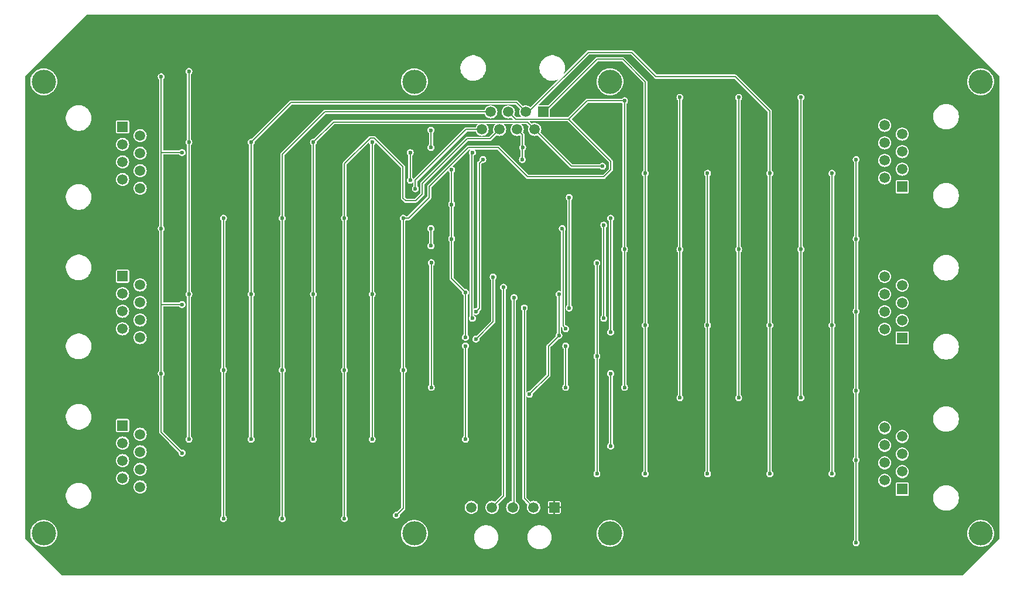
<source format=gbr>
%TF.GenerationSoftware,KiCad,Pcbnew,8.0.2*%
%TF.CreationDate,2024-05-17T15:28:22-04:00*%
%TF.ProjectId,QATCH_MUX_PCB_v1,51415443-485f-44d5-9558-5f5043425f76,rev?*%
%TF.SameCoordinates,Original*%
%TF.FileFunction,Copper,L2,Bot*%
%TF.FilePolarity,Positive*%
%FSLAX46Y46*%
G04 Gerber Fmt 4.6, Leading zero omitted, Abs format (unit mm)*
G04 Created by KiCad (PCBNEW 8.0.2) date 2024-05-17 15:28:22*
%MOMM*%
%LPD*%
G01*
G04 APERTURE LIST*
%TA.AperFunction,ComponentPad*%
%ADD10R,1.520000X1.520000*%
%TD*%
%TA.AperFunction,ComponentPad*%
%ADD11C,1.520000*%
%TD*%
%TA.AperFunction,ComponentPad*%
%ADD12R,1.500000X1.500000*%
%TD*%
%TA.AperFunction,ComponentPad*%
%ADD13C,1.500000*%
%TD*%
%TA.AperFunction,ViaPad*%
%ADD14C,3.500000*%
%TD*%
%TA.AperFunction,ViaPad*%
%ADD15C,0.600000*%
%TD*%
%TA.AperFunction,Conductor*%
%ADD16C,0.200000*%
%TD*%
G04 APERTURE END LIST*
D10*
%TO.P,J8,1,1*%
%TO.N,/GND*%
X158339600Y-135380000D03*
D11*
%TO.P,J8,2,2*%
%TO.N,/MUX_C*%
X155339601Y-135380000D03*
%TO.P,J8,3,3*%
%TO.N,/MUX_B*%
X152339602Y-135380000D03*
%TO.P,J8,4,4*%
%TO.N,/MUX_A*%
X149339603Y-135380000D03*
%TO.P,J8,5,5*%
%TO.N,/VIN*%
X146339604Y-135380000D03*
%TD*%
D12*
%TO.P,J3,1*%
%TO.N,Net-(J3-Pad1)*%
X95900000Y-101893700D03*
D13*
%TO.P,J3,2*%
%TO.N,Net-(J3-Pad2)*%
X98440000Y-103163700D03*
%TO.P,J3,3*%
%TO.N,Net-(J3-Pad3)*%
X95900000Y-104433700D03*
%TO.P,J3,4*%
%TO.N,Net-(J3-Pad4)*%
X98440000Y-105703700D03*
%TO.P,J3,5*%
%TO.N,Net-(J3-Pad5)*%
X95900000Y-106973700D03*
%TO.P,J3,6*%
%TO.N,Net-(J3-Pad6)*%
X98440000Y-108243700D03*
%TO.P,J3,7*%
%TO.N,Net-(J3-Pad7)*%
X95900000Y-109513700D03*
%TO.P,J3,8*%
%TO.N,Net-(J3-Pad8)*%
X98440000Y-110783700D03*
%TD*%
D12*
%TO.P,J5,1*%
%TO.N,Net-(J5-Pad1)*%
X95900000Y-123517500D03*
D13*
%TO.P,J5,2*%
%TO.N,Net-(J5-Pad2)*%
X98440000Y-124787500D03*
%TO.P,J5,3*%
%TO.N,Net-(J5-Pad3)*%
X95900000Y-126057500D03*
%TO.P,J5,4*%
%TO.N,Net-(J5-Pad4)*%
X98440000Y-127327500D03*
%TO.P,J5,5*%
%TO.N,Net-(J5-Pad5)*%
X95900000Y-128597500D03*
%TO.P,J5,6*%
%TO.N,Net-(J5-Pad6)*%
X98440000Y-129867500D03*
%TO.P,J5,7*%
%TO.N,Net-(J5-Pad7)*%
X95900000Y-131137500D03*
%TO.P,J5,8*%
%TO.N,Net-(J5-Pad8)*%
X98440000Y-132407500D03*
%TD*%
D12*
%TO.P,J4,1*%
%TO.N,Net-(J4-Pad1)*%
X208650000Y-110838700D03*
D13*
%TO.P,J4,2*%
%TO.N,Net-(J4-Pad2)*%
X206110000Y-109568700D03*
%TO.P,J4,3*%
%TO.N,Net-(J4-Pad3)*%
X208650000Y-108298700D03*
%TO.P,J4,4*%
%TO.N,Net-(J4-Pad4)*%
X206110000Y-107028700D03*
%TO.P,J4,5*%
%TO.N,Net-(J4-Pad5)*%
X208650000Y-105758700D03*
%TO.P,J4,6*%
%TO.N,Net-(J4-Pad6)*%
X206110000Y-104488700D03*
%TO.P,J4,7*%
%TO.N,Net-(J4-Pad7)*%
X208650000Y-103218700D03*
%TO.P,J4,8*%
%TO.N,Net-(J4-Pad8)*%
X206110000Y-101948700D03*
%TD*%
D12*
%TO.P,J1,1*%
%TO.N,Net-(J1-Pad1)*%
X95900000Y-80270000D03*
D13*
%TO.P,J1,2*%
%TO.N,Net-(J1-Pad2)*%
X98440000Y-81540000D03*
%TO.P,J1,3*%
%TO.N,Net-(J1-Pad3)*%
X95900000Y-82810000D03*
%TO.P,J1,4*%
%TO.N,Net-(J1-Pad4)*%
X98440000Y-84080000D03*
%TO.P,J1,5*%
%TO.N,Net-(J1-Pad5)*%
X95900000Y-85350000D03*
%TO.P,J1,6*%
%TO.N,Net-(J1-Pad6)*%
X98440000Y-86620000D03*
%TO.P,J1,7*%
%TO.N,Net-(J1-Pad7)*%
X95900000Y-87890000D03*
%TO.P,J1,8*%
%TO.N,Net-(J1-Pad8)*%
X98440000Y-89160000D03*
%TD*%
D12*
%TO.P,J2,1*%
%TO.N,Net-(J2-Pad1)*%
X208650000Y-88947500D03*
D13*
%TO.P,J2,2*%
%TO.N,Net-(J2-Pad2)*%
X206110000Y-87677500D03*
%TO.P,J2,3*%
%TO.N,Net-(J2-Pad3)*%
X208650000Y-86407500D03*
%TO.P,J2,4*%
%TO.N,Net-(J2-Pad4)*%
X206110000Y-85137500D03*
%TO.P,J2,5*%
%TO.N,Net-(J2-Pad5)*%
X208650000Y-83867500D03*
%TO.P,J2,6*%
%TO.N,Net-(J2-Pad6)*%
X206110000Y-82597500D03*
%TO.P,J2,7*%
%TO.N,Net-(J2-Pad7)*%
X208650000Y-81327500D03*
%TO.P,J2,8*%
%TO.N,Net-(J2-Pad8)*%
X206110000Y-80057500D03*
%TD*%
D12*
%TO.P,J6,1*%
%TO.N,Net-(J6-Pad1)*%
X208650000Y-132730000D03*
D13*
%TO.P,J6,2*%
%TO.N,Net-(J6-Pad2)*%
X206110000Y-131460000D03*
%TO.P,J6,3*%
%TO.N,Net-(J6-Pad3)*%
X208650000Y-130190000D03*
%TO.P,J6,4*%
%TO.N,Net-(J6-Pad4)*%
X206110000Y-128920000D03*
%TO.P,J6,5*%
%TO.N,Net-(J6-Pad5)*%
X208650000Y-127650000D03*
%TO.P,J6,6*%
%TO.N,Net-(J6-Pad6)*%
X206110000Y-126380000D03*
%TO.P,J6,7*%
%TO.N,Net-(J6-Pad7)*%
X208650000Y-125110000D03*
%TO.P,J6,8*%
%TO.N,Net-(J6-Pad8)*%
X206110000Y-123840000D03*
%TD*%
D12*
%TO.P,J7,1*%
%TO.N,Net-(J7-Pad1)*%
X156770000Y-78100000D03*
D13*
%TO.P,J7,2*%
%TO.N,Net-(J7-Pad2)*%
X155500000Y-80640000D03*
%TO.P,J7,3*%
%TO.N,Net-(J7-Pad3)*%
X154230000Y-78100000D03*
%TO.P,J7,4*%
%TO.N,Net-(J7-Pad4)*%
X152960000Y-80640000D03*
%TO.P,J7,5*%
%TO.N,Net-(J7-Pad5)*%
X151690000Y-78100000D03*
%TO.P,J7,6*%
%TO.N,Net-(J7-Pad6)*%
X150420000Y-80640000D03*
%TO.P,J7,7*%
%TO.N,Net-(J7-Pad7)*%
X149150000Y-78100000D03*
%TO.P,J7,8*%
%TO.N,Net-(J7-Pad8)*%
X147880000Y-80640000D03*
%TD*%
D14*
%TO.N,*%
X166400000Y-73750000D03*
X138100000Y-73750000D03*
X166400000Y-139150000D03*
X220000000Y-73750000D03*
X220000000Y-139150000D03*
X84500000Y-73750000D03*
X138100000Y-139150000D03*
X84500000Y-139150000D03*
D15*
%TO.N,Net-(J7-Pad4)*%
X153730100Y-85000000D03*
X198500000Y-87000000D03*
X153750000Y-83250000D03*
X198500000Y-130500000D03*
X140500000Y-83250000D03*
X105500000Y-104500000D03*
X105500000Y-82500000D03*
X198500000Y-109000000D03*
X140500000Y-80750000D03*
X105500000Y-72250000D03*
X105500000Y-125500000D03*
%TO.N,Net-(J7-Pad6)*%
X128000000Y-115500000D03*
X176500000Y-119500000D03*
X176500000Y-98000000D03*
X128000000Y-137000000D03*
X176500000Y-76000000D03*
X128000000Y-93500000D03*
%TO.N,Net-(J7-Pad8)*%
X110500000Y-115500000D03*
X110500000Y-93500000D03*
X138250000Y-89250000D03*
X110500000Y-137000000D03*
X194000000Y-76000000D03*
X194000000Y-119500000D03*
X194000000Y-98000000D03*
%TO.N,Net-(J7-Pad3)*%
X189500000Y-109000000D03*
X189500000Y-130500000D03*
X114500000Y-125500000D03*
X114500000Y-82500000D03*
X114500000Y-104500000D03*
X189500000Y-87000000D03*
%TO.N,Net-(J7-Pad2)*%
X165325200Y-85958900D03*
X180500000Y-87000000D03*
X180500000Y-109000000D03*
X180500000Y-130500000D03*
X123500000Y-104500000D03*
X123500000Y-82500000D03*
X123500000Y-125500000D03*
%TO.N,Net-(J7-Pad7)*%
X185000000Y-98000000D03*
X185000000Y-76000000D03*
X119000000Y-115500000D03*
X185000000Y-119500000D03*
X119000000Y-137000000D03*
X119000000Y-93500000D03*
%TO.N,Net-(J7-Pad5)*%
X168500000Y-98000000D03*
X135500000Y-136500000D03*
X136500000Y-93500000D03*
X136500000Y-115500000D03*
X168500000Y-118000000D03*
X168500000Y-76500000D03*
%TO.N,Net-(J7-Pad1)*%
X132000000Y-82500000D03*
X171500000Y-130500000D03*
X171500000Y-109000000D03*
X171500000Y-87000000D03*
X132000000Y-125500000D03*
X132000000Y-104500000D03*
%TO.N,/MUX_A*%
X151000000Y-103500000D03*
%TO.N,/MUX_C*%
X154000000Y-106500000D03*
%TO.N,/MUX_B*%
X152500000Y-105000000D03*
%TO.N,/GND*%
X117000000Y-75500000D03*
%TO.N,/VCC_3V3*%
X143500000Y-86500000D03*
X143500000Y-91500000D03*
X104500000Y-106000000D03*
X104500000Y-127500000D03*
X159000000Y-110500000D03*
X101500000Y-73000000D03*
X202000000Y-118500000D03*
X202000000Y-96500000D03*
X202000000Y-85000000D03*
X143500000Y-96500000D03*
X202000000Y-107000000D03*
X104500000Y-84000000D03*
X159000000Y-104500000D03*
X145500000Y-110750000D03*
X145500000Y-104250000D03*
X202000000Y-128500000D03*
X202000000Y-140500000D03*
X154750000Y-119000000D03*
X101500000Y-95000000D03*
X101500000Y-116000000D03*
%TO.N,/PORT1_EVEN_EN*%
X160500000Y-90500000D03*
X160500000Y-106500000D03*
X137500000Y-88000000D03*
X137500000Y-84000000D03*
%TO.N,/PORT2_EVEN_EN*%
X165500000Y-94500000D03*
X165500000Y-108000000D03*
%TO.N,/PORT3_EVEN_EN*%
X140500000Y-97500000D03*
X159500000Y-95000000D03*
X140500000Y-95000000D03*
X160000000Y-109500000D03*
%TO.N,/PORT4_EVEN_EN*%
X166500000Y-93500000D03*
X166500000Y-110000000D03*
%TO.N,/PORT5_EVEN_EN*%
X160000000Y-118000000D03*
X160000000Y-112000000D03*
X140554000Y-99946200D03*
X140554000Y-118000000D03*
%TO.N,/PORT6_EVEN_EN*%
X164500000Y-113500000D03*
X164500000Y-130500000D03*
X164500000Y-100000000D03*
%TO.N,/PORT1_ODD_EN*%
X147000000Y-107000000D03*
X148000000Y-85000000D03*
%TO.N,/PORT5_ODD_EN*%
X145500000Y-112000000D03*
X145500000Y-125500000D03*
%TO.N,/PORT2_ODD_EN*%
X146500000Y-84000000D03*
X146500000Y-108000000D03*
%TO.N,/PORT4_ODD_EN*%
X149500000Y-102000000D03*
X147000000Y-111000000D03*
%TO.N,/PORT6_ODD_EN*%
X166500000Y-126500000D03*
X166500000Y-116000000D03*
%TD*%
D16*
%TO.N,Net-(J7-Pad4)*%
X105500000Y-125500000D02*
X105500000Y-104500000D01*
X140500000Y-80750000D02*
X140500000Y-83250000D01*
X198500000Y-109000000D02*
X198500000Y-130500000D01*
X153730100Y-81410100D02*
X153730100Y-85000000D01*
X152960000Y-80640000D02*
X153730100Y-81410100D01*
X105500000Y-72250000D02*
X105500000Y-82500000D01*
X105500000Y-104500000D02*
X105500000Y-82500000D01*
X198500000Y-87000000D02*
X198500000Y-109000000D01*
%TO.N,Net-(J7-Pad6)*%
X132300000Y-81892700D02*
X136454800Y-86047500D01*
X128000000Y-93500000D02*
X128000000Y-85641000D01*
X139250000Y-88500000D02*
X145750000Y-82000000D01*
X176500000Y-98000000D02*
X176500000Y-119500000D01*
X176500000Y-76000000D02*
X176500000Y-98000000D01*
X145750000Y-82000000D02*
X149060000Y-82000000D01*
X128000000Y-137000000D02*
X128000000Y-115500000D01*
X139250000Y-90000000D02*
X139250000Y-88500000D01*
X149060000Y-82000000D02*
X150420000Y-80640000D01*
X138297600Y-90952400D02*
X139250000Y-90000000D01*
X131748300Y-81892700D02*
X132300000Y-81892700D01*
X136454800Y-86047500D02*
X136454800Y-90570800D01*
X136454800Y-90570800D02*
X136836400Y-90952400D01*
X136836400Y-90952400D02*
X138297600Y-90952400D01*
X128000000Y-85641000D02*
X131748300Y-81892700D01*
X128000000Y-115500000D02*
X128000000Y-93500000D01*
%TO.N,Net-(J7-Pad8)*%
X147880000Y-80640000D02*
X147520000Y-81000000D01*
X110500000Y-115500000D02*
X110500000Y-93500000D01*
X145610000Y-80640000D02*
X147880000Y-80640000D01*
X194000000Y-119500000D02*
X194000000Y-98000000D01*
X110500000Y-137000000D02*
X110500000Y-115500000D01*
X138250000Y-88000000D02*
X145610000Y-80640000D01*
X138250000Y-89250000D02*
X138250000Y-88000000D01*
X194000000Y-76000000D02*
X194000000Y-98000000D01*
%TO.N,Net-(J7-Pad3)*%
X120250000Y-76750000D02*
X152880000Y-76750000D01*
X154650000Y-78100000D02*
X154230000Y-78100000D01*
X189500000Y-130500000D02*
X189500000Y-109000000D01*
X184500000Y-73000000D02*
X173032843Y-73000000D01*
X114500000Y-104500000D02*
X114500000Y-125500000D01*
X173032843Y-73000000D02*
X169532843Y-69500000D01*
X189500000Y-78000000D02*
X184500000Y-73000000D01*
X189500000Y-87000000D02*
X189500000Y-109000000D01*
X163250000Y-69500000D02*
X154650000Y-78100000D01*
X152880000Y-76750000D02*
X154230000Y-78100000D01*
X114500000Y-82500000D02*
X114500000Y-104500000D01*
X114500000Y-82500000D02*
X120250000Y-76750000D01*
X189500000Y-87000000D02*
X189500000Y-78000000D01*
X169532843Y-69500000D02*
X163250000Y-69500000D01*
%TO.N,Net-(J7-Pad2)*%
X160818900Y-85958900D02*
X155500000Y-80640000D01*
X123500000Y-82500000D02*
X126411800Y-79588200D01*
X180500000Y-130500000D02*
X180500000Y-109000000D01*
X123500000Y-82500000D02*
X123500000Y-104500000D01*
X180500000Y-87000000D02*
X180500000Y-109000000D01*
X165325200Y-85958900D02*
X160818900Y-85958900D01*
X126411800Y-79588200D02*
X154448200Y-79588200D01*
X154448200Y-79588200D02*
X155500000Y-80640000D01*
X123500000Y-104500000D02*
X123500000Y-125500000D01*
%TO.N,Net-(J7-Pad7)*%
X119000000Y-137000000D02*
X119000000Y-115500000D01*
X119000000Y-115500000D02*
X119000000Y-93500000D01*
X185000000Y-98000000D02*
X185000000Y-119500000D01*
X119000000Y-84250000D02*
X119000000Y-93500000D01*
X125150000Y-78100000D02*
X119000000Y-84250000D01*
X185000000Y-76000000D02*
X185000000Y-98000000D01*
X149150000Y-78100000D02*
X125150000Y-78100000D01*
%TO.N,Net-(J7-Pad5)*%
X163088200Y-76500000D02*
X160419100Y-79169100D01*
X168500000Y-76500000D02*
X163088200Y-76500000D01*
X136500000Y-115500000D02*
X136500000Y-93500000D01*
X154500000Y-87500000D02*
X165500000Y-87500000D01*
X165500000Y-87500000D02*
X166500000Y-86500000D01*
X168500000Y-76500000D02*
X168500000Y-79169100D01*
X166500000Y-85250000D02*
X160419100Y-79169100D01*
X151690000Y-78100000D02*
X152759100Y-79169100D01*
X160419100Y-79169100D02*
X156000000Y-79169100D01*
X168500000Y-79169100D02*
X168500000Y-118000000D01*
X136500000Y-135500000D02*
X136500000Y-115500000D01*
X140250000Y-88901471D02*
X145901471Y-83250000D01*
X140250000Y-90500000D02*
X140250000Y-88901471D01*
X145901471Y-83250000D02*
X150250000Y-83250000D01*
X166500000Y-86500000D02*
X166500000Y-85250000D01*
X136500000Y-93500000D02*
X137250000Y-93500000D01*
X137250000Y-93500000D02*
X140250000Y-90500000D01*
X150250000Y-83250000D02*
X154500000Y-87500000D01*
X135500000Y-136500000D02*
X136500000Y-135500000D01*
X152759100Y-79169100D02*
X156000000Y-79169100D01*
%TO.N,Net-(J7-Pad1)*%
X171500000Y-73750000D02*
X171500000Y-87000000D01*
X156900000Y-78100000D02*
X164500000Y-70500000D01*
X164500000Y-70500000D02*
X168250000Y-70500000D01*
X171500000Y-87000000D02*
X171500000Y-109000000D01*
X132000000Y-82500000D02*
X132000000Y-104500000D01*
X168250000Y-70500000D02*
X171500000Y-73750000D01*
X156770000Y-78100000D02*
X156900000Y-78100000D01*
X171500000Y-130500000D02*
X171500000Y-109000000D01*
X132000000Y-104500000D02*
X132000000Y-125500000D01*
%TO.N,/MUX_A*%
X150169600Y-134550000D02*
X149339600Y-135380000D01*
X151000000Y-133720000D02*
X150170000Y-134550000D01*
X150170000Y-134550000D02*
X149340000Y-135380000D01*
X150170000Y-134550000D02*
X150169600Y-134550000D01*
X151000000Y-103500000D02*
X151000000Y-133720000D01*
%TO.N,/MUX_C*%
X154000000Y-106500000D02*
X154000000Y-134040000D01*
X154000000Y-134040000D02*
X155339600Y-135379600D01*
X155339600Y-135379600D02*
X155339600Y-135380000D01*
X155339600Y-135379600D02*
X155340000Y-135380000D01*
%TO.N,/MUX_B*%
X152500000Y-135220000D02*
X152420000Y-135300000D01*
X152500000Y-105000000D02*
X152340000Y-105160000D01*
X152500000Y-105000000D02*
X152500000Y-135220000D01*
X152419600Y-135300000D02*
X152339600Y-135380000D01*
X152420000Y-135300000D02*
X152419600Y-135300000D01*
X152420000Y-135300000D02*
X152340000Y-135380000D01*
%TO.N,/VCC_3V3*%
X101500000Y-95000000D02*
X101500000Y-106000000D01*
X104500000Y-106000000D02*
X101500000Y-106000000D01*
X157500000Y-112000000D02*
X159000000Y-110500000D01*
X101500000Y-124500000D02*
X104500000Y-127500000D01*
X202000000Y-96500000D02*
X202000000Y-107000000D01*
X202000000Y-107000000D02*
X202000000Y-118500000D01*
X202000000Y-128500000D02*
X202000000Y-140500000D01*
X104500000Y-84000000D02*
X101500000Y-84000000D01*
X101500000Y-106000000D02*
X101500000Y-116000000D01*
X202000000Y-85000000D02*
X202000000Y-96500000D01*
X143500000Y-102250000D02*
X145500000Y-104250000D01*
X101500000Y-73000000D02*
X101500000Y-84000000D01*
X157500000Y-116250000D02*
X157500000Y-112000000D01*
X145500000Y-104250000D02*
X145500000Y-110750000D01*
X143500000Y-91500000D02*
X143500000Y-96500000D01*
X159000000Y-110500000D02*
X159000000Y-104500000D01*
X143500000Y-96500000D02*
X143500000Y-102250000D01*
X154750000Y-119000000D02*
X157500000Y-116250000D01*
X101500000Y-84000000D02*
X101500000Y-95000000D01*
X101500000Y-116000000D02*
X101500000Y-124500000D01*
X143500000Y-86500000D02*
X143500000Y-91500000D01*
X202000000Y-118500000D02*
X202000000Y-128500000D01*
%TO.N,/PORT1_EVEN_EN*%
X137500000Y-84000000D02*
X137500000Y-88000000D01*
X160500000Y-90500000D02*
X160500000Y-106500000D01*
%TO.N,/PORT2_EVEN_EN*%
X165500000Y-94500000D02*
X165500000Y-108000000D01*
%TO.N,/PORT3_EVEN_EN*%
X159600000Y-95100000D02*
X159600000Y-109100000D01*
X159500000Y-95000000D02*
X159600000Y-95100000D01*
X140500000Y-95000000D02*
X140500000Y-97500000D01*
X159600000Y-109100000D02*
X160000000Y-109500000D01*
%TO.N,/PORT4_EVEN_EN*%
X166500000Y-110000000D02*
X166500000Y-93500000D01*
%TO.N,/PORT5_EVEN_EN*%
X140554000Y-99946200D02*
X140554000Y-118000000D01*
X160000000Y-112000000D02*
X160000000Y-118000000D01*
%TO.N,/PORT6_EVEN_EN*%
X164500000Y-100000000D02*
X164500000Y-113500000D01*
X164500000Y-113500000D02*
X164500000Y-130500000D01*
%TO.N,/PORT1_ODD_EN*%
X147500000Y-85500000D02*
X147500000Y-106500000D01*
X147500000Y-106500000D02*
X147000000Y-107000000D01*
X148000000Y-85000000D02*
X147500000Y-85500000D01*
%TO.N,/PORT5_ODD_EN*%
X145500000Y-112000000D02*
X145500000Y-125500000D01*
%TO.N,/PORT2_ODD_EN*%
X146400000Y-84100000D02*
X146400000Y-107900000D01*
X146500000Y-84000000D02*
X146400000Y-84100000D01*
X146400000Y-107900000D02*
X146500000Y-108000000D01*
%TO.N,/PORT4_ODD_EN*%
X149500000Y-108500000D02*
X149500000Y-102000000D01*
X147000000Y-111000000D02*
X149500000Y-108500000D01*
%TO.N,/PORT6_ODD_EN*%
X166500000Y-116000000D02*
X166500000Y-126500000D01*
%TD*%
%TA.AperFunction,Conductor*%
%TO.N,/GND*%
G36*
X213799715Y-64007529D02*
G01*
X222684859Y-72892673D01*
X222691888Y-72909644D01*
X222691888Y-139825892D01*
X222684859Y-139842863D01*
X217335249Y-145192473D01*
X217318278Y-145199502D01*
X87181722Y-145199502D01*
X87164751Y-145192473D01*
X81815141Y-139842863D01*
X81808112Y-139825892D01*
X81808112Y-139150000D01*
X82544518Y-139150000D01*
X82564421Y-139428290D01*
X82564422Y-139428294D01*
X82623729Y-139700923D01*
X82623730Y-139700925D01*
X82721233Y-139962342D01*
X82854943Y-140207211D01*
X82854945Y-140207215D01*
X82962179Y-140350462D01*
X83022145Y-140430568D01*
X83219432Y-140627855D01*
X83442787Y-140795056D01*
X83555593Y-140856653D01*
X83687657Y-140928766D01*
X83687658Y-140928766D01*
X83687663Y-140928769D01*
X83949077Y-141026271D01*
X84221706Y-141085578D01*
X84500000Y-141105482D01*
X84778294Y-141085578D01*
X85050923Y-141026271D01*
X85312337Y-140928769D01*
X85557213Y-140795056D01*
X85780568Y-140627855D01*
X85977855Y-140430568D01*
X86145056Y-140207213D01*
X86278769Y-139962337D01*
X86376271Y-139700923D01*
X86435578Y-139428294D01*
X86455482Y-139150000D01*
X136144518Y-139150000D01*
X136164421Y-139428290D01*
X136164422Y-139428294D01*
X136223729Y-139700923D01*
X136223730Y-139700925D01*
X136321233Y-139962342D01*
X136454943Y-140207211D01*
X136454945Y-140207215D01*
X136562179Y-140350462D01*
X136622145Y-140430568D01*
X136819432Y-140627855D01*
X137042787Y-140795056D01*
X137155593Y-140856653D01*
X137287657Y-140928766D01*
X137287658Y-140928766D01*
X137287663Y-140928769D01*
X137549077Y-141026271D01*
X137821706Y-141085578D01*
X138100000Y-141105482D01*
X138378294Y-141085578D01*
X138650923Y-141026271D01*
X138912337Y-140928769D01*
X139157213Y-140795056D01*
X139380568Y-140627855D01*
X139577855Y-140430568D01*
X139745056Y-140207213D01*
X139878769Y-139962337D01*
X139976271Y-139700923D01*
X140001431Y-139585265D01*
X146739102Y-139585265D01*
X146739102Y-139814733D01*
X146760499Y-139977255D01*
X146769055Y-140042244D01*
X146828442Y-140263883D01*
X146828444Y-140263887D01*
X146916258Y-140475887D01*
X147030995Y-140674618D01*
X147170675Y-140856650D01*
X147170677Y-140856653D01*
X147170679Y-140856655D01*
X147170683Y-140856660D01*
X147332941Y-141018918D01*
X147332945Y-141018921D01*
X147332947Y-141018923D01*
X147332950Y-141018925D01*
X147514982Y-141158605D01*
X147514987Y-141158608D01*
X147514990Y-141158610D01*
X147713714Y-141273343D01*
X147925713Y-141361156D01*
X147925717Y-141361158D01*
X148147356Y-141420545D01*
X148147357Y-141420545D01*
X148147364Y-141420547D01*
X148374868Y-141450499D01*
X148374872Y-141450499D01*
X148604332Y-141450499D01*
X148604336Y-141450499D01*
X148831840Y-141420547D01*
X148917848Y-141397501D01*
X149053486Y-141361158D01*
X149053486Y-141361157D01*
X149053489Y-141361157D01*
X149265490Y-141273343D01*
X149464214Y-141158610D01*
X149646263Y-141018918D01*
X149808521Y-140856660D01*
X149948213Y-140674611D01*
X150062946Y-140475887D01*
X150150760Y-140263886D01*
X150158143Y-140236334D01*
X150210148Y-140042244D01*
X150210147Y-140042244D01*
X150210150Y-140042237D01*
X150240102Y-139814733D01*
X150240102Y-139585265D01*
X154439086Y-139585265D01*
X154439086Y-139814733D01*
X154460483Y-139977255D01*
X154469039Y-140042244D01*
X154528426Y-140263883D01*
X154528428Y-140263887D01*
X154616242Y-140475887D01*
X154730979Y-140674618D01*
X154870659Y-140856650D01*
X154870661Y-140856653D01*
X154870663Y-140856655D01*
X154870667Y-140856660D01*
X155032925Y-141018918D01*
X155032929Y-141018921D01*
X155032931Y-141018923D01*
X155032934Y-141018925D01*
X155214966Y-141158605D01*
X155214971Y-141158608D01*
X155214974Y-141158610D01*
X155413698Y-141273343D01*
X155625697Y-141361156D01*
X155625701Y-141361158D01*
X155847340Y-141420545D01*
X155847341Y-141420545D01*
X155847348Y-141420547D01*
X156074852Y-141450499D01*
X156074856Y-141450499D01*
X156304316Y-141450499D01*
X156304320Y-141450499D01*
X156531824Y-141420547D01*
X156617832Y-141397501D01*
X156753470Y-141361158D01*
X156753470Y-141361157D01*
X156753473Y-141361157D01*
X156965474Y-141273343D01*
X157164198Y-141158610D01*
X157346247Y-141018918D01*
X157508505Y-140856660D01*
X157648197Y-140674611D01*
X157762930Y-140475887D01*
X157850744Y-140263886D01*
X157858127Y-140236334D01*
X157910132Y-140042244D01*
X157910131Y-140042244D01*
X157910134Y-140042237D01*
X157940086Y-139814733D01*
X157940086Y-139585265D01*
X157910134Y-139357761D01*
X157910132Y-139357753D01*
X157854466Y-139150000D01*
X164444518Y-139150000D01*
X164464421Y-139428290D01*
X164464422Y-139428294D01*
X164523729Y-139700923D01*
X164523730Y-139700925D01*
X164621233Y-139962342D01*
X164754943Y-140207211D01*
X164754945Y-140207215D01*
X164862179Y-140350462D01*
X164922145Y-140430568D01*
X165119432Y-140627855D01*
X165342787Y-140795056D01*
X165455593Y-140856653D01*
X165587657Y-140928766D01*
X165587658Y-140928766D01*
X165587663Y-140928769D01*
X165849077Y-141026271D01*
X166121706Y-141085578D01*
X166400000Y-141105482D01*
X166678294Y-141085578D01*
X166950923Y-141026271D01*
X167212337Y-140928769D01*
X167457213Y-140795056D01*
X167680568Y-140627855D01*
X167877855Y-140430568D01*
X168045056Y-140207213D01*
X168178769Y-139962337D01*
X168276271Y-139700923D01*
X168335578Y-139428294D01*
X168355482Y-139150000D01*
X168335578Y-138871706D01*
X168276271Y-138599077D01*
X168178769Y-138337663D01*
X168045056Y-138092787D01*
X167877855Y-137869432D01*
X167680568Y-137672145D01*
X167606680Y-137616833D01*
X167457215Y-137504945D01*
X167457211Y-137504943D01*
X167212342Y-137371233D01*
X167212337Y-137371231D01*
X166950923Y-137273729D01*
X166729244Y-137225505D01*
X166678290Y-137214421D01*
X166400000Y-137194518D01*
X166121709Y-137214421D01*
X165985391Y-137244075D01*
X165849077Y-137273729D01*
X165849074Y-137273729D01*
X165849074Y-137273730D01*
X165587657Y-137371233D01*
X165342788Y-137504943D01*
X165342784Y-137504945D01*
X165119434Y-137672143D01*
X164922143Y-137869434D01*
X164754945Y-138092784D01*
X164754943Y-138092788D01*
X164621233Y-138337657D01*
X164523730Y-138599074D01*
X164464421Y-138871709D01*
X164444518Y-139150000D01*
X157854466Y-139150000D01*
X157850745Y-139136114D01*
X157850743Y-139136110D01*
X157762930Y-138924111D01*
X157648197Y-138725387D01*
X157648195Y-138725384D01*
X157648192Y-138725379D01*
X157508512Y-138543347D01*
X157508510Y-138543344D01*
X157508508Y-138543342D01*
X157508505Y-138543338D01*
X157346247Y-138381080D01*
X157346242Y-138381076D01*
X157346240Y-138381074D01*
X157346237Y-138381072D01*
X157164205Y-138241392D01*
X156965474Y-138126655D01*
X156753474Y-138038841D01*
X156753470Y-138038839D01*
X156531831Y-137979452D01*
X156531824Y-137979451D01*
X156304320Y-137949499D01*
X156074852Y-137949499D01*
X155868228Y-137976701D01*
X155847340Y-137979452D01*
X155625701Y-138038839D01*
X155625697Y-138038841D01*
X155413697Y-138126655D01*
X155214966Y-138241392D01*
X155032934Y-138381072D01*
X155032931Y-138381074D01*
X154870661Y-138543344D01*
X154870659Y-138543347D01*
X154730979Y-138725379D01*
X154616242Y-138924110D01*
X154528428Y-139136110D01*
X154528426Y-139136114D01*
X154469039Y-139357753D01*
X154469038Y-139357761D01*
X154439086Y-139585265D01*
X150240102Y-139585265D01*
X150210150Y-139357761D01*
X150210148Y-139357753D01*
X150150761Y-139136114D01*
X150150759Y-139136110D01*
X150062946Y-138924111D01*
X149948213Y-138725387D01*
X149948211Y-138725384D01*
X149948208Y-138725379D01*
X149808528Y-138543347D01*
X149808526Y-138543344D01*
X149808524Y-138543342D01*
X149808521Y-138543338D01*
X149646263Y-138381080D01*
X149646258Y-138381076D01*
X149646256Y-138381074D01*
X149646253Y-138381072D01*
X149464221Y-138241392D01*
X149265490Y-138126655D01*
X149053490Y-138038841D01*
X149053486Y-138038839D01*
X148831847Y-137979452D01*
X148831840Y-137979451D01*
X148604336Y-137949499D01*
X148374868Y-137949499D01*
X148168244Y-137976701D01*
X148147356Y-137979452D01*
X147925717Y-138038839D01*
X147925713Y-138038841D01*
X147713713Y-138126655D01*
X147514982Y-138241392D01*
X147332950Y-138381072D01*
X147332947Y-138381074D01*
X147170677Y-138543344D01*
X147170675Y-138543347D01*
X147030995Y-138725379D01*
X146916258Y-138924110D01*
X146828444Y-139136110D01*
X146828442Y-139136114D01*
X146769055Y-139357753D01*
X146769054Y-139357761D01*
X146739102Y-139585265D01*
X140001431Y-139585265D01*
X140035578Y-139428294D01*
X140055482Y-139150000D01*
X140035578Y-138871706D01*
X139976271Y-138599077D01*
X139878769Y-138337663D01*
X139745056Y-138092787D01*
X139577855Y-137869432D01*
X139380568Y-137672145D01*
X139306680Y-137616833D01*
X139157215Y-137504945D01*
X139157211Y-137504943D01*
X138912342Y-137371233D01*
X138912337Y-137371231D01*
X138650923Y-137273729D01*
X138429244Y-137225505D01*
X138378290Y-137214421D01*
X138100000Y-137194518D01*
X137821709Y-137214421D01*
X137685391Y-137244075D01*
X137549077Y-137273729D01*
X137549074Y-137273729D01*
X137549074Y-137273730D01*
X137287657Y-137371233D01*
X137042788Y-137504943D01*
X137042784Y-137504945D01*
X136819434Y-137672143D01*
X136622143Y-137869434D01*
X136454945Y-138092784D01*
X136454943Y-138092788D01*
X136321233Y-138337657D01*
X136223730Y-138599074D01*
X136164421Y-138871709D01*
X136144518Y-139150000D01*
X86455482Y-139150000D01*
X86435578Y-138871706D01*
X86376271Y-138599077D01*
X86278769Y-138337663D01*
X86145056Y-138092787D01*
X85977855Y-137869432D01*
X85780568Y-137672145D01*
X85706680Y-137616833D01*
X85557215Y-137504945D01*
X85557211Y-137504943D01*
X85312342Y-137371233D01*
X85312337Y-137371231D01*
X85050923Y-137273729D01*
X84829244Y-137225505D01*
X84778290Y-137214421D01*
X84500000Y-137194518D01*
X84221709Y-137214421D01*
X84085391Y-137244075D01*
X83949077Y-137273729D01*
X83949074Y-137273729D01*
X83949074Y-137273730D01*
X83687657Y-137371233D01*
X83442788Y-137504943D01*
X83442784Y-137504945D01*
X83219434Y-137672143D01*
X83022143Y-137869434D01*
X82854945Y-138092784D01*
X82854943Y-138092788D01*
X82721233Y-138337657D01*
X82623730Y-138599074D01*
X82564421Y-138871709D01*
X82544518Y-139150000D01*
X81808112Y-139150000D01*
X81808112Y-133556212D01*
X87699500Y-133556212D01*
X87699500Y-133798788D01*
X87731162Y-134039289D01*
X87731163Y-134039296D01*
X87793944Y-134273597D01*
X87793948Y-134273606D01*
X87886774Y-134497708D01*
X87886776Y-134497712D01*
X87943584Y-134596106D01*
X88008068Y-134707796D01*
X88155727Y-134900228D01*
X88155729Y-134900231D01*
X88155731Y-134900233D01*
X88155735Y-134900238D01*
X88327262Y-135071765D01*
X88327266Y-135071768D01*
X88327268Y-135071770D01*
X88327271Y-135071772D01*
X88519703Y-135219431D01*
X88519708Y-135219434D01*
X88519711Y-135219436D01*
X88729788Y-135340724D01*
X88813815Y-135375529D01*
X88953893Y-135433551D01*
X88953902Y-135433555D01*
X89188203Y-135496336D01*
X89188204Y-135496336D01*
X89188211Y-135496338D01*
X89428712Y-135528000D01*
X89428716Y-135528000D01*
X89671284Y-135528000D01*
X89671288Y-135528000D01*
X89911789Y-135496338D01*
X90002698Y-135471978D01*
X90146097Y-135433555D01*
X90146098Y-135433554D01*
X90146100Y-135433554D01*
X90370212Y-135340724D01*
X90580289Y-135219436D01*
X90772738Y-135071765D01*
X90944265Y-134900238D01*
X91091936Y-134707789D01*
X91213224Y-134497712D01*
X91306054Y-134273600D01*
X91319208Y-134224511D01*
X91368836Y-134039296D01*
X91368835Y-134039296D01*
X91368838Y-134039289D01*
X91400500Y-133798788D01*
X91400500Y-133556212D01*
X91368838Y-133315711D01*
X91361920Y-133289893D01*
X91306055Y-133081402D01*
X91306051Y-133081393D01*
X91213225Y-132857291D01*
X91213224Y-132857288D01*
X91091936Y-132647211D01*
X91091934Y-132647208D01*
X91091931Y-132647203D01*
X90944272Y-132454771D01*
X90944270Y-132454768D01*
X90944268Y-132454766D01*
X90944265Y-132454762D01*
X90896998Y-132407495D01*
X97484901Y-132407495D01*
X97484901Y-132407504D01*
X97503251Y-132593827D01*
X97530428Y-132683416D01*
X97557604Y-132773001D01*
X97557605Y-132773004D01*
X97557606Y-132773005D01*
X97559885Y-132777268D01*
X97645864Y-132938125D01*
X97645868Y-132938129D01*
X97645870Y-132938133D01*
X97764635Y-133082848D01*
X97764638Y-133082851D01*
X97764643Y-133082857D01*
X97764648Y-133082861D01*
X97764651Y-133082864D01*
X97909366Y-133201629D01*
X97909375Y-133201636D01*
X98074499Y-133289896D01*
X98243426Y-133341140D01*
X98253672Y-133344248D01*
X98439995Y-133362599D01*
X98440000Y-133362599D01*
X98440005Y-133362599D01*
X98626327Y-133344248D01*
X98626329Y-133344247D01*
X98626331Y-133344247D01*
X98805501Y-133289896D01*
X98970625Y-133201636D01*
X99115357Y-133082857D01*
X99234136Y-132938125D01*
X99322396Y-132773001D01*
X99376747Y-132593831D01*
X99376747Y-132593829D01*
X99376748Y-132593827D01*
X99395099Y-132407504D01*
X99395099Y-132407495D01*
X99376748Y-132221172D01*
X99355006Y-132149500D01*
X99322396Y-132041999D01*
X99234136Y-131876875D01*
X99219189Y-131858662D01*
X99115364Y-131732151D01*
X99115361Y-131732148D01*
X99115357Y-131732143D01*
X99115351Y-131732138D01*
X99115348Y-131732135D01*
X98970633Y-131613370D01*
X98970629Y-131613368D01*
X98970625Y-131613364D01*
X98805501Y-131525104D01*
X98715916Y-131497928D01*
X98626327Y-131470751D01*
X98440005Y-131452401D01*
X98439995Y-131452401D01*
X98253672Y-131470751D01*
X98147362Y-131503001D01*
X98074499Y-131525104D01*
X98074496Y-131525105D01*
X98074494Y-131525106D01*
X97909377Y-131613363D01*
X97909366Y-131613370D01*
X97764651Y-131732135D01*
X97764635Y-131732151D01*
X97645870Y-131876866D01*
X97645863Y-131876877D01*
X97557606Y-132041994D01*
X97557605Y-132041996D01*
X97557604Y-132041999D01*
X97542255Y-132092599D01*
X97503251Y-132221172D01*
X97484901Y-132407495D01*
X90896998Y-132407495D01*
X90772738Y-132283235D01*
X90772733Y-132283231D01*
X90772731Y-132283229D01*
X90772728Y-132283227D01*
X90580296Y-132135568D01*
X90505871Y-132092599D01*
X90370212Y-132014276D01*
X90370209Y-132014274D01*
X90370208Y-132014274D01*
X90146106Y-131921448D01*
X90146097Y-131921444D01*
X89911796Y-131858663D01*
X89911789Y-131858662D01*
X89671288Y-131827000D01*
X89428712Y-131827000D01*
X89210271Y-131855757D01*
X89188203Y-131858663D01*
X88953902Y-131921444D01*
X88953893Y-131921448D01*
X88729791Y-132014274D01*
X88729788Y-132014276D01*
X88519703Y-132135568D01*
X88327271Y-132283227D01*
X88327268Y-132283229D01*
X88155729Y-132454768D01*
X88155727Y-132454771D01*
X88008068Y-132647203D01*
X87886776Y-132857288D01*
X87886774Y-132857291D01*
X87793948Y-133081393D01*
X87793944Y-133081402D01*
X87731163Y-133315703D01*
X87731162Y-133315711D01*
X87699500Y-133556212D01*
X81808112Y-133556212D01*
X81808112Y-131137495D01*
X94944901Y-131137495D01*
X94944901Y-131137504D01*
X94963251Y-131323827D01*
X94990428Y-131413416D01*
X95017604Y-131503001D01*
X95105864Y-131668125D01*
X95105868Y-131668129D01*
X95105870Y-131668133D01*
X95224635Y-131812848D01*
X95224638Y-131812851D01*
X95224643Y-131812857D01*
X95224648Y-131812861D01*
X95224651Y-131812864D01*
X95369366Y-131931629D01*
X95369375Y-131931636D01*
X95534499Y-132019896D01*
X95703426Y-132071140D01*
X95713672Y-132074248D01*
X95899995Y-132092599D01*
X95900000Y-132092599D01*
X95900005Y-132092599D01*
X96086327Y-132074248D01*
X96086329Y-132074247D01*
X96086331Y-132074247D01*
X96265501Y-132019896D01*
X96430625Y-131931636D01*
X96575357Y-131812857D01*
X96694136Y-131668125D01*
X96782396Y-131503001D01*
X96836747Y-131323831D01*
X96836747Y-131323829D01*
X96836748Y-131323827D01*
X96855099Y-131137504D01*
X96855099Y-131137495D01*
X96836748Y-130951172D01*
X96815808Y-130882143D01*
X96782396Y-130771999D01*
X96694136Y-130606875D01*
X96694129Y-130606866D01*
X96575364Y-130462151D01*
X96575361Y-130462148D01*
X96575357Y-130462143D01*
X96575351Y-130462138D01*
X96575348Y-130462135D01*
X96430633Y-130343370D01*
X96430629Y-130343368D01*
X96430625Y-130343364D01*
X96265501Y-130255104D01*
X96171626Y-130226627D01*
X96086327Y-130200751D01*
X95900005Y-130182401D01*
X95899995Y-130182401D01*
X95713672Y-130200751D01*
X95607362Y-130233001D01*
X95534499Y-130255104D01*
X95534496Y-130255105D01*
X95534494Y-130255106D01*
X95369377Y-130343363D01*
X95369366Y-130343370D01*
X95224651Y-130462135D01*
X95224635Y-130462151D01*
X95105870Y-130606866D01*
X95105863Y-130606877D01*
X95017606Y-130771994D01*
X95017605Y-130771996D01*
X95017604Y-130771999D01*
X95002255Y-130822599D01*
X94963251Y-130951172D01*
X94944901Y-131137495D01*
X81808112Y-131137495D01*
X81808112Y-129867495D01*
X97484901Y-129867495D01*
X97484901Y-129867504D01*
X97503251Y-130053827D01*
X97518853Y-130105257D01*
X97557604Y-130233001D01*
X97645864Y-130398125D01*
X97645868Y-130398129D01*
X97645870Y-130398133D01*
X97764635Y-130542848D01*
X97764638Y-130542851D01*
X97764643Y-130542857D01*
X97764648Y-130542861D01*
X97764651Y-130542864D01*
X97909366Y-130661629D01*
X97909375Y-130661636D01*
X98074499Y-130749896D01*
X98243426Y-130801140D01*
X98253672Y-130804248D01*
X98439995Y-130822599D01*
X98440000Y-130822599D01*
X98440005Y-130822599D01*
X98626327Y-130804248D01*
X98626329Y-130804247D01*
X98626331Y-130804247D01*
X98805501Y-130749896D01*
X98970625Y-130661636D01*
X99115357Y-130542857D01*
X99234136Y-130398125D01*
X99322396Y-130233001D01*
X99376747Y-130053831D01*
X99376747Y-130053829D01*
X99376748Y-130053827D01*
X99395099Y-129867504D01*
X99395099Y-129867495D01*
X99376748Y-129681172D01*
X99370133Y-129659366D01*
X99322396Y-129501999D01*
X99234136Y-129336875D01*
X99234129Y-129336866D01*
X99115364Y-129192151D01*
X99115361Y-129192148D01*
X99115357Y-129192143D01*
X99115351Y-129192138D01*
X99115348Y-129192135D01*
X98970633Y-129073370D01*
X98970629Y-129073368D01*
X98970625Y-129073364D01*
X98805501Y-128985104D01*
X98715916Y-128957928D01*
X98626327Y-128930751D01*
X98440005Y-128912401D01*
X98439995Y-128912401D01*
X98253672Y-128930751D01*
X98147362Y-128963001D01*
X98074499Y-128985104D01*
X98074496Y-128985105D01*
X98074494Y-128985106D01*
X97909377Y-129073363D01*
X97909366Y-129073370D01*
X97764651Y-129192135D01*
X97764635Y-129192151D01*
X97645870Y-129336866D01*
X97645863Y-129336877D01*
X97557606Y-129501994D01*
X97557605Y-129501996D01*
X97557604Y-129501999D01*
X97542255Y-129552599D01*
X97503251Y-129681172D01*
X97484901Y-129867495D01*
X81808112Y-129867495D01*
X81808112Y-128597495D01*
X94944901Y-128597495D01*
X94944901Y-128597504D01*
X94963251Y-128783827D01*
X94990428Y-128873416D01*
X95017604Y-128963001D01*
X95105864Y-129128125D01*
X95105868Y-129128129D01*
X95105870Y-129128133D01*
X95224635Y-129272848D01*
X95224638Y-129272851D01*
X95224643Y-129272857D01*
X95224648Y-129272861D01*
X95224651Y-129272864D01*
X95302651Y-129336877D01*
X95369375Y-129391636D01*
X95534499Y-129479896D01*
X95703426Y-129531140D01*
X95713672Y-129534248D01*
X95899995Y-129552599D01*
X95900000Y-129552599D01*
X95900005Y-129552599D01*
X96086327Y-129534248D01*
X96086329Y-129534247D01*
X96086331Y-129534247D01*
X96265501Y-129479896D01*
X96430625Y-129391636D01*
X96575357Y-129272857D01*
X96694136Y-129128125D01*
X96782396Y-128963001D01*
X96836747Y-128783831D01*
X96836747Y-128783829D01*
X96836748Y-128783827D01*
X96855099Y-128597504D01*
X96855099Y-128597495D01*
X96836748Y-128411172D01*
X96830133Y-128389366D01*
X96782396Y-128231999D01*
X96694136Y-128066875D01*
X96694129Y-128066866D01*
X96575364Y-127922151D01*
X96575361Y-127922148D01*
X96575357Y-127922143D01*
X96575351Y-127922138D01*
X96575348Y-127922135D01*
X96430633Y-127803370D01*
X96430629Y-127803368D01*
X96430625Y-127803364D01*
X96265501Y-127715104D01*
X96175916Y-127687928D01*
X96086327Y-127660751D01*
X95900005Y-127642401D01*
X95899995Y-127642401D01*
X95713672Y-127660751D01*
X95607362Y-127693001D01*
X95534499Y-127715104D01*
X95534496Y-127715105D01*
X95534494Y-127715106D01*
X95369377Y-127803363D01*
X95369366Y-127803370D01*
X95224651Y-127922135D01*
X95224635Y-127922151D01*
X95105870Y-128066866D01*
X95105863Y-128066877D01*
X95017606Y-128231994D01*
X95017605Y-128231996D01*
X95017604Y-128231999D01*
X95002255Y-128282599D01*
X94963251Y-128411172D01*
X94944901Y-128597495D01*
X81808112Y-128597495D01*
X81808112Y-127327495D01*
X97484901Y-127327495D01*
X97484901Y-127327504D01*
X97503251Y-127513827D01*
X97530428Y-127603416D01*
X97557604Y-127693001D01*
X97645864Y-127858125D01*
X97645868Y-127858129D01*
X97645870Y-127858133D01*
X97764635Y-128002848D01*
X97764638Y-128002851D01*
X97764643Y-128002857D01*
X97764648Y-128002861D01*
X97764651Y-128002864D01*
X97889417Y-128105257D01*
X97909375Y-128121636D01*
X98074499Y-128209896D01*
X98243426Y-128261140D01*
X98253672Y-128264248D01*
X98439995Y-128282599D01*
X98440000Y-128282599D01*
X98440005Y-128282599D01*
X98626327Y-128264248D01*
X98626329Y-128264247D01*
X98626331Y-128264247D01*
X98805501Y-128209896D01*
X98970625Y-128121636D01*
X99115357Y-128002857D01*
X99234136Y-127858125D01*
X99322396Y-127693001D01*
X99376747Y-127513831D01*
X99376747Y-127513829D01*
X99376748Y-127513827D01*
X99395099Y-127327504D01*
X99395099Y-127327495D01*
X99376748Y-127141172D01*
X99369675Y-127117856D01*
X99322396Y-126961999D01*
X99234136Y-126796875D01*
X99234129Y-126796866D01*
X99115364Y-126652151D01*
X99115361Y-126652148D01*
X99115357Y-126652143D01*
X99115351Y-126652138D01*
X99115348Y-126652135D01*
X98970633Y-126533370D01*
X98970629Y-126533368D01*
X98970625Y-126533364D01*
X98805501Y-126445104D01*
X98715916Y-126417928D01*
X98626327Y-126390751D01*
X98440005Y-126372401D01*
X98439995Y-126372401D01*
X98253672Y-126390751D01*
X98147362Y-126423001D01*
X98074499Y-126445104D01*
X98074496Y-126445105D01*
X98074494Y-126445106D01*
X97909377Y-126533363D01*
X97909366Y-126533370D01*
X97764651Y-126652135D01*
X97764635Y-126652151D01*
X97645870Y-126796866D01*
X97645863Y-126796877D01*
X97557606Y-126961994D01*
X97557605Y-126961996D01*
X97557604Y-126961999D01*
X97546228Y-126999500D01*
X97503251Y-127141172D01*
X97484901Y-127327495D01*
X81808112Y-127327495D01*
X81808112Y-126057495D01*
X94944901Y-126057495D01*
X94944901Y-126057504D01*
X94963251Y-126243827D01*
X94990428Y-126333416D01*
X95017604Y-126423001D01*
X95105864Y-126588125D01*
X95105868Y-126588129D01*
X95105870Y-126588133D01*
X95224635Y-126732848D01*
X95224638Y-126732851D01*
X95224643Y-126732857D01*
X95224648Y-126732861D01*
X95224651Y-126732864D01*
X95302651Y-126796877D01*
X95369375Y-126851636D01*
X95534499Y-126939896D01*
X95703426Y-126991140D01*
X95713672Y-126994248D01*
X95899995Y-127012599D01*
X95900000Y-127012599D01*
X95900005Y-127012599D01*
X96086327Y-126994248D01*
X96086329Y-126994247D01*
X96086331Y-126994247D01*
X96265501Y-126939896D01*
X96430625Y-126851636D01*
X96575357Y-126732857D01*
X96694136Y-126588125D01*
X96782396Y-126423001D01*
X96836747Y-126243831D01*
X96836747Y-126243829D01*
X96836748Y-126243827D01*
X96855099Y-126057504D01*
X96855099Y-126057495D01*
X96836748Y-125871172D01*
X96830133Y-125849366D01*
X96782396Y-125691999D01*
X96694136Y-125526875D01*
X96694129Y-125526866D01*
X96575364Y-125382151D01*
X96575361Y-125382148D01*
X96575357Y-125382143D01*
X96575351Y-125382138D01*
X96575348Y-125382135D01*
X96430633Y-125263370D01*
X96430629Y-125263368D01*
X96430625Y-125263364D01*
X96265501Y-125175104D01*
X96175916Y-125147928D01*
X96086327Y-125120751D01*
X95900005Y-125102401D01*
X95899995Y-125102401D01*
X95713672Y-125120751D01*
X95607362Y-125153001D01*
X95534499Y-125175104D01*
X95534496Y-125175105D01*
X95534494Y-125175106D01*
X95369377Y-125263363D01*
X95369366Y-125263370D01*
X95224651Y-125382135D01*
X95224635Y-125382151D01*
X95105870Y-125526866D01*
X95105863Y-125526877D01*
X95017606Y-125691994D01*
X95017605Y-125691996D01*
X95017604Y-125691999D01*
X95002255Y-125742599D01*
X94963251Y-125871172D01*
X94944901Y-126057495D01*
X81808112Y-126057495D01*
X81808112Y-124787495D01*
X97484901Y-124787495D01*
X97484901Y-124787504D01*
X97503251Y-124973827D01*
X97530428Y-125063416D01*
X97557604Y-125153001D01*
X97645864Y-125318125D01*
X97645868Y-125318129D01*
X97645870Y-125318133D01*
X97764635Y-125462848D01*
X97764638Y-125462851D01*
X97764643Y-125462857D01*
X97764648Y-125462861D01*
X97764651Y-125462864D01*
X97842651Y-125526877D01*
X97909375Y-125581636D01*
X98074499Y-125669896D01*
X98243426Y-125721140D01*
X98253672Y-125724248D01*
X98439995Y-125742599D01*
X98440000Y-125742599D01*
X98440005Y-125742599D01*
X98626327Y-125724248D01*
X98626329Y-125724247D01*
X98626331Y-125724247D01*
X98805501Y-125669896D01*
X98970625Y-125581636D01*
X99115357Y-125462857D01*
X99234136Y-125318125D01*
X99322396Y-125153001D01*
X99376747Y-124973831D01*
X99376747Y-124973829D01*
X99376748Y-124973827D01*
X99395099Y-124787504D01*
X99395099Y-124787495D01*
X99376748Y-124601172D01*
X99370133Y-124579366D01*
X99322396Y-124421999D01*
X99234136Y-124256875D01*
X99214726Y-124233224D01*
X99115364Y-124112151D01*
X99115361Y-124112148D01*
X99115357Y-124112143D01*
X99115351Y-124112138D01*
X99115348Y-124112135D01*
X98970633Y-123993370D01*
X98970629Y-123993368D01*
X98970625Y-123993364D01*
X98816017Y-123910725D01*
X98805505Y-123905106D01*
X98805504Y-123905105D01*
X98805501Y-123905104D01*
X98715916Y-123877928D01*
X98626327Y-123850751D01*
X98440005Y-123832401D01*
X98439995Y-123832401D01*
X98253672Y-123850751D01*
X98129533Y-123888409D01*
X98074499Y-123905104D01*
X98074496Y-123905105D01*
X98074494Y-123905106D01*
X97909377Y-123993363D01*
X97909366Y-123993370D01*
X97764651Y-124112135D01*
X97764635Y-124112151D01*
X97645870Y-124256866D01*
X97645863Y-124256877D01*
X97557606Y-124421994D01*
X97557605Y-124421996D01*
X97557604Y-124421999D01*
X97553766Y-124434651D01*
X97503251Y-124601172D01*
X97484901Y-124787495D01*
X81808112Y-124787495D01*
X81808112Y-122126212D01*
X87699500Y-122126212D01*
X87699500Y-122368788D01*
X87710022Y-122448712D01*
X87731163Y-122609296D01*
X87793944Y-122843597D01*
X87793948Y-122843606D01*
X87886774Y-123067708D01*
X87886776Y-123067712D01*
X87943584Y-123166106D01*
X88008068Y-123277796D01*
X88155727Y-123470228D01*
X88155729Y-123470231D01*
X88155731Y-123470233D01*
X88155735Y-123470238D01*
X88327262Y-123641765D01*
X88327266Y-123641768D01*
X88327268Y-123641770D01*
X88327271Y-123641772D01*
X88519703Y-123789431D01*
X88519708Y-123789434D01*
X88519711Y-123789436D01*
X88729788Y-123910724D01*
X88859048Y-123964265D01*
X88953893Y-124003551D01*
X88953902Y-124003555D01*
X89188203Y-124066336D01*
X89188204Y-124066336D01*
X89188211Y-124066338D01*
X89428712Y-124098000D01*
X89428716Y-124098000D01*
X89671284Y-124098000D01*
X89671288Y-124098000D01*
X89911789Y-124066338D01*
X90061111Y-124026327D01*
X90146097Y-124003555D01*
X90146098Y-124003554D01*
X90146100Y-124003554D01*
X90370212Y-123910724D01*
X90580289Y-123789436D01*
X90772738Y-123641765D01*
X90944265Y-123470238D01*
X91091936Y-123277789D01*
X91213224Y-123067712D01*
X91306054Y-122843600D01*
X91331738Y-122747747D01*
X94949500Y-122747747D01*
X94949500Y-124287252D01*
X94961132Y-124345729D01*
X94961132Y-124345730D01*
X94961133Y-124345731D01*
X95005448Y-124412052D01*
X95071769Y-124456367D01*
X95130252Y-124468000D01*
X95130256Y-124468000D01*
X96669744Y-124468000D01*
X96669748Y-124468000D01*
X96728231Y-124456367D01*
X96794552Y-124412052D01*
X96838867Y-124345731D01*
X96850500Y-124287248D01*
X96850500Y-122747752D01*
X96838867Y-122689269D01*
X96794552Y-122622948D01*
X96728231Y-122578633D01*
X96728230Y-122578632D01*
X96728229Y-122578632D01*
X96669752Y-122567000D01*
X96669748Y-122567000D01*
X95130252Y-122567000D01*
X95130247Y-122567000D01*
X95071770Y-122578632D01*
X95005450Y-122622946D01*
X95005446Y-122622950D01*
X94961132Y-122689270D01*
X94949500Y-122747747D01*
X91331738Y-122747747D01*
X91368838Y-122609289D01*
X91400500Y-122368788D01*
X91400500Y-122126212D01*
X91368838Y-121885711D01*
X91332418Y-121749791D01*
X91306055Y-121651402D01*
X91306051Y-121651393D01*
X91213225Y-121427291D01*
X91213224Y-121427288D01*
X91091936Y-121217211D01*
X91091934Y-121217208D01*
X91091931Y-121217203D01*
X90944272Y-121024771D01*
X90944270Y-121024768D01*
X90944268Y-121024766D01*
X90944265Y-121024762D01*
X90772738Y-120853235D01*
X90772733Y-120853231D01*
X90772731Y-120853229D01*
X90772728Y-120853227D01*
X90580296Y-120705568D01*
X90566223Y-120697443D01*
X90370212Y-120584276D01*
X90370209Y-120584274D01*
X90370208Y-120584274D01*
X90146106Y-120491448D01*
X90146097Y-120491444D01*
X89911796Y-120428663D01*
X89911789Y-120428662D01*
X89671288Y-120397000D01*
X89428712Y-120397000D01*
X89210271Y-120425757D01*
X89188203Y-120428663D01*
X88953902Y-120491444D01*
X88953893Y-120491448D01*
X88729791Y-120584274D01*
X88729788Y-120584276D01*
X88519703Y-120705568D01*
X88327271Y-120853227D01*
X88327268Y-120853229D01*
X88155729Y-121024768D01*
X88155727Y-121024771D01*
X88008068Y-121217203D01*
X87886776Y-121427288D01*
X87886774Y-121427291D01*
X87793948Y-121651393D01*
X87793944Y-121651402D01*
X87731163Y-121885703D01*
X87731162Y-121885711D01*
X87699500Y-122126212D01*
X81808112Y-122126212D01*
X81808112Y-111932412D01*
X87699500Y-111932412D01*
X87699500Y-112174988D01*
X87726772Y-112382140D01*
X87731163Y-112415496D01*
X87793944Y-112649797D01*
X87793948Y-112649806D01*
X87816730Y-112704806D01*
X87886776Y-112873912D01*
X87999943Y-113069923D01*
X88008068Y-113083996D01*
X88155727Y-113276428D01*
X88155729Y-113276431D01*
X88155731Y-113276433D01*
X88155735Y-113276438D01*
X88327262Y-113447965D01*
X88327266Y-113447968D01*
X88327268Y-113447970D01*
X88327271Y-113447972D01*
X88519703Y-113595631D01*
X88519708Y-113595634D01*
X88519711Y-113595636D01*
X88729788Y-113716924D01*
X88953893Y-113809751D01*
X88953902Y-113809755D01*
X89188203Y-113872536D01*
X89188204Y-113872536D01*
X89188211Y-113872538D01*
X89428712Y-113904200D01*
X89428716Y-113904200D01*
X89671284Y-113904200D01*
X89671288Y-113904200D01*
X89911789Y-113872538D01*
X90002698Y-113848178D01*
X90146097Y-113809755D01*
X90146098Y-113809754D01*
X90146100Y-113809754D01*
X90370212Y-113716924D01*
X90580289Y-113595636D01*
X90772738Y-113447965D01*
X90944265Y-113276438D01*
X91078087Y-113102038D01*
X91091931Y-113083996D01*
X91091932Y-113083994D01*
X91091936Y-113083989D01*
X91213224Y-112873912D01*
X91306054Y-112649800D01*
X91368838Y-112415489D01*
X91400500Y-112174988D01*
X91400500Y-111932412D01*
X91368838Y-111691911D01*
X91346473Y-111608444D01*
X91306055Y-111457602D01*
X91306051Y-111457593D01*
X91236007Y-111288491D01*
X91213224Y-111233488D01*
X91091936Y-111023411D01*
X91091934Y-111023408D01*
X91091931Y-111023403D01*
X90944272Y-110830971D01*
X90944270Y-110830968D01*
X90944268Y-110830966D01*
X90944265Y-110830962D01*
X90896998Y-110783695D01*
X97484901Y-110783695D01*
X97484901Y-110783704D01*
X97503251Y-110970027D01*
X97530428Y-111059616D01*
X97557604Y-111149201D01*
X97645864Y-111314325D01*
X97645868Y-111314329D01*
X97645870Y-111314333D01*
X97764635Y-111459048D01*
X97764638Y-111459051D01*
X97764643Y-111459057D01*
X97764648Y-111459061D01*
X97764651Y-111459064D01*
X97863329Y-111540047D01*
X97909375Y-111577836D01*
X98074499Y-111666096D01*
X98243426Y-111717340D01*
X98253672Y-111720448D01*
X98439995Y-111738799D01*
X98440000Y-111738799D01*
X98440005Y-111738799D01*
X98626327Y-111720448D01*
X98626329Y-111720447D01*
X98626331Y-111720447D01*
X98805501Y-111666096D01*
X98970625Y-111577836D01*
X99115357Y-111459057D01*
X99234136Y-111314325D01*
X99322396Y-111149201D01*
X99376747Y-110970031D01*
X99376747Y-110970029D01*
X99376748Y-110970027D01*
X99395099Y-110783704D01*
X99395099Y-110783695D01*
X99376748Y-110597372D01*
X99370398Y-110576440D01*
X99322396Y-110418199D01*
X99234136Y-110253075D01*
X99219189Y-110234862D01*
X99115364Y-110108351D01*
X99115361Y-110108348D01*
X99115357Y-110108343D01*
X99115351Y-110108338D01*
X99115348Y-110108335D01*
X98970633Y-109989570D01*
X98970629Y-109989568D01*
X98970625Y-109989564D01*
X98805501Y-109901304D01*
X98715916Y-109874128D01*
X98626327Y-109846951D01*
X98440005Y-109828601D01*
X98439995Y-109828601D01*
X98253672Y-109846951D01*
X98147362Y-109879201D01*
X98074499Y-109901304D01*
X98074496Y-109901305D01*
X98074494Y-109901306D01*
X97909377Y-109989563D01*
X97909366Y-109989570D01*
X97764651Y-110108335D01*
X97764635Y-110108351D01*
X97645870Y-110253066D01*
X97645863Y-110253077D01*
X97557606Y-110418194D01*
X97557605Y-110418196D01*
X97557604Y-110418199D01*
X97547626Y-110451093D01*
X97503251Y-110597372D01*
X97484901Y-110783695D01*
X90896998Y-110783695D01*
X90772738Y-110659435D01*
X90772733Y-110659431D01*
X90772731Y-110659429D01*
X90772728Y-110659427D01*
X90580296Y-110511768D01*
X90559047Y-110499500D01*
X90370212Y-110390476D01*
X90370209Y-110390474D01*
X90370208Y-110390474D01*
X90146106Y-110297648D01*
X90146097Y-110297644D01*
X89911796Y-110234863D01*
X89911789Y-110234862D01*
X89671288Y-110203200D01*
X89428712Y-110203200D01*
X89250756Y-110226628D01*
X89188203Y-110234863D01*
X88953902Y-110297644D01*
X88953893Y-110297648D01*
X88729791Y-110390474D01*
X88729788Y-110390476D01*
X88519703Y-110511768D01*
X88327271Y-110659427D01*
X88327268Y-110659429D01*
X88155729Y-110830968D01*
X88155727Y-110830971D01*
X88008068Y-111023403D01*
X87886776Y-111233488D01*
X87886774Y-111233491D01*
X87793948Y-111457593D01*
X87793944Y-111457602D01*
X87731163Y-111691903D01*
X87731162Y-111691911D01*
X87699500Y-111932412D01*
X81808112Y-111932412D01*
X81808112Y-109513695D01*
X94944901Y-109513695D01*
X94944901Y-109513704D01*
X94963251Y-109700027D01*
X94985501Y-109773373D01*
X95017604Y-109879201D01*
X95017605Y-109879204D01*
X95017606Y-109879205D01*
X95022414Y-109888200D01*
X95105864Y-110044325D01*
X95105868Y-110044329D01*
X95105870Y-110044333D01*
X95224635Y-110189048D01*
X95224638Y-110189051D01*
X95224643Y-110189057D01*
X95224648Y-110189061D01*
X95224651Y-110189064D01*
X95369366Y-110307829D01*
X95369375Y-110307836D01*
X95534499Y-110396096D01*
X95697282Y-110445476D01*
X95713672Y-110450448D01*
X95899995Y-110468799D01*
X95900000Y-110468799D01*
X95900005Y-110468799D01*
X96086327Y-110450448D01*
X96086329Y-110450447D01*
X96086331Y-110450447D01*
X96265501Y-110396096D01*
X96430625Y-110307836D01*
X96575357Y-110189057D01*
X96694136Y-110044325D01*
X96782396Y-109879201D01*
X96836747Y-109700031D01*
X96836747Y-109700029D01*
X96836748Y-109700027D01*
X96855099Y-109513704D01*
X96855099Y-109513695D01*
X96836748Y-109327372D01*
X96823746Y-109284511D01*
X96782396Y-109148199D01*
X96694136Y-108983075D01*
X96693712Y-108982558D01*
X96575364Y-108838351D01*
X96575361Y-108838348D01*
X96575357Y-108838343D01*
X96575351Y-108838338D01*
X96575348Y-108838335D01*
X96430633Y-108719570D01*
X96430629Y-108719568D01*
X96430625Y-108719564D01*
X96266715Y-108631953D01*
X96265505Y-108631306D01*
X96265504Y-108631305D01*
X96265501Y-108631304D01*
X96169025Y-108602038D01*
X96086327Y-108576951D01*
X95900005Y-108558601D01*
X95899995Y-108558601D01*
X95713672Y-108576951D01*
X95589533Y-108614609D01*
X95534499Y-108631304D01*
X95534496Y-108631305D01*
X95534494Y-108631306D01*
X95369377Y-108719563D01*
X95369366Y-108719570D01*
X95224651Y-108838335D01*
X95224635Y-108838351D01*
X95105870Y-108983066D01*
X95105863Y-108983077D01*
X95017606Y-109148194D01*
X95017605Y-109148196D01*
X95017604Y-109148199D01*
X95007626Y-109181093D01*
X94963251Y-109327372D01*
X94944901Y-109513695D01*
X81808112Y-109513695D01*
X81808112Y-108243695D01*
X97484901Y-108243695D01*
X97484901Y-108243704D01*
X97503251Y-108430027D01*
X97519936Y-108485027D01*
X97557604Y-108609201D01*
X97645864Y-108774325D01*
X97645868Y-108774329D01*
X97645870Y-108774333D01*
X97764635Y-108919048D01*
X97764638Y-108919051D01*
X97764643Y-108919057D01*
X97764648Y-108919061D01*
X97764651Y-108919064D01*
X97863648Y-109000309D01*
X97909375Y-109037836D01*
X98074499Y-109126096D01*
X98243426Y-109177340D01*
X98253672Y-109180448D01*
X98439995Y-109198799D01*
X98440000Y-109198799D01*
X98440005Y-109198799D01*
X98626327Y-109180448D01*
X98626329Y-109180447D01*
X98626331Y-109180447D01*
X98805501Y-109126096D01*
X98970625Y-109037836D01*
X99115357Y-108919057D01*
X99234136Y-108774325D01*
X99322396Y-108609201D01*
X99376747Y-108430031D01*
X99376747Y-108430029D01*
X99376748Y-108430027D01*
X99395099Y-108243704D01*
X99395099Y-108243695D01*
X99376748Y-108057372D01*
X99359344Y-108000000D01*
X99322396Y-107878199D01*
X99234136Y-107713075D01*
X99234129Y-107713066D01*
X99115364Y-107568351D01*
X99115361Y-107568348D01*
X99115357Y-107568343D01*
X99115351Y-107568338D01*
X99115348Y-107568335D01*
X98970633Y-107449570D01*
X98970629Y-107449568D01*
X98970625Y-107449564D01*
X98806715Y-107361953D01*
X98805505Y-107361306D01*
X98805504Y-107361305D01*
X98805501Y-107361304D01*
X98715916Y-107334128D01*
X98626327Y-107306951D01*
X98440005Y-107288601D01*
X98439995Y-107288601D01*
X98253672Y-107306951D01*
X98129533Y-107344609D01*
X98074499Y-107361304D01*
X98074496Y-107361305D01*
X98074494Y-107361306D01*
X97909377Y-107449563D01*
X97909366Y-107449570D01*
X97764651Y-107568335D01*
X97764635Y-107568351D01*
X97645870Y-107713066D01*
X97645863Y-107713077D01*
X97557606Y-107878194D01*
X97557605Y-107878196D01*
X97557604Y-107878199D01*
X97547626Y-107911093D01*
X97503251Y-108057372D01*
X97484901Y-108243695D01*
X81808112Y-108243695D01*
X81808112Y-106973695D01*
X94944901Y-106973695D01*
X94944901Y-106973704D01*
X94963251Y-107160027D01*
X94979936Y-107215027D01*
X95017604Y-107339201D01*
X95105864Y-107504325D01*
X95105868Y-107504329D01*
X95105870Y-107504333D01*
X95224635Y-107649048D01*
X95224638Y-107649051D01*
X95224643Y-107649057D01*
X95224648Y-107649061D01*
X95224651Y-107649064D01*
X95319163Y-107726628D01*
X95369375Y-107767836D01*
X95534499Y-107856096D01*
X95703426Y-107907340D01*
X95713672Y-107910448D01*
X95899995Y-107928799D01*
X95900000Y-107928799D01*
X95900005Y-107928799D01*
X96086327Y-107910448D01*
X96086329Y-107910447D01*
X96086331Y-107910447D01*
X96265501Y-107856096D01*
X96430625Y-107767836D01*
X96575357Y-107649057D01*
X96694136Y-107504325D01*
X96782396Y-107339201D01*
X96836747Y-107160031D01*
X96836747Y-107160029D01*
X96836748Y-107160027D01*
X96855099Y-106973704D01*
X96855099Y-106973695D01*
X96836748Y-106787372D01*
X96818321Y-106726627D01*
X96782396Y-106608199D01*
X96694136Y-106443075D01*
X96644471Y-106382558D01*
X96575364Y-106298351D01*
X96575361Y-106298348D01*
X96575357Y-106298343D01*
X96575351Y-106298338D01*
X96575348Y-106298335D01*
X96430633Y-106179570D01*
X96430629Y-106179568D01*
X96430625Y-106179564D01*
X96266715Y-106091953D01*
X96265505Y-106091306D01*
X96265504Y-106091305D01*
X96265501Y-106091304D01*
X96175916Y-106064128D01*
X96086327Y-106036951D01*
X95900005Y-106018601D01*
X95899995Y-106018601D01*
X95713672Y-106036951D01*
X95589533Y-106074609D01*
X95534499Y-106091304D01*
X95534496Y-106091305D01*
X95534494Y-106091306D01*
X95369377Y-106179563D01*
X95369366Y-106179570D01*
X95224651Y-106298335D01*
X95224635Y-106298351D01*
X95105870Y-106443066D01*
X95105863Y-106443077D01*
X95017606Y-106608194D01*
X95017605Y-106608196D01*
X95017604Y-106608199D01*
X95007626Y-106641093D01*
X94963251Y-106787372D01*
X94944901Y-106973695D01*
X81808112Y-106973695D01*
X81808112Y-105703695D01*
X97484901Y-105703695D01*
X97484901Y-105703704D01*
X97503251Y-105890027D01*
X97519936Y-105945027D01*
X97557604Y-106069201D01*
X97645864Y-106234325D01*
X97645868Y-106234329D01*
X97645870Y-106234333D01*
X97764635Y-106379048D01*
X97764638Y-106379051D01*
X97764643Y-106379057D01*
X97764648Y-106379061D01*
X97764651Y-106379064D01*
X97909366Y-106497829D01*
X97909375Y-106497836D01*
X98074499Y-106586096D01*
X98243426Y-106637340D01*
X98253672Y-106640448D01*
X98439995Y-106658799D01*
X98440000Y-106658799D01*
X98440005Y-106658799D01*
X98626327Y-106640448D01*
X98626329Y-106640447D01*
X98626331Y-106640447D01*
X98805501Y-106586096D01*
X98970625Y-106497836D01*
X99115357Y-106379057D01*
X99234136Y-106234325D01*
X99322396Y-106069201D01*
X99376747Y-105890031D01*
X99376747Y-105890029D01*
X99376748Y-105890027D01*
X99395099Y-105703704D01*
X99395099Y-105703695D01*
X99376748Y-105517372D01*
X99371326Y-105499500D01*
X99322396Y-105338199D01*
X99234136Y-105173075D01*
X99209010Y-105142459D01*
X99115364Y-105028351D01*
X99115361Y-105028348D01*
X99115357Y-105028343D01*
X99115351Y-105028338D01*
X99115348Y-105028335D01*
X98970633Y-104909570D01*
X98970629Y-104909568D01*
X98970625Y-104909564D01*
X98806715Y-104821953D01*
X98805505Y-104821306D01*
X98805504Y-104821305D01*
X98805501Y-104821304D01*
X98715916Y-104794128D01*
X98626327Y-104766951D01*
X98440005Y-104748601D01*
X98439995Y-104748601D01*
X98253672Y-104766951D01*
X98129533Y-104804609D01*
X98074499Y-104821304D01*
X98074496Y-104821305D01*
X98074494Y-104821306D01*
X97909377Y-104909563D01*
X97909366Y-104909570D01*
X97764651Y-105028335D01*
X97764635Y-105028351D01*
X97645870Y-105173066D01*
X97645863Y-105173077D01*
X97557606Y-105338194D01*
X97557605Y-105338196D01*
X97557604Y-105338199D01*
X97547626Y-105371093D01*
X97503251Y-105517372D01*
X97484901Y-105703695D01*
X81808112Y-105703695D01*
X81808112Y-104433695D01*
X94944901Y-104433695D01*
X94944901Y-104433704D01*
X94963251Y-104620027D01*
X94975325Y-104659828D01*
X95017604Y-104799201D01*
X95105864Y-104964325D01*
X95105868Y-104964329D01*
X95105870Y-104964333D01*
X95224635Y-105109048D01*
X95224638Y-105109051D01*
X95224643Y-105109057D01*
X95224648Y-105109061D01*
X95224651Y-105109064D01*
X95334923Y-105199562D01*
X95369375Y-105227836D01*
X95534499Y-105316096D01*
X95703426Y-105367340D01*
X95713672Y-105370448D01*
X95899995Y-105388799D01*
X95900000Y-105388799D01*
X95900005Y-105388799D01*
X96086327Y-105370448D01*
X96086329Y-105370447D01*
X96086331Y-105370447D01*
X96265501Y-105316096D01*
X96430625Y-105227836D01*
X96575357Y-105109057D01*
X96694136Y-104964325D01*
X96782396Y-104799201D01*
X96836747Y-104620031D01*
X96836747Y-104620029D01*
X96836748Y-104620027D01*
X96855099Y-104433704D01*
X96855099Y-104433695D01*
X96836748Y-104247372D01*
X96830455Y-104226627D01*
X96782396Y-104068199D01*
X96694136Y-103903075D01*
X96693111Y-103901826D01*
X96575364Y-103758351D01*
X96575361Y-103758348D01*
X96575357Y-103758343D01*
X96575351Y-103758338D01*
X96575348Y-103758335D01*
X96430633Y-103639570D01*
X96430629Y-103639568D01*
X96430625Y-103639564D01*
X96266715Y-103551953D01*
X96265505Y-103551306D01*
X96265504Y-103551305D01*
X96265501Y-103551304D01*
X96175916Y-103524128D01*
X96086327Y-103496951D01*
X95900005Y-103478601D01*
X95899995Y-103478601D01*
X95713672Y-103496951D01*
X95589533Y-103534609D01*
X95534499Y-103551304D01*
X95534496Y-103551305D01*
X95534494Y-103551306D01*
X95369377Y-103639563D01*
X95369366Y-103639570D01*
X95224651Y-103758335D01*
X95224635Y-103758351D01*
X95105870Y-103903066D01*
X95105865Y-103903073D01*
X95105864Y-103903075D01*
X95099527Y-103914930D01*
X95017606Y-104068194D01*
X95017605Y-104068196D01*
X95017604Y-104068199D01*
X95007626Y-104101093D01*
X94963251Y-104247372D01*
X94944901Y-104433695D01*
X81808112Y-104433695D01*
X81808112Y-103163695D01*
X97484901Y-103163695D01*
X97484901Y-103163704D01*
X97503251Y-103350027D01*
X97519936Y-103405027D01*
X97557604Y-103529201D01*
X97645864Y-103694325D01*
X97645868Y-103694329D01*
X97645870Y-103694333D01*
X97764635Y-103839048D01*
X97764638Y-103839051D01*
X97764643Y-103839057D01*
X97764648Y-103839061D01*
X97764651Y-103839064D01*
X97842651Y-103903077D01*
X97909375Y-103957836D01*
X98074499Y-104046096D01*
X98243426Y-104097340D01*
X98253672Y-104100448D01*
X98439995Y-104118799D01*
X98440000Y-104118799D01*
X98440005Y-104118799D01*
X98626327Y-104100448D01*
X98626329Y-104100447D01*
X98626331Y-104100447D01*
X98805501Y-104046096D01*
X98970625Y-103957836D01*
X99115357Y-103839057D01*
X99234136Y-103694325D01*
X99322396Y-103529201D01*
X99376747Y-103350031D01*
X99376747Y-103350029D01*
X99376748Y-103350027D01*
X99395099Y-103163704D01*
X99395099Y-103163695D01*
X99376748Y-102977372D01*
X99373640Y-102967126D01*
X99322396Y-102798199D01*
X99234136Y-102633075D01*
X99226728Y-102624048D01*
X99115364Y-102488351D01*
X99115361Y-102488348D01*
X99115357Y-102488343D01*
X99115351Y-102488338D01*
X99115348Y-102488335D01*
X98970633Y-102369570D01*
X98970629Y-102369568D01*
X98970625Y-102369564D01*
X98816017Y-102286925D01*
X98805505Y-102281306D01*
X98805504Y-102281305D01*
X98805501Y-102281304D01*
X98715916Y-102254128D01*
X98626327Y-102226951D01*
X98440005Y-102208601D01*
X98439995Y-102208601D01*
X98253672Y-102226951D01*
X98129533Y-102264609D01*
X98074499Y-102281304D01*
X98074496Y-102281305D01*
X98074494Y-102281306D01*
X97909377Y-102369563D01*
X97909366Y-102369570D01*
X97764651Y-102488335D01*
X97764635Y-102488351D01*
X97645870Y-102633066D01*
X97645863Y-102633077D01*
X97557606Y-102798194D01*
X97503251Y-102977372D01*
X97484901Y-103163695D01*
X81808112Y-103163695D01*
X81808112Y-100502412D01*
X87699500Y-100502412D01*
X87699500Y-100744988D01*
X87706741Y-100799988D01*
X87731163Y-100985496D01*
X87793944Y-101219797D01*
X87793948Y-101219806D01*
X87886774Y-101443908D01*
X87886776Y-101443912D01*
X87987203Y-101617856D01*
X88008068Y-101653996D01*
X88155727Y-101846428D01*
X88155729Y-101846431D01*
X88155731Y-101846433D01*
X88155735Y-101846438D01*
X88327262Y-102017965D01*
X88327266Y-102017968D01*
X88327268Y-102017970D01*
X88327271Y-102017972D01*
X88519703Y-102165631D01*
X88519708Y-102165634D01*
X88519711Y-102165636D01*
X88729788Y-102286924D01*
X88929297Y-102369563D01*
X88953893Y-102379751D01*
X88953902Y-102379755D01*
X89188203Y-102442536D01*
X89188204Y-102442536D01*
X89188211Y-102442538D01*
X89428712Y-102474200D01*
X89428716Y-102474200D01*
X89671284Y-102474200D01*
X89671288Y-102474200D01*
X89911789Y-102442538D01*
X90090176Y-102394739D01*
X90146097Y-102379755D01*
X90146098Y-102379754D01*
X90146100Y-102379754D01*
X90370212Y-102286924D01*
X90580289Y-102165636D01*
X90772738Y-102017965D01*
X90944265Y-101846438D01*
X91091936Y-101653989D01*
X91213224Y-101443912D01*
X91306054Y-101219800D01*
X91323533Y-101154570D01*
X91331738Y-101123947D01*
X94949500Y-101123947D01*
X94949500Y-102663452D01*
X94961132Y-102721929D01*
X94961132Y-102721930D01*
X94961133Y-102721931D01*
X95005448Y-102788252D01*
X95071769Y-102832567D01*
X95130252Y-102844200D01*
X95130256Y-102844200D01*
X96669744Y-102844200D01*
X96669748Y-102844200D01*
X96728231Y-102832567D01*
X96794552Y-102788252D01*
X96838867Y-102721931D01*
X96850500Y-102663448D01*
X96850500Y-101123952D01*
X96838867Y-101065469D01*
X96794552Y-100999148D01*
X96728231Y-100954833D01*
X96728230Y-100954832D01*
X96728229Y-100954832D01*
X96669752Y-100943200D01*
X96669748Y-100943200D01*
X95130252Y-100943200D01*
X95130247Y-100943200D01*
X95071770Y-100954832D01*
X95005450Y-100999146D01*
X95005446Y-100999150D01*
X94961132Y-101065470D01*
X94949500Y-101123947D01*
X91331738Y-101123947D01*
X91361747Y-101011951D01*
X91368838Y-100985489D01*
X91400500Y-100744988D01*
X91400500Y-100502412D01*
X91368838Y-100261911D01*
X91368836Y-100261903D01*
X91306055Y-100027602D01*
X91306051Y-100027593D01*
X91236007Y-99858491D01*
X91213224Y-99803488D01*
X91091936Y-99593411D01*
X91091934Y-99593408D01*
X91091931Y-99593403D01*
X90944272Y-99400971D01*
X90944270Y-99400968D01*
X90944268Y-99400966D01*
X90944265Y-99400962D01*
X90772738Y-99229435D01*
X90772733Y-99229431D01*
X90772731Y-99229429D01*
X90772728Y-99229427D01*
X90580296Y-99081768D01*
X90566223Y-99073643D01*
X90370212Y-98960476D01*
X90370209Y-98960474D01*
X90370208Y-98960474D01*
X90146106Y-98867648D01*
X90146097Y-98867644D01*
X89911796Y-98804863D01*
X89911789Y-98804862D01*
X89671288Y-98773200D01*
X89428712Y-98773200D01*
X89210271Y-98801957D01*
X89188203Y-98804863D01*
X88953902Y-98867644D01*
X88953893Y-98867648D01*
X88729791Y-98960474D01*
X88729788Y-98960476D01*
X88519703Y-99081768D01*
X88327271Y-99229427D01*
X88327268Y-99229429D01*
X88155729Y-99400968D01*
X88155727Y-99400971D01*
X88008068Y-99593403D01*
X87886776Y-99803488D01*
X87886774Y-99803491D01*
X87793948Y-100027593D01*
X87793944Y-100027602D01*
X87731163Y-100261903D01*
X87731162Y-100261911D01*
X87699500Y-100502412D01*
X81808112Y-100502412D01*
X81808112Y-90308712D01*
X87699500Y-90308712D01*
X87699500Y-90551288D01*
X87717339Y-90686789D01*
X87731163Y-90791796D01*
X87793944Y-91026097D01*
X87793948Y-91026106D01*
X87885772Y-91247789D01*
X87886776Y-91250212D01*
X87888328Y-91252900D01*
X88008068Y-91460296D01*
X88155727Y-91652728D01*
X88155729Y-91652731D01*
X88155731Y-91652733D01*
X88155735Y-91652738D01*
X88327262Y-91824265D01*
X88327266Y-91824268D01*
X88327268Y-91824270D01*
X88327271Y-91824272D01*
X88519703Y-91971931D01*
X88519708Y-91971934D01*
X88519711Y-91971936D01*
X88729788Y-92093224D01*
X88953893Y-92186051D01*
X88953902Y-92186055D01*
X89188203Y-92248836D01*
X89188204Y-92248836D01*
X89188211Y-92248838D01*
X89428712Y-92280500D01*
X89428716Y-92280500D01*
X89671284Y-92280500D01*
X89671288Y-92280500D01*
X89911789Y-92248838D01*
X90002698Y-92224478D01*
X90146097Y-92186055D01*
X90146098Y-92186054D01*
X90146100Y-92186054D01*
X90370212Y-92093224D01*
X90580289Y-91971936D01*
X90772738Y-91824265D01*
X90944265Y-91652738D01*
X91091936Y-91460289D01*
X91213224Y-91250212D01*
X91306054Y-91026100D01*
X91368838Y-90791789D01*
X91400500Y-90551288D01*
X91400500Y-90308712D01*
X91368838Y-90068211D01*
X91361292Y-90040048D01*
X91306055Y-89833902D01*
X91306051Y-89833893D01*
X91257735Y-89717248D01*
X91213224Y-89609788D01*
X91091936Y-89399711D01*
X91091934Y-89399708D01*
X91091931Y-89399703D01*
X90944272Y-89207271D01*
X90944270Y-89207268D01*
X90944268Y-89207266D01*
X90944265Y-89207262D01*
X90896998Y-89159995D01*
X97484901Y-89159995D01*
X97484901Y-89160004D01*
X97503251Y-89346327D01*
X97530428Y-89435916D01*
X97557604Y-89525501D01*
X97645864Y-89690625D01*
X97645868Y-89690629D01*
X97645870Y-89690633D01*
X97764635Y-89835348D01*
X97764638Y-89835351D01*
X97764643Y-89835357D01*
X97764648Y-89835361D01*
X97764651Y-89835364D01*
X97840972Y-89897999D01*
X97909375Y-89954136D01*
X98074499Y-90042396D01*
X98243426Y-90093640D01*
X98253672Y-90096748D01*
X98439995Y-90115099D01*
X98440000Y-90115099D01*
X98440005Y-90115099D01*
X98626327Y-90096748D01*
X98626329Y-90096747D01*
X98626331Y-90096747D01*
X98805501Y-90042396D01*
X98970625Y-89954136D01*
X99115357Y-89835357D01*
X99234136Y-89690625D01*
X99322396Y-89525501D01*
X99376747Y-89346331D01*
X99376747Y-89346329D01*
X99376748Y-89346327D01*
X99395099Y-89160004D01*
X99395099Y-89159995D01*
X99376748Y-88973672D01*
X99373640Y-88963426D01*
X99322396Y-88794499D01*
X99234136Y-88629375D01*
X99234129Y-88629366D01*
X99115364Y-88484651D01*
X99115361Y-88484648D01*
X99115357Y-88484643D01*
X99115351Y-88484638D01*
X99115348Y-88484635D01*
X98970633Y-88365870D01*
X98970629Y-88365868D01*
X98970625Y-88365864D01*
X98805501Y-88277604D01*
X98715916Y-88250428D01*
X98626327Y-88223251D01*
X98440005Y-88204901D01*
X98439995Y-88204901D01*
X98253672Y-88223251D01*
X98129533Y-88260909D01*
X98074499Y-88277604D01*
X98074496Y-88277605D01*
X98074494Y-88277606D01*
X97909377Y-88365863D01*
X97909366Y-88365870D01*
X97764651Y-88484635D01*
X97764635Y-88484651D01*
X97645870Y-88629366D01*
X97645863Y-88629377D01*
X97557606Y-88794494D01*
X97557605Y-88794496D01*
X97557604Y-88794499D01*
X97545298Y-88835067D01*
X97503251Y-88973672D01*
X97484901Y-89159995D01*
X90896998Y-89159995D01*
X90772738Y-89035735D01*
X90772733Y-89035731D01*
X90772731Y-89035729D01*
X90772728Y-89035727D01*
X90580296Y-88888068D01*
X90534987Y-88861909D01*
X90370212Y-88766776D01*
X90370209Y-88766774D01*
X90370208Y-88766774D01*
X90146106Y-88673948D01*
X90146097Y-88673944D01*
X89911796Y-88611163D01*
X89911789Y-88611162D01*
X89671288Y-88579500D01*
X89428712Y-88579500D01*
X89210271Y-88608257D01*
X89188203Y-88611163D01*
X88953902Y-88673944D01*
X88953893Y-88673948D01*
X88729791Y-88766774D01*
X88729788Y-88766776D01*
X88519703Y-88888068D01*
X88327271Y-89035727D01*
X88327268Y-89035729D01*
X88155729Y-89207268D01*
X88155727Y-89207271D01*
X88008068Y-89399703D01*
X87886776Y-89609788D01*
X87886774Y-89609791D01*
X87793948Y-89833893D01*
X87793944Y-89833902D01*
X87731163Y-90068203D01*
X87731162Y-90068211D01*
X87699500Y-90308712D01*
X81808112Y-90308712D01*
X81808112Y-87889995D01*
X94944901Y-87889995D01*
X94944901Y-87890004D01*
X94963251Y-88076327D01*
X94975724Y-88117442D01*
X95017604Y-88255501D01*
X95105864Y-88420625D01*
X95105868Y-88420629D01*
X95105870Y-88420633D01*
X95224635Y-88565348D01*
X95224638Y-88565351D01*
X95224643Y-88565357D01*
X95224648Y-88565361D01*
X95224651Y-88565364D01*
X95369366Y-88684129D01*
X95369375Y-88684136D01*
X95534499Y-88772396D01*
X95702065Y-88823227D01*
X95713672Y-88826748D01*
X95899995Y-88845099D01*
X95900000Y-88845099D01*
X95900005Y-88845099D01*
X96086327Y-88826748D01*
X96086329Y-88826747D01*
X96086331Y-88826747D01*
X96265501Y-88772396D01*
X96430625Y-88684136D01*
X96575357Y-88565357D01*
X96694136Y-88420625D01*
X96782396Y-88255501D01*
X96836747Y-88076331D01*
X96836747Y-88076329D01*
X96836748Y-88076327D01*
X96855099Y-87890004D01*
X96855099Y-87889995D01*
X96836748Y-87703672D01*
X96828807Y-87677495D01*
X96782396Y-87524499D01*
X96694136Y-87359375D01*
X96681721Y-87344247D01*
X96575364Y-87214651D01*
X96575361Y-87214648D01*
X96575357Y-87214643D01*
X96575351Y-87214638D01*
X96575348Y-87214635D01*
X96430633Y-87095870D01*
X96430629Y-87095868D01*
X96430625Y-87095864D01*
X96265501Y-87007604D01*
X96175916Y-86980428D01*
X96086327Y-86953251D01*
X95900005Y-86934901D01*
X95899995Y-86934901D01*
X95713672Y-86953251D01*
X95607362Y-86985501D01*
X95534499Y-87007604D01*
X95534496Y-87007605D01*
X95534494Y-87007606D01*
X95369377Y-87095863D01*
X95369366Y-87095870D01*
X95224651Y-87214635D01*
X95224635Y-87214651D01*
X95105870Y-87359366D01*
X95105863Y-87359377D01*
X95017606Y-87524494D01*
X95017605Y-87524496D01*
X95017604Y-87524499D01*
X95002255Y-87575099D01*
X94963251Y-87703672D01*
X94944901Y-87889995D01*
X81808112Y-87889995D01*
X81808112Y-86619995D01*
X97484901Y-86619995D01*
X97484901Y-86620004D01*
X97503251Y-86806327D01*
X97526621Y-86883364D01*
X97557604Y-86985501D01*
X97557605Y-86985504D01*
X97557606Y-86985505D01*
X97569418Y-87007604D01*
X97645864Y-87150625D01*
X97645868Y-87150629D01*
X97645870Y-87150633D01*
X97764635Y-87295348D01*
X97764638Y-87295351D01*
X97764643Y-87295357D01*
X97764648Y-87295361D01*
X97764651Y-87295364D01*
X97909366Y-87414129D01*
X97909375Y-87414136D01*
X98074499Y-87502396D01*
X98243426Y-87553640D01*
X98253672Y-87556748D01*
X98439995Y-87575099D01*
X98440000Y-87575099D01*
X98440005Y-87575099D01*
X98626327Y-87556748D01*
X98626329Y-87556747D01*
X98626331Y-87556747D01*
X98805501Y-87502396D01*
X98970625Y-87414136D01*
X99115357Y-87295357D01*
X99234136Y-87150625D01*
X99322396Y-86985501D01*
X99376747Y-86806331D01*
X99376747Y-86806329D01*
X99376748Y-86806327D01*
X99395099Y-86620004D01*
X99395099Y-86619995D01*
X99376748Y-86433672D01*
X99368807Y-86407495D01*
X99322396Y-86254499D01*
X99234136Y-86089375D01*
X99221721Y-86074247D01*
X99115364Y-85944651D01*
X99115361Y-85944648D01*
X99115357Y-85944643D01*
X99115351Y-85944638D01*
X99115348Y-85944635D01*
X98970633Y-85825870D01*
X98970629Y-85825868D01*
X98970625Y-85825864D01*
X98805501Y-85737604D01*
X98715916Y-85710428D01*
X98626327Y-85683251D01*
X98440005Y-85664901D01*
X98439995Y-85664901D01*
X98253672Y-85683251D01*
X98147362Y-85715501D01*
X98074499Y-85737604D01*
X98074496Y-85737605D01*
X98074494Y-85737606D01*
X97909377Y-85825863D01*
X97909366Y-85825870D01*
X97764651Y-85944635D01*
X97764635Y-85944651D01*
X97645870Y-86089366D01*
X97645863Y-86089377D01*
X97557606Y-86254494D01*
X97557605Y-86254496D01*
X97557604Y-86254499D01*
X97542255Y-86305099D01*
X97503251Y-86433672D01*
X97484901Y-86619995D01*
X81808112Y-86619995D01*
X81808112Y-85349995D01*
X94944901Y-85349995D01*
X94944901Y-85350004D01*
X94963251Y-85536327D01*
X94986621Y-85613364D01*
X95017604Y-85715501D01*
X95017605Y-85715504D01*
X95017606Y-85715505D01*
X95029418Y-85737604D01*
X95105864Y-85880625D01*
X95105868Y-85880629D01*
X95105870Y-85880633D01*
X95224635Y-86025348D01*
X95224638Y-86025351D01*
X95224643Y-86025357D01*
X95224648Y-86025361D01*
X95224651Y-86025364D01*
X95337354Y-86117857D01*
X95369375Y-86144136D01*
X95534499Y-86232396D01*
X95703426Y-86283640D01*
X95713672Y-86286748D01*
X95899995Y-86305099D01*
X95900000Y-86305099D01*
X95900005Y-86305099D01*
X96086327Y-86286748D01*
X96086329Y-86286747D01*
X96086331Y-86286747D01*
X96265501Y-86232396D01*
X96430625Y-86144136D01*
X96575357Y-86025357D01*
X96694136Y-85880625D01*
X96782396Y-85715501D01*
X96836747Y-85536331D01*
X96836747Y-85536329D01*
X96836748Y-85536327D01*
X96855099Y-85350004D01*
X96855099Y-85349995D01*
X96836748Y-85163672D01*
X96828807Y-85137495D01*
X96782396Y-84984499D01*
X96694136Y-84819375D01*
X96681721Y-84804247D01*
X96575364Y-84674651D01*
X96575361Y-84674648D01*
X96575357Y-84674643D01*
X96575351Y-84674638D01*
X96575348Y-84674635D01*
X96430633Y-84555870D01*
X96430629Y-84555868D01*
X96430625Y-84555864D01*
X96265501Y-84467604D01*
X96175916Y-84440428D01*
X96086327Y-84413251D01*
X95900005Y-84394901D01*
X95899995Y-84394901D01*
X95713672Y-84413251D01*
X95607362Y-84445501D01*
X95534499Y-84467604D01*
X95534496Y-84467605D01*
X95534494Y-84467606D01*
X95369377Y-84555863D01*
X95369366Y-84555870D01*
X95224651Y-84674635D01*
X95224635Y-84674651D01*
X95105870Y-84819366D01*
X95105863Y-84819377D01*
X95017606Y-84984494D01*
X95017605Y-84984496D01*
X95017604Y-84984499D01*
X95002255Y-85035099D01*
X94963251Y-85163672D01*
X94944901Y-85349995D01*
X81808112Y-85349995D01*
X81808112Y-84079995D01*
X97484901Y-84079995D01*
X97484901Y-84080004D01*
X97503251Y-84266327D01*
X97526621Y-84343364D01*
X97557604Y-84445501D01*
X97557605Y-84445504D01*
X97557606Y-84445505D01*
X97566544Y-84462226D01*
X97645864Y-84610625D01*
X97645868Y-84610629D01*
X97645870Y-84610633D01*
X97764635Y-84755348D01*
X97764638Y-84755351D01*
X97764643Y-84755357D01*
X97764648Y-84755361D01*
X97764651Y-84755364D01*
X97889156Y-84857543D01*
X97909375Y-84874136D01*
X98074499Y-84962396D01*
X98229908Y-85009539D01*
X98253672Y-85016748D01*
X98439995Y-85035099D01*
X98440000Y-85035099D01*
X98440005Y-85035099D01*
X98626327Y-85016748D01*
X98626329Y-85016747D01*
X98626331Y-85016747D01*
X98805501Y-84962396D01*
X98970625Y-84874136D01*
X99115357Y-84755357D01*
X99234136Y-84610625D01*
X99322396Y-84445501D01*
X99376747Y-84266331D01*
X99376747Y-84266329D01*
X99376748Y-84266327D01*
X99395099Y-84080004D01*
X99395099Y-84079995D01*
X99376748Y-83893672D01*
X99365787Y-83857540D01*
X99322396Y-83714499D01*
X99234136Y-83549375D01*
X99234129Y-83549366D01*
X99115364Y-83404651D01*
X99115361Y-83404648D01*
X99115357Y-83404643D01*
X99115351Y-83404638D01*
X99115348Y-83404635D01*
X98970633Y-83285870D01*
X98970629Y-83285868D01*
X98970625Y-83285864D01*
X98805501Y-83197604D01*
X98715916Y-83170428D01*
X98626327Y-83143251D01*
X98440005Y-83124901D01*
X98439995Y-83124901D01*
X98253672Y-83143251D01*
X98147362Y-83175501D01*
X98074499Y-83197604D01*
X98074496Y-83197605D01*
X98074494Y-83197606D01*
X97909377Y-83285863D01*
X97909366Y-83285870D01*
X97764651Y-83404635D01*
X97764635Y-83404651D01*
X97645870Y-83549366D01*
X97645863Y-83549377D01*
X97557606Y-83714494D01*
X97557605Y-83714496D01*
X97557604Y-83714499D01*
X97546683Y-83750500D01*
X97503251Y-83893672D01*
X97484901Y-84079995D01*
X81808112Y-84079995D01*
X81808112Y-82809995D01*
X94944901Y-82809995D01*
X94944901Y-82810004D01*
X94963251Y-82996327D01*
X94986621Y-83073364D01*
X95017604Y-83175501D01*
X95017605Y-83175504D01*
X95017606Y-83175505D01*
X95029418Y-83197604D01*
X95105864Y-83340625D01*
X95105868Y-83340629D01*
X95105870Y-83340633D01*
X95224635Y-83485348D01*
X95224638Y-83485351D01*
X95224643Y-83485357D01*
X95224648Y-83485361D01*
X95224651Y-83485364D01*
X95357865Y-83594690D01*
X95369375Y-83604136D01*
X95534499Y-83692396D01*
X95703426Y-83743640D01*
X95713672Y-83746748D01*
X95899995Y-83765099D01*
X95900000Y-83765099D01*
X95900005Y-83765099D01*
X96086327Y-83746748D01*
X96086329Y-83746747D01*
X96086331Y-83746747D01*
X96265501Y-83692396D01*
X96430625Y-83604136D01*
X96575357Y-83485357D01*
X96694136Y-83340625D01*
X96782396Y-83175501D01*
X96836747Y-82996331D01*
X96836747Y-82996329D01*
X96836748Y-82996327D01*
X96855099Y-82810004D01*
X96855099Y-82809995D01*
X96836748Y-82623672D01*
X96826378Y-82589488D01*
X96782396Y-82444499D01*
X96694136Y-82279375D01*
X96681721Y-82264247D01*
X96575364Y-82134651D01*
X96575361Y-82134648D01*
X96575357Y-82134643D01*
X96575351Y-82134638D01*
X96575348Y-82134635D01*
X96430633Y-82015870D01*
X96430629Y-82015868D01*
X96430625Y-82015864D01*
X96265501Y-81927604D01*
X96175916Y-81900428D01*
X96086327Y-81873251D01*
X95900005Y-81854901D01*
X95899995Y-81854901D01*
X95713672Y-81873251D01*
X95607362Y-81905501D01*
X95534499Y-81927604D01*
X95534496Y-81927605D01*
X95534494Y-81927606D01*
X95369377Y-82015863D01*
X95369366Y-82015870D01*
X95224651Y-82134635D01*
X95224635Y-82134651D01*
X95105870Y-82279366D01*
X95105863Y-82279377D01*
X95017606Y-82444494D01*
X95017605Y-82444496D01*
X95017604Y-82444499D01*
X95002255Y-82495099D01*
X94963251Y-82623672D01*
X94944901Y-82809995D01*
X81808112Y-82809995D01*
X81808112Y-81539995D01*
X97484901Y-81539995D01*
X97484901Y-81540004D01*
X97503251Y-81726327D01*
X97526621Y-81803364D01*
X97557604Y-81905501D01*
X97557605Y-81905504D01*
X97557606Y-81905505D01*
X97569418Y-81927604D01*
X97645864Y-82070625D01*
X97645868Y-82070629D01*
X97645870Y-82070633D01*
X97764635Y-82215348D01*
X97764638Y-82215351D01*
X97764643Y-82215357D01*
X97764648Y-82215361D01*
X97764651Y-82215364D01*
X97876954Y-82307529D01*
X97909375Y-82334136D01*
X98074499Y-82422396D01*
X98243426Y-82473640D01*
X98253672Y-82476748D01*
X98439995Y-82495099D01*
X98440000Y-82495099D01*
X98440005Y-82495099D01*
X98626327Y-82476748D01*
X98626329Y-82476747D01*
X98626331Y-82476747D01*
X98805501Y-82422396D01*
X98970625Y-82334136D01*
X99115357Y-82215357D01*
X99234136Y-82070625D01*
X99322396Y-81905501D01*
X99376747Y-81726331D01*
X99376747Y-81726329D01*
X99376748Y-81726327D01*
X99395099Y-81540004D01*
X99395099Y-81539995D01*
X99376748Y-81353672D01*
X99358680Y-81294111D01*
X99322396Y-81174499D01*
X99234136Y-81009375D01*
X99230960Y-81005505D01*
X99115364Y-80864651D01*
X99115361Y-80864648D01*
X99115357Y-80864643D01*
X99115351Y-80864638D01*
X99115348Y-80864635D01*
X98970633Y-80745870D01*
X98970629Y-80745868D01*
X98970625Y-80745864D01*
X98816017Y-80663225D01*
X98805505Y-80657606D01*
X98805504Y-80657605D01*
X98805501Y-80657604D01*
X98715916Y-80630428D01*
X98626327Y-80603251D01*
X98440005Y-80584901D01*
X98439995Y-80584901D01*
X98253672Y-80603251D01*
X98139124Y-80638000D01*
X98074499Y-80657604D01*
X98074496Y-80657605D01*
X98074494Y-80657606D01*
X97909377Y-80745863D01*
X97909366Y-80745870D01*
X97764651Y-80864635D01*
X97764635Y-80864651D01*
X97645870Y-81009366D01*
X97645863Y-81009377D01*
X97557606Y-81174494D01*
X97503251Y-81353672D01*
X97484901Y-81539995D01*
X81808112Y-81539995D01*
X81808112Y-78878712D01*
X87699500Y-78878712D01*
X87699500Y-79121288D01*
X87731162Y-79361789D01*
X87731163Y-79361796D01*
X87793944Y-79596097D01*
X87793948Y-79596106D01*
X87885772Y-79817789D01*
X87886776Y-79820212D01*
X87940174Y-79912700D01*
X88008068Y-80030296D01*
X88155727Y-80222728D01*
X88155729Y-80222731D01*
X88155731Y-80222733D01*
X88155735Y-80222738D01*
X88327262Y-80394265D01*
X88327266Y-80394268D01*
X88327268Y-80394270D01*
X88327271Y-80394272D01*
X88519703Y-80541931D01*
X88519708Y-80541934D01*
X88519711Y-80541936D01*
X88729788Y-80663224D01*
X88953893Y-80756051D01*
X88953902Y-80756055D01*
X89188203Y-80818836D01*
X89188204Y-80818836D01*
X89188211Y-80818838D01*
X89428712Y-80850500D01*
X89428716Y-80850500D01*
X89671284Y-80850500D01*
X89671288Y-80850500D01*
X89911789Y-80818838D01*
X90002698Y-80794478D01*
X90146097Y-80756055D01*
X90146098Y-80756054D01*
X90146100Y-80756054D01*
X90370212Y-80663224D01*
X90580289Y-80541936D01*
X90591453Y-80533370D01*
X90665400Y-80476628D01*
X90772738Y-80394265D01*
X90944265Y-80222738D01*
X91071053Y-80057504D01*
X91091931Y-80030296D01*
X91091932Y-80030294D01*
X91091936Y-80030289D01*
X91213224Y-79820212D01*
X91306054Y-79596100D01*
X91324603Y-79526877D01*
X91331738Y-79500247D01*
X94949500Y-79500247D01*
X94949500Y-81039752D01*
X94961132Y-81098229D01*
X94961132Y-81098230D01*
X94961133Y-81098231D01*
X95005448Y-81164552D01*
X95071769Y-81208867D01*
X95130252Y-81220500D01*
X95130256Y-81220500D01*
X96669744Y-81220500D01*
X96669748Y-81220500D01*
X96728231Y-81208867D01*
X96794552Y-81164552D01*
X96838867Y-81098231D01*
X96850500Y-81039748D01*
X96850500Y-79500252D01*
X96838867Y-79441769D01*
X96794552Y-79375448D01*
X96728231Y-79331133D01*
X96728230Y-79331132D01*
X96728229Y-79331132D01*
X96669752Y-79319500D01*
X96669748Y-79319500D01*
X95130252Y-79319500D01*
X95130247Y-79319500D01*
X95071770Y-79331132D01*
X95005450Y-79375446D01*
X95005446Y-79375450D01*
X94961132Y-79441770D01*
X94949500Y-79500247D01*
X91331738Y-79500247D01*
X91362994Y-79383600D01*
X91368838Y-79361789D01*
X91400500Y-79121288D01*
X91400500Y-78878712D01*
X91368838Y-78638211D01*
X91368836Y-78638203D01*
X91306055Y-78403902D01*
X91306051Y-78403893D01*
X91257354Y-78286327D01*
X91213224Y-78179788D01*
X91091936Y-77969711D01*
X91091934Y-77969708D01*
X91091931Y-77969703D01*
X90944272Y-77777271D01*
X90944270Y-77777268D01*
X90944268Y-77777266D01*
X90944265Y-77777262D01*
X90772738Y-77605735D01*
X90772733Y-77605731D01*
X90772731Y-77605729D01*
X90772728Y-77605727D01*
X90580296Y-77458068D01*
X90522388Y-77424635D01*
X90370212Y-77336776D01*
X90370209Y-77336774D01*
X90370208Y-77336774D01*
X90146106Y-77243948D01*
X90146097Y-77243944D01*
X89911796Y-77181163D01*
X89911789Y-77181162D01*
X89671288Y-77149500D01*
X89428712Y-77149500D01*
X89210271Y-77178257D01*
X89188203Y-77181163D01*
X88953902Y-77243944D01*
X88953893Y-77243948D01*
X88729791Y-77336774D01*
X88729788Y-77336776D01*
X88519703Y-77458068D01*
X88327271Y-77605727D01*
X88327268Y-77605729D01*
X88155729Y-77777268D01*
X88155727Y-77777271D01*
X88008068Y-77969703D01*
X87886776Y-78179788D01*
X87886774Y-78179791D01*
X87793948Y-78403893D01*
X87793944Y-78403902D01*
X87731163Y-78638203D01*
X87731162Y-78638211D01*
X87699500Y-78878712D01*
X81808112Y-78878712D01*
X81808112Y-73750000D01*
X82544518Y-73750000D01*
X82564421Y-74028290D01*
X82564422Y-74028294D01*
X82623729Y-74300923D01*
X82623730Y-74300925D01*
X82721233Y-74562342D01*
X82839969Y-74779788D01*
X82854944Y-74807213D01*
X83022145Y-75030568D01*
X83219432Y-75227855D01*
X83442787Y-75395056D01*
X83605390Y-75483844D01*
X83687657Y-75528766D01*
X83687658Y-75528766D01*
X83687663Y-75528769D01*
X83949077Y-75626271D01*
X84221706Y-75685578D01*
X84500000Y-75705482D01*
X84778294Y-75685578D01*
X85050923Y-75626271D01*
X85312337Y-75528769D01*
X85557213Y-75395056D01*
X85780568Y-75227855D01*
X85977855Y-75030568D01*
X86145056Y-74807213D01*
X86278769Y-74562337D01*
X86376271Y-74300923D01*
X86435578Y-74028294D01*
X86455482Y-73750000D01*
X86435578Y-73471706D01*
X86376271Y-73199077D01*
X86302019Y-73000000D01*
X100994353Y-73000000D01*
X101014835Y-73142457D01*
X101074623Y-73273373D01*
X101168872Y-73382143D01*
X101188477Y-73394742D01*
X101198951Y-73409828D01*
X101199500Y-73414930D01*
X101199500Y-94585067D01*
X101192471Y-94602038D01*
X101188476Y-94605257D01*
X101168872Y-94617856D01*
X101074622Y-94726628D01*
X101014836Y-94857540D01*
X101014835Y-94857543D01*
X100994353Y-95000000D01*
X101014835Y-95142457D01*
X101074623Y-95273373D01*
X101168872Y-95382143D01*
X101188477Y-95394742D01*
X101198951Y-95409828D01*
X101199500Y-95414930D01*
X101199500Y-115585067D01*
X101192471Y-115602038D01*
X101188476Y-115605257D01*
X101168872Y-115617856D01*
X101074622Y-115726628D01*
X101014836Y-115857540D01*
X101014835Y-115857543D01*
X100994353Y-116000000D01*
X101014835Y-116142457D01*
X101074623Y-116273373D01*
X101168872Y-116382143D01*
X101188477Y-116394742D01*
X101198951Y-116409828D01*
X101199500Y-116414930D01*
X101199500Y-124539562D01*
X101210166Y-124579366D01*
X101216008Y-124601172D01*
X101219979Y-124615989D01*
X101259540Y-124684511D01*
X102632524Y-126057495D01*
X103995999Y-127420970D01*
X104003028Y-127437941D01*
X104002784Y-127441356D01*
X103994353Y-127500000D01*
X104014835Y-127642457D01*
X104074623Y-127773373D01*
X104168872Y-127882143D01*
X104289947Y-127959953D01*
X104428039Y-128000500D01*
X104428040Y-128000500D01*
X104571960Y-128000500D01*
X104571961Y-128000500D01*
X104710053Y-127959953D01*
X104831128Y-127882143D01*
X104925377Y-127773373D01*
X104985165Y-127642457D01*
X105005647Y-127500000D01*
X104985165Y-127357543D01*
X104925377Y-127226627D01*
X104831128Y-127117857D01*
X104831127Y-127117856D01*
X104710055Y-127040048D01*
X104710050Y-127040046D01*
X104670193Y-127028343D01*
X104571961Y-126999500D01*
X104434413Y-126999500D01*
X104417442Y-126992471D01*
X101807529Y-124382558D01*
X101800500Y-124365587D01*
X101800500Y-116414930D01*
X101807529Y-116397959D01*
X101811513Y-116394747D01*
X101831128Y-116382143D01*
X101925377Y-116273373D01*
X101985165Y-116142457D01*
X102005647Y-116000000D01*
X101985165Y-115857543D01*
X101925377Y-115726627D01*
X101831128Y-115617857D01*
X101831127Y-115617856D01*
X101811524Y-115605257D01*
X101801048Y-115590168D01*
X101800500Y-115585067D01*
X101800500Y-106324500D01*
X101807529Y-106307529D01*
X101824500Y-106300500D01*
X104087167Y-106300500D01*
X104104138Y-106307529D01*
X104105305Y-106308783D01*
X104168872Y-106382143D01*
X104289947Y-106459953D01*
X104428039Y-106500500D01*
X104428040Y-106500500D01*
X104571960Y-106500500D01*
X104571961Y-106500500D01*
X104710053Y-106459953D01*
X104831128Y-106382143D01*
X104925377Y-106273373D01*
X104985165Y-106142457D01*
X105005647Y-106000000D01*
X104985165Y-105857543D01*
X104925377Y-105726627D01*
X104831128Y-105617857D01*
X104831127Y-105617856D01*
X104710055Y-105540048D01*
X104710050Y-105540046D01*
X104632818Y-105517369D01*
X104571961Y-105499500D01*
X104428039Y-105499500D01*
X104370639Y-105516353D01*
X104289949Y-105540046D01*
X104289944Y-105540048D01*
X104168872Y-105617856D01*
X104105305Y-105691217D01*
X104088879Y-105699439D01*
X104087167Y-105699500D01*
X101824500Y-105699500D01*
X101807529Y-105692471D01*
X101800500Y-105675500D01*
X101800500Y-95414930D01*
X101807529Y-95397959D01*
X101811513Y-95394747D01*
X101831128Y-95382143D01*
X101925377Y-95273373D01*
X101985165Y-95142457D01*
X102005647Y-95000000D01*
X101985165Y-94857543D01*
X101925377Y-94726627D01*
X101831128Y-94617857D01*
X101831127Y-94617856D01*
X101811524Y-94605257D01*
X101801048Y-94590168D01*
X101800500Y-94585067D01*
X101800500Y-84324500D01*
X101807529Y-84307529D01*
X101824500Y-84300500D01*
X104087167Y-84300500D01*
X104104138Y-84307529D01*
X104105305Y-84308783D01*
X104162224Y-84374471D01*
X104168872Y-84382143D01*
X104289947Y-84459953D01*
X104428039Y-84500500D01*
X104428040Y-84500500D01*
X104571960Y-84500500D01*
X104571961Y-84500500D01*
X104710053Y-84459953D01*
X104831128Y-84382143D01*
X104925377Y-84273373D01*
X104985165Y-84142457D01*
X105005647Y-84000000D01*
X104985165Y-83857543D01*
X104925377Y-83726627D01*
X104831128Y-83617857D01*
X104831127Y-83617856D01*
X104710055Y-83540048D01*
X104710050Y-83540046D01*
X104653259Y-83523371D01*
X104571961Y-83499500D01*
X104428039Y-83499500D01*
X104370639Y-83516353D01*
X104289949Y-83540046D01*
X104289944Y-83540048D01*
X104168872Y-83617856D01*
X104105305Y-83691217D01*
X104088879Y-83699439D01*
X104087167Y-83699500D01*
X101824500Y-83699500D01*
X101807529Y-83692471D01*
X101800500Y-83675500D01*
X101800500Y-73414930D01*
X101807529Y-73397959D01*
X101811513Y-73394747D01*
X101831128Y-73382143D01*
X101925377Y-73273373D01*
X101985165Y-73142457D01*
X102005647Y-73000000D01*
X101985165Y-72857543D01*
X101925377Y-72726627D01*
X101831128Y-72617857D01*
X101831127Y-72617856D01*
X101710055Y-72540048D01*
X101710050Y-72540046D01*
X101653259Y-72523371D01*
X101571961Y-72499500D01*
X101428039Y-72499500D01*
X101370639Y-72516353D01*
X101289949Y-72540046D01*
X101289944Y-72540048D01*
X101168872Y-72617856D01*
X101074622Y-72726628D01*
X101014836Y-72857540D01*
X101014835Y-72857543D01*
X100994353Y-73000000D01*
X86302019Y-73000000D01*
X86278769Y-72937663D01*
X86263469Y-72909644D01*
X86233844Y-72855390D01*
X86145056Y-72692787D01*
X86144819Y-72692471D01*
X86053295Y-72570208D01*
X85977855Y-72469432D01*
X85780568Y-72272145D01*
X85750986Y-72250000D01*
X104994353Y-72250000D01*
X105014835Y-72392457D01*
X105074623Y-72523373D01*
X105168872Y-72632143D01*
X105188477Y-72644742D01*
X105198951Y-72659828D01*
X105199500Y-72664930D01*
X105199500Y-82085067D01*
X105192471Y-82102038D01*
X105188476Y-82105257D01*
X105168872Y-82117856D01*
X105074622Y-82226628D01*
X105014836Y-82357540D01*
X105014835Y-82357543D01*
X104994353Y-82500000D01*
X105014835Y-82642457D01*
X105074623Y-82773373D01*
X105168872Y-82882143D01*
X105188477Y-82894742D01*
X105198951Y-82909828D01*
X105199500Y-82914930D01*
X105199500Y-104085067D01*
X105192471Y-104102038D01*
X105188476Y-104105257D01*
X105168872Y-104117856D01*
X105074622Y-104226628D01*
X105040032Y-104302369D01*
X105014835Y-104357543D01*
X104994353Y-104500000D01*
X105014835Y-104642457D01*
X105074623Y-104773373D01*
X105168872Y-104882143D01*
X105188477Y-104894742D01*
X105198951Y-104909828D01*
X105199500Y-104914930D01*
X105199500Y-125085067D01*
X105192471Y-125102038D01*
X105188476Y-125105257D01*
X105168872Y-125117856D01*
X105074622Y-125226628D01*
X105032833Y-125318133D01*
X105014835Y-125357543D01*
X104994353Y-125500000D01*
X105014835Y-125642457D01*
X105074623Y-125773373D01*
X105168872Y-125882143D01*
X105289947Y-125959953D01*
X105428039Y-126000500D01*
X105428040Y-126000500D01*
X105571960Y-126000500D01*
X105571961Y-126000500D01*
X105710053Y-125959953D01*
X105831128Y-125882143D01*
X105925377Y-125773373D01*
X105985165Y-125642457D01*
X106005647Y-125500000D01*
X105985165Y-125357543D01*
X105925377Y-125226627D01*
X105831128Y-125117857D01*
X105831127Y-125117856D01*
X105811524Y-125105257D01*
X105801048Y-125090168D01*
X105800500Y-125085067D01*
X105800500Y-104914930D01*
X105807529Y-104897959D01*
X105811513Y-104894747D01*
X105831128Y-104882143D01*
X105925377Y-104773373D01*
X105985165Y-104642457D01*
X106005647Y-104500000D01*
X105985165Y-104357543D01*
X105925377Y-104226627D01*
X105831128Y-104117857D01*
X105831127Y-104117856D01*
X105811524Y-104105257D01*
X105801048Y-104090168D01*
X105800500Y-104085067D01*
X105800500Y-93500000D01*
X109994353Y-93500000D01*
X110014835Y-93642457D01*
X110074623Y-93773373D01*
X110168872Y-93882143D01*
X110188477Y-93894742D01*
X110198951Y-93909828D01*
X110199500Y-93914930D01*
X110199500Y-115085067D01*
X110192471Y-115102038D01*
X110188476Y-115105257D01*
X110168872Y-115117856D01*
X110074622Y-115226628D01*
X110014836Y-115357540D01*
X110014835Y-115357543D01*
X109994353Y-115500000D01*
X110014835Y-115642457D01*
X110074623Y-115773373D01*
X110168872Y-115882143D01*
X110188477Y-115894742D01*
X110198951Y-115909828D01*
X110199500Y-115914930D01*
X110199500Y-136585067D01*
X110192471Y-136602038D01*
X110188476Y-136605257D01*
X110168872Y-136617856D01*
X110074622Y-136726628D01*
X110014836Y-136857540D01*
X110014835Y-136857543D01*
X109994353Y-137000000D01*
X110014835Y-137142457D01*
X110074623Y-137273373D01*
X110168872Y-137382143D01*
X110289947Y-137459953D01*
X110428039Y-137500500D01*
X110428040Y-137500500D01*
X110571960Y-137500500D01*
X110571961Y-137500500D01*
X110710053Y-137459953D01*
X110831128Y-137382143D01*
X110925377Y-137273373D01*
X110985165Y-137142457D01*
X111005647Y-137000000D01*
X110985165Y-136857543D01*
X110925377Y-136726627D01*
X110831128Y-136617857D01*
X110831127Y-136617856D01*
X110811524Y-136605257D01*
X110801048Y-136590168D01*
X110800500Y-136585067D01*
X110800500Y-115914930D01*
X110807529Y-115897959D01*
X110811513Y-115894747D01*
X110831128Y-115882143D01*
X110925377Y-115773373D01*
X110985165Y-115642457D01*
X111005647Y-115500000D01*
X110985165Y-115357543D01*
X110925377Y-115226627D01*
X110831128Y-115117857D01*
X110831127Y-115117856D01*
X110811524Y-115105257D01*
X110801048Y-115090168D01*
X110800500Y-115085067D01*
X110800500Y-93914930D01*
X110807529Y-93897959D01*
X110811513Y-93894747D01*
X110831128Y-93882143D01*
X110925377Y-93773373D01*
X110985165Y-93642457D01*
X111005647Y-93500000D01*
X110985165Y-93357543D01*
X110925377Y-93226627D01*
X110831128Y-93117857D01*
X110831127Y-93117856D01*
X110710055Y-93040048D01*
X110710050Y-93040046D01*
X110670193Y-93028343D01*
X110571961Y-92999500D01*
X110428039Y-92999500D01*
X110370639Y-93016353D01*
X110289949Y-93040046D01*
X110289944Y-93040048D01*
X110168872Y-93117856D01*
X110074622Y-93226628D01*
X110014836Y-93357540D01*
X110014835Y-93357543D01*
X109994353Y-93500000D01*
X105800500Y-93500000D01*
X105800500Y-82914930D01*
X105807529Y-82897959D01*
X105811513Y-82894747D01*
X105831128Y-82882143D01*
X105925377Y-82773373D01*
X105985165Y-82642457D01*
X106005647Y-82500000D01*
X113994353Y-82500000D01*
X114014835Y-82642457D01*
X114074623Y-82773373D01*
X114168872Y-82882143D01*
X114188477Y-82894742D01*
X114198951Y-82909828D01*
X114199500Y-82914930D01*
X114199500Y-104085067D01*
X114192471Y-104102038D01*
X114188476Y-104105257D01*
X114168872Y-104117856D01*
X114074622Y-104226628D01*
X114040032Y-104302369D01*
X114014835Y-104357543D01*
X113994353Y-104500000D01*
X114014835Y-104642457D01*
X114074623Y-104773373D01*
X114168872Y-104882143D01*
X114188477Y-104894742D01*
X114198951Y-104909828D01*
X114199500Y-104914930D01*
X114199500Y-125085067D01*
X114192471Y-125102038D01*
X114188476Y-125105257D01*
X114168872Y-125117856D01*
X114074622Y-125226628D01*
X114032833Y-125318133D01*
X114014835Y-125357543D01*
X113994353Y-125500000D01*
X114014835Y-125642457D01*
X114074623Y-125773373D01*
X114168872Y-125882143D01*
X114289947Y-125959953D01*
X114428039Y-126000500D01*
X114428040Y-126000500D01*
X114571960Y-126000500D01*
X114571961Y-126000500D01*
X114710053Y-125959953D01*
X114831128Y-125882143D01*
X114925377Y-125773373D01*
X114985165Y-125642457D01*
X115005647Y-125500000D01*
X114985165Y-125357543D01*
X114925377Y-125226627D01*
X114831128Y-125117857D01*
X114831127Y-125117856D01*
X114811524Y-125105257D01*
X114801048Y-125090168D01*
X114800500Y-125085067D01*
X114800500Y-104914930D01*
X114807529Y-104897959D01*
X114811513Y-104894747D01*
X114831128Y-104882143D01*
X114925377Y-104773373D01*
X114985165Y-104642457D01*
X115005647Y-104500000D01*
X114985165Y-104357543D01*
X114925377Y-104226627D01*
X114831128Y-104117857D01*
X114831127Y-104117856D01*
X114811524Y-104105257D01*
X114801048Y-104090168D01*
X114800500Y-104085067D01*
X114800500Y-93500000D01*
X118494353Y-93500000D01*
X118514835Y-93642457D01*
X118574623Y-93773373D01*
X118668872Y-93882143D01*
X118688477Y-93894742D01*
X118698951Y-93909828D01*
X118699500Y-93914930D01*
X118699500Y-115085067D01*
X118692471Y-115102038D01*
X118688476Y-115105257D01*
X118668872Y-115117856D01*
X118574622Y-115226628D01*
X118514836Y-115357540D01*
X118514835Y-115357543D01*
X118494353Y-115500000D01*
X118514835Y-115642457D01*
X118574623Y-115773373D01*
X118668872Y-115882143D01*
X118688477Y-115894742D01*
X118698951Y-115909828D01*
X118699500Y-115914930D01*
X118699500Y-136585067D01*
X118692471Y-136602038D01*
X118688476Y-136605257D01*
X118668872Y-136617856D01*
X118574622Y-136726628D01*
X118514836Y-136857540D01*
X118514835Y-136857543D01*
X118494353Y-137000000D01*
X118514835Y-137142457D01*
X118574623Y-137273373D01*
X118668872Y-137382143D01*
X118789947Y-137459953D01*
X118928039Y-137500500D01*
X118928040Y-137500500D01*
X119071960Y-137500500D01*
X119071961Y-137500500D01*
X119210053Y-137459953D01*
X119331128Y-137382143D01*
X119425377Y-137273373D01*
X119485165Y-137142457D01*
X119505647Y-137000000D01*
X119485165Y-136857543D01*
X119425377Y-136726627D01*
X119331128Y-136617857D01*
X119331127Y-136617856D01*
X119311524Y-136605257D01*
X119301048Y-136590168D01*
X119300500Y-136585067D01*
X119300500Y-115914930D01*
X119307529Y-115897959D01*
X119311513Y-115894747D01*
X119331128Y-115882143D01*
X119425377Y-115773373D01*
X119485165Y-115642457D01*
X119505647Y-115500000D01*
X119485165Y-115357543D01*
X119425377Y-115226627D01*
X119331128Y-115117857D01*
X119331127Y-115117856D01*
X119311524Y-115105257D01*
X119301048Y-115090168D01*
X119300500Y-115085067D01*
X119300500Y-93914930D01*
X119307529Y-93897959D01*
X119311513Y-93894747D01*
X119331128Y-93882143D01*
X119425377Y-93773373D01*
X119485165Y-93642457D01*
X119505647Y-93500000D01*
X119485165Y-93357543D01*
X119425377Y-93226627D01*
X119331128Y-93117857D01*
X119331127Y-93117856D01*
X119311524Y-93105257D01*
X119301048Y-93090168D01*
X119300500Y-93085067D01*
X119300500Y-84384413D01*
X119307529Y-84367442D01*
X125267442Y-78407529D01*
X125284413Y-78400500D01*
X148230086Y-78400500D01*
X148247057Y-78407529D01*
X148253052Y-78417533D01*
X148267603Y-78465500D01*
X148267606Y-78465505D01*
X148355864Y-78630625D01*
X148355868Y-78630629D01*
X148355870Y-78630633D01*
X148474635Y-78775348D01*
X148474638Y-78775351D01*
X148474643Y-78775357D01*
X148474648Y-78775361D01*
X148474651Y-78775364D01*
X148619366Y-78894129D01*
X148619375Y-78894136D01*
X148784499Y-78982396D01*
X148953426Y-79033640D01*
X148963672Y-79036748D01*
X149149995Y-79055099D01*
X149150000Y-79055099D01*
X149150005Y-79055099D01*
X149336327Y-79036748D01*
X149336329Y-79036747D01*
X149336331Y-79036747D01*
X149515501Y-78982396D01*
X149680625Y-78894136D01*
X149825357Y-78775357D01*
X149944136Y-78630625D01*
X150032396Y-78465501D01*
X150086747Y-78286331D01*
X150086747Y-78286329D01*
X150086748Y-78286327D01*
X150105099Y-78100004D01*
X150105099Y-78099995D01*
X150086748Y-77913672D01*
X150083640Y-77903426D01*
X150032396Y-77734499D01*
X149944136Y-77569375D01*
X149940358Y-77564771D01*
X149825364Y-77424651D01*
X149825361Y-77424648D01*
X149825357Y-77424643D01*
X149825351Y-77424638D01*
X149825348Y-77424635D01*
X149680633Y-77305870D01*
X149680629Y-77305868D01*
X149680625Y-77305864D01*
X149515501Y-77217604D01*
X149425916Y-77190428D01*
X149336327Y-77163251D01*
X149150005Y-77144901D01*
X149149995Y-77144901D01*
X148963672Y-77163251D01*
X148839533Y-77200909D01*
X148784499Y-77217604D01*
X148784496Y-77217605D01*
X148784494Y-77217606D01*
X148619377Y-77305863D01*
X148619366Y-77305870D01*
X148474651Y-77424635D01*
X148474635Y-77424651D01*
X148355870Y-77569366D01*
X148355863Y-77569377D01*
X148267603Y-77734499D01*
X148253052Y-77782467D01*
X148241399Y-77796666D01*
X148230086Y-77799500D01*
X125110438Y-77799500D01*
X125089960Y-77804987D01*
X125034012Y-77819978D01*
X124965489Y-77859540D01*
X118815489Y-84009540D01*
X118815488Y-84009539D01*
X118759541Y-84065487D01*
X118719978Y-84134012D01*
X118699500Y-84210439D01*
X118699500Y-93085067D01*
X118692471Y-93102038D01*
X118688476Y-93105257D01*
X118668872Y-93117856D01*
X118574622Y-93226628D01*
X118514836Y-93357540D01*
X118514835Y-93357543D01*
X118494353Y-93500000D01*
X114800500Y-93500000D01*
X114800500Y-82914930D01*
X114807529Y-82897959D01*
X114811513Y-82894747D01*
X114831128Y-82882143D01*
X114925377Y-82773373D01*
X114985165Y-82642457D01*
X115005647Y-82500000D01*
X114997214Y-82441354D01*
X115001757Y-82423559D01*
X115003992Y-82420977D01*
X120367442Y-77057529D01*
X120384413Y-77050500D01*
X152745587Y-77050500D01*
X152762558Y-77057529D01*
X153367037Y-77662008D01*
X153374066Y-77678979D01*
X153371232Y-77690292D01*
X153347606Y-77734492D01*
X153293251Y-77913672D01*
X153274901Y-78099995D01*
X153274901Y-78100004D01*
X153293251Y-78286327D01*
X153320428Y-78375916D01*
X153347604Y-78465501D01*
X153435864Y-78630625D01*
X153435868Y-78630629D01*
X153435870Y-78630633D01*
X153554635Y-78775348D01*
X153554638Y-78775351D01*
X153554643Y-78775357D01*
X153554652Y-78775364D01*
X153616410Y-78826048D01*
X153625068Y-78842248D01*
X153619736Y-78859826D01*
X153603536Y-78868484D01*
X153601184Y-78868600D01*
X152893513Y-78868600D01*
X152876542Y-78861571D01*
X152552962Y-78537991D01*
X152545933Y-78521020D01*
X152548767Y-78509706D01*
X152572396Y-78465501D01*
X152626747Y-78286331D01*
X152626747Y-78286329D01*
X152626748Y-78286327D01*
X152645099Y-78100004D01*
X152645099Y-78099995D01*
X152626748Y-77913672D01*
X152623640Y-77903426D01*
X152572396Y-77734499D01*
X152484136Y-77569375D01*
X152480358Y-77564771D01*
X152365364Y-77424651D01*
X152365361Y-77424648D01*
X152365357Y-77424643D01*
X152365351Y-77424638D01*
X152365348Y-77424635D01*
X152220633Y-77305870D01*
X152220629Y-77305868D01*
X152220625Y-77305864D01*
X152055501Y-77217604D01*
X151965916Y-77190428D01*
X151876327Y-77163251D01*
X151690005Y-77144901D01*
X151689995Y-77144901D01*
X151503672Y-77163251D01*
X151379533Y-77200909D01*
X151324499Y-77217604D01*
X151324496Y-77217605D01*
X151324494Y-77217606D01*
X151159377Y-77305863D01*
X151159366Y-77305870D01*
X151014651Y-77424635D01*
X151014635Y-77424651D01*
X150895870Y-77569366D01*
X150895863Y-77569377D01*
X150807606Y-77734494D01*
X150807605Y-77734496D01*
X150807604Y-77734499D01*
X150800008Y-77759539D01*
X150753251Y-77913672D01*
X150734901Y-78099995D01*
X150734901Y-78100004D01*
X150753251Y-78286327D01*
X150780428Y-78375916D01*
X150807604Y-78465501D01*
X150895864Y-78630625D01*
X150895868Y-78630629D01*
X150895870Y-78630633D01*
X151014635Y-78775348D01*
X151014638Y-78775351D01*
X151014643Y-78775357D01*
X151014648Y-78775361D01*
X151014651Y-78775364D01*
X151159366Y-78894129D01*
X151159375Y-78894136D01*
X151324499Y-78982396D01*
X151493426Y-79033640D01*
X151503672Y-79036748D01*
X151689995Y-79055099D01*
X151690000Y-79055099D01*
X151690005Y-79055099D01*
X151876327Y-79036748D01*
X151876329Y-79036747D01*
X151876331Y-79036747D01*
X152055501Y-78982396D01*
X152099707Y-78958766D01*
X152117986Y-78956966D01*
X152127991Y-78962962D01*
X152411758Y-79246729D01*
X152418787Y-79263700D01*
X152411758Y-79280671D01*
X152394787Y-79287700D01*
X126372238Y-79287700D01*
X126351760Y-79293187D01*
X126295812Y-79308178D01*
X126227289Y-79347740D01*
X123582557Y-81992471D01*
X123565586Y-81999500D01*
X123428039Y-81999500D01*
X123372311Y-82015863D01*
X123289949Y-82040046D01*
X123289944Y-82040048D01*
X123168872Y-82117856D01*
X123074622Y-82226628D01*
X123014836Y-82357540D01*
X123014835Y-82357543D01*
X122994353Y-82500000D01*
X123014835Y-82642457D01*
X123074623Y-82773373D01*
X123168872Y-82882143D01*
X123188477Y-82894742D01*
X123198951Y-82909828D01*
X123199500Y-82914930D01*
X123199500Y-104085067D01*
X123192471Y-104102038D01*
X123188476Y-104105257D01*
X123168872Y-104117856D01*
X123074622Y-104226628D01*
X123040032Y-104302369D01*
X123014835Y-104357543D01*
X122994353Y-104500000D01*
X123014835Y-104642457D01*
X123074623Y-104773373D01*
X123168872Y-104882143D01*
X123188477Y-104894742D01*
X123198951Y-104909828D01*
X123199500Y-104914930D01*
X123199500Y-125085067D01*
X123192471Y-125102038D01*
X123188476Y-125105257D01*
X123168872Y-125117856D01*
X123074622Y-125226628D01*
X123032833Y-125318133D01*
X123014835Y-125357543D01*
X122994353Y-125500000D01*
X123014835Y-125642457D01*
X123074623Y-125773373D01*
X123168872Y-125882143D01*
X123289947Y-125959953D01*
X123428039Y-126000500D01*
X123428040Y-126000500D01*
X123571960Y-126000500D01*
X123571961Y-126000500D01*
X123710053Y-125959953D01*
X123831128Y-125882143D01*
X123925377Y-125773373D01*
X123985165Y-125642457D01*
X124005647Y-125500000D01*
X123985165Y-125357543D01*
X123925377Y-125226627D01*
X123831128Y-125117857D01*
X123831127Y-125117856D01*
X123811524Y-125105257D01*
X123801048Y-125090168D01*
X123800500Y-125085067D01*
X123800500Y-104914930D01*
X123807529Y-104897959D01*
X123811513Y-104894747D01*
X123831128Y-104882143D01*
X123925377Y-104773373D01*
X123985165Y-104642457D01*
X124005647Y-104500000D01*
X123985165Y-104357543D01*
X123925377Y-104226627D01*
X123831128Y-104117857D01*
X123831127Y-104117856D01*
X123811524Y-104105257D01*
X123801048Y-104090168D01*
X123800500Y-104085067D01*
X123800500Y-82914930D01*
X123807529Y-82897959D01*
X123811513Y-82894747D01*
X123831128Y-82882143D01*
X123925377Y-82773373D01*
X123985165Y-82642457D01*
X124005647Y-82500000D01*
X123997214Y-82441354D01*
X124001757Y-82423559D01*
X124003992Y-82420977D01*
X125674970Y-80750000D01*
X139994353Y-80750000D01*
X140014835Y-80892457D01*
X140074623Y-81023373D01*
X140168872Y-81132143D01*
X140188477Y-81144742D01*
X140198951Y-81159828D01*
X140199500Y-81164930D01*
X140199500Y-82835067D01*
X140192471Y-82852038D01*
X140188476Y-82855257D01*
X140168872Y-82867856D01*
X140074622Y-82976628D01*
X140030444Y-83073364D01*
X140014835Y-83107543D01*
X139994353Y-83250000D01*
X140014835Y-83392457D01*
X140074623Y-83523373D01*
X140168872Y-83632143D01*
X140289947Y-83709953D01*
X140428039Y-83750500D01*
X140428040Y-83750500D01*
X140571960Y-83750500D01*
X140571961Y-83750500D01*
X140710053Y-83709953D01*
X140831128Y-83632143D01*
X140925377Y-83523373D01*
X140985165Y-83392457D01*
X141005647Y-83250000D01*
X140985165Y-83107543D01*
X140925377Y-82976627D01*
X140831128Y-82867857D01*
X140831127Y-82867856D01*
X140811524Y-82855257D01*
X140801048Y-82840168D01*
X140800500Y-82835067D01*
X140800500Y-81164930D01*
X140807529Y-81147959D01*
X140811513Y-81144747D01*
X140831128Y-81132143D01*
X140925377Y-81023373D01*
X140985165Y-80892457D01*
X141005647Y-80750000D01*
X140985165Y-80607543D01*
X140925377Y-80476627D01*
X140831128Y-80367857D01*
X140831127Y-80367856D01*
X140710055Y-80290048D01*
X140710050Y-80290046D01*
X140657077Y-80274492D01*
X140571961Y-80249500D01*
X140428039Y-80249500D01*
X140370639Y-80266353D01*
X140289949Y-80290046D01*
X140289944Y-80290048D01*
X140168872Y-80367856D01*
X140074622Y-80476628D01*
X140025175Y-80584901D01*
X140014835Y-80607543D01*
X139994353Y-80750000D01*
X125674970Y-80750000D01*
X126529242Y-79895729D01*
X126546213Y-79888700D01*
X147230104Y-79888700D01*
X147247075Y-79895729D01*
X147254104Y-79912700D01*
X147247075Y-79929671D01*
X147245330Y-79931252D01*
X147204646Y-79964640D01*
X147204635Y-79964651D01*
X147085870Y-80109366D01*
X147085863Y-80109377D01*
X146997603Y-80274499D01*
X146983052Y-80322467D01*
X146971399Y-80336666D01*
X146960086Y-80339500D01*
X145570438Y-80339500D01*
X145549960Y-80344987D01*
X145494012Y-80359978D01*
X145440709Y-80390753D01*
X145440708Y-80390752D01*
X145425492Y-80399537D01*
X138065489Y-87759540D01*
X138065488Y-87759539D01*
X138009541Y-87815487D01*
X138009536Y-87815493D01*
X138008480Y-87817323D01*
X137993904Y-87828502D01*
X137975693Y-87826100D01*
X137965868Y-87815289D01*
X137925377Y-87726627D01*
X137831128Y-87617857D01*
X137831127Y-87617856D01*
X137811524Y-87605257D01*
X137801048Y-87590168D01*
X137800500Y-87585067D01*
X137800500Y-84414930D01*
X137807529Y-84397959D01*
X137811513Y-84394747D01*
X137831128Y-84382143D01*
X137925377Y-84273373D01*
X137985165Y-84142457D01*
X138005647Y-84000000D01*
X137985165Y-83857543D01*
X137925377Y-83726627D01*
X137831128Y-83617857D01*
X137831127Y-83617856D01*
X137710055Y-83540048D01*
X137710050Y-83540046D01*
X137653259Y-83523371D01*
X137571961Y-83499500D01*
X137428039Y-83499500D01*
X137370639Y-83516353D01*
X137289949Y-83540046D01*
X137289944Y-83540048D01*
X137168872Y-83617856D01*
X137074622Y-83726628D01*
X137063720Y-83750500D01*
X137014835Y-83857543D01*
X136994353Y-84000000D01*
X137014835Y-84142457D01*
X137014836Y-84142459D01*
X137056185Y-84233001D01*
X137074623Y-84273373D01*
X137168872Y-84382143D01*
X137188477Y-84394742D01*
X137198951Y-84409828D01*
X137199500Y-84414930D01*
X137199500Y-87585067D01*
X137192471Y-87602038D01*
X137188476Y-87605257D01*
X137168872Y-87617856D01*
X137074622Y-87726628D01*
X137014836Y-87857540D01*
X137014835Y-87857543D01*
X136994353Y-88000000D01*
X137014835Y-88142457D01*
X137074623Y-88273373D01*
X137168872Y-88382143D01*
X137289947Y-88459953D01*
X137428039Y-88500500D01*
X137428040Y-88500500D01*
X137571960Y-88500500D01*
X137571961Y-88500500D01*
X137710053Y-88459953D01*
X137831128Y-88382143D01*
X137844250Y-88367000D01*
X137857523Y-88351680D01*
X137907362Y-88294162D01*
X137923788Y-88285940D01*
X137941216Y-88291741D01*
X137949439Y-88308167D01*
X137949500Y-88309879D01*
X137949500Y-88835067D01*
X137942471Y-88852038D01*
X137938476Y-88855257D01*
X137918872Y-88867856D01*
X137824622Y-88976628D01*
X137797629Y-89035735D01*
X137764835Y-89107543D01*
X137744353Y-89250000D01*
X137764835Y-89392457D01*
X137824623Y-89523373D01*
X137918872Y-89632143D01*
X138039947Y-89709953D01*
X138178039Y-89750500D01*
X138178040Y-89750500D01*
X138321960Y-89750500D01*
X138321961Y-89750500D01*
X138460053Y-89709953D01*
X138581128Y-89632143D01*
X138675377Y-89523373D01*
X138735165Y-89392457D01*
X138755647Y-89250000D01*
X138735165Y-89107543D01*
X138675377Y-88976627D01*
X138581128Y-88867857D01*
X138581127Y-88867856D01*
X138561524Y-88855257D01*
X138551048Y-88840168D01*
X138550500Y-88835067D01*
X138550500Y-88134413D01*
X138557529Y-88117442D01*
X145727442Y-80947529D01*
X145744413Y-80940500D01*
X146960086Y-80940500D01*
X146977057Y-80947529D01*
X146983052Y-80957533D01*
X146997603Y-81005500D01*
X147015907Y-81039744D01*
X147085864Y-81170625D01*
X147085868Y-81170629D01*
X147085870Y-81170633D01*
X147204635Y-81315348D01*
X147204638Y-81315351D01*
X147204643Y-81315357D01*
X147204648Y-81315361D01*
X147204651Y-81315364D01*
X147271882Y-81370539D01*
X147349375Y-81434136D01*
X147514499Y-81522396D01*
X147683426Y-81573640D01*
X147693672Y-81576748D01*
X147879995Y-81595099D01*
X147880000Y-81595099D01*
X147880005Y-81595099D01*
X148066327Y-81576748D01*
X148066329Y-81576747D01*
X148066331Y-81576747D01*
X148245501Y-81522396D01*
X148410625Y-81434136D01*
X148555357Y-81315357D01*
X148674136Y-81170625D01*
X148762396Y-81005501D01*
X148816747Y-80826331D01*
X148816747Y-80826329D01*
X148816748Y-80826327D01*
X148835099Y-80640004D01*
X148835099Y-80639995D01*
X148816748Y-80453672D01*
X148798728Y-80394270D01*
X148762396Y-80274499D01*
X148674136Y-80109375D01*
X148674129Y-80109366D01*
X148555364Y-79964651D01*
X148555361Y-79964648D01*
X148555357Y-79964643D01*
X148514669Y-79931251D01*
X148506012Y-79915052D01*
X148511344Y-79897474D01*
X148527544Y-79888816D01*
X148529896Y-79888700D01*
X149770104Y-79888700D01*
X149787075Y-79895729D01*
X149794104Y-79912700D01*
X149787075Y-79929671D01*
X149785330Y-79931252D01*
X149744646Y-79964640D01*
X149744635Y-79964651D01*
X149625870Y-80109366D01*
X149625863Y-80109377D01*
X149537606Y-80274494D01*
X149537605Y-80274496D01*
X149537604Y-80274499D01*
X149523053Y-80322467D01*
X149483251Y-80453672D01*
X149464901Y-80639995D01*
X149464901Y-80640004D01*
X149483251Y-80826327D01*
X149490927Y-80851629D01*
X149537604Y-81005501D01*
X149561232Y-81049706D01*
X149563033Y-81067986D01*
X149557037Y-81077990D01*
X148942558Y-81692471D01*
X148925587Y-81699500D01*
X145710438Y-81699500D01*
X145689960Y-81704987D01*
X145634012Y-81719978D01*
X145617659Y-81729420D01*
X145565489Y-81759540D01*
X139065489Y-88259540D01*
X139065488Y-88259539D01*
X139009541Y-88315487D01*
X138969978Y-88384012D01*
X138960169Y-88420622D01*
X138949631Y-88459951D01*
X138949500Y-88460439D01*
X138949500Y-89865587D01*
X138942471Y-89882558D01*
X138180158Y-90644871D01*
X138163187Y-90651900D01*
X136970813Y-90651900D01*
X136953842Y-90644871D01*
X136762329Y-90453358D01*
X136755300Y-90436387D01*
X136755300Y-86007937D01*
X136752761Y-85998462D01*
X136745678Y-85972027D01*
X136734822Y-85931512D01*
X136695260Y-85862989D01*
X132484511Y-81652240D01*
X132439328Y-81626154D01*
X132415989Y-81612679D01*
X132415988Y-81612678D01*
X132415987Y-81612678D01*
X132367535Y-81599695D01*
X132339562Y-81592200D01*
X131787862Y-81592200D01*
X131708738Y-81592200D01*
X131632314Y-81612677D01*
X131632312Y-81612677D01*
X131632312Y-81612678D01*
X131608971Y-81626154D01*
X131563789Y-81652240D01*
X127815489Y-85400540D01*
X127815488Y-85400539D01*
X127759541Y-85456487D01*
X127719978Y-85525012D01*
X127699500Y-85601439D01*
X127699500Y-93085067D01*
X127692471Y-93102038D01*
X127688476Y-93105257D01*
X127668872Y-93117856D01*
X127574622Y-93226628D01*
X127514836Y-93357540D01*
X127514835Y-93357543D01*
X127494353Y-93500000D01*
X127514835Y-93642457D01*
X127574623Y-93773373D01*
X127668872Y-93882143D01*
X127688477Y-93894742D01*
X127698951Y-93909828D01*
X127699500Y-93914930D01*
X127699500Y-115085067D01*
X127692471Y-115102038D01*
X127688476Y-115105257D01*
X127668872Y-115117856D01*
X127574622Y-115226628D01*
X127514836Y-115357540D01*
X127514835Y-115357543D01*
X127494353Y-115500000D01*
X127514835Y-115642457D01*
X127574623Y-115773373D01*
X127668872Y-115882143D01*
X127688477Y-115894742D01*
X127698951Y-115909828D01*
X127699500Y-115914930D01*
X127699500Y-136585067D01*
X127692471Y-136602038D01*
X127688476Y-136605257D01*
X127668872Y-136617856D01*
X127574622Y-136726628D01*
X127514836Y-136857540D01*
X127514835Y-136857543D01*
X127494353Y-137000000D01*
X127514835Y-137142457D01*
X127574623Y-137273373D01*
X127668872Y-137382143D01*
X127789947Y-137459953D01*
X127928039Y-137500500D01*
X127928040Y-137500500D01*
X128071960Y-137500500D01*
X128071961Y-137500500D01*
X128210053Y-137459953D01*
X128331128Y-137382143D01*
X128425377Y-137273373D01*
X128485165Y-137142457D01*
X128505647Y-137000000D01*
X128485165Y-136857543D01*
X128425377Y-136726627D01*
X128331128Y-136617857D01*
X128331127Y-136617856D01*
X128311524Y-136605257D01*
X128301048Y-136590168D01*
X128300500Y-136585067D01*
X128300500Y-115914930D01*
X128307529Y-115897959D01*
X128311513Y-115894747D01*
X128331128Y-115882143D01*
X128425377Y-115773373D01*
X128485165Y-115642457D01*
X128505647Y-115500000D01*
X128485165Y-115357543D01*
X128425377Y-115226627D01*
X128331128Y-115117857D01*
X128331127Y-115117856D01*
X128311524Y-115105257D01*
X128301048Y-115090168D01*
X128300500Y-115085067D01*
X128300500Y-93914930D01*
X128307529Y-93897959D01*
X128311513Y-93894747D01*
X128331128Y-93882143D01*
X128425377Y-93773373D01*
X128485165Y-93642457D01*
X128505647Y-93500000D01*
X128485165Y-93357543D01*
X128425377Y-93226627D01*
X128331128Y-93117857D01*
X128331127Y-93117856D01*
X128311524Y-93105257D01*
X128301048Y-93090168D01*
X128300500Y-93085067D01*
X128300500Y-85775412D01*
X128307528Y-85758442D01*
X131469453Y-82596516D01*
X131486423Y-82589488D01*
X131503394Y-82596517D01*
X131510178Y-82610070D01*
X131514835Y-82642457D01*
X131574623Y-82773373D01*
X131668872Y-82882143D01*
X131688477Y-82894742D01*
X131698951Y-82909828D01*
X131699500Y-82914930D01*
X131699500Y-104085067D01*
X131692471Y-104102038D01*
X131688476Y-104105257D01*
X131668872Y-104117856D01*
X131574622Y-104226628D01*
X131540032Y-104302369D01*
X131514835Y-104357543D01*
X131494353Y-104500000D01*
X131514835Y-104642457D01*
X131574623Y-104773373D01*
X131668872Y-104882143D01*
X131688477Y-104894742D01*
X131698951Y-104909828D01*
X131699500Y-104914930D01*
X131699500Y-125085067D01*
X131692471Y-125102038D01*
X131688476Y-125105257D01*
X131668872Y-125117856D01*
X131574622Y-125226628D01*
X131532833Y-125318133D01*
X131514835Y-125357543D01*
X131494353Y-125500000D01*
X131514835Y-125642457D01*
X131574623Y-125773373D01*
X131668872Y-125882143D01*
X131789947Y-125959953D01*
X131928039Y-126000500D01*
X131928040Y-126000500D01*
X132071960Y-126000500D01*
X132071961Y-126000500D01*
X132210053Y-125959953D01*
X132331128Y-125882143D01*
X132425377Y-125773373D01*
X132485165Y-125642457D01*
X132505647Y-125500000D01*
X132485165Y-125357543D01*
X132425377Y-125226627D01*
X132331128Y-125117857D01*
X132331127Y-125117856D01*
X132311524Y-125105257D01*
X132301048Y-125090168D01*
X132300500Y-125085067D01*
X132300500Y-104914930D01*
X132307529Y-104897959D01*
X132311513Y-104894747D01*
X132331128Y-104882143D01*
X132425377Y-104773373D01*
X132485165Y-104642457D01*
X132505647Y-104500000D01*
X132485165Y-104357543D01*
X132425377Y-104226627D01*
X132331128Y-104117857D01*
X132331127Y-104117856D01*
X132311524Y-104105257D01*
X132301048Y-104090168D01*
X132300500Y-104085067D01*
X132300500Y-82914930D01*
X132307529Y-82897959D01*
X132311513Y-82894747D01*
X132331128Y-82882143D01*
X132425377Y-82773373D01*
X132485165Y-82642457D01*
X132495892Y-82567843D01*
X132505264Y-82552047D01*
X132523062Y-82547504D01*
X132536618Y-82554289D01*
X136147271Y-86164942D01*
X136154300Y-86181913D01*
X136154300Y-90610362D01*
X136155807Y-90615985D01*
X136174168Y-90684511D01*
X136174779Y-90686789D01*
X136189300Y-90711940D01*
X136214340Y-90755311D01*
X136595940Y-91136911D01*
X136595939Y-91136911D01*
X136651887Y-91192858D01*
X136651889Y-91192860D01*
X136720411Y-91232421D01*
X136796838Y-91252900D01*
X136796839Y-91252900D01*
X138337161Y-91252900D01*
X138337162Y-91252900D01*
X138413589Y-91232421D01*
X138482111Y-91192860D01*
X138538060Y-91136911D01*
X139490460Y-90184511D01*
X139497712Y-90171950D01*
X139530021Y-90115989D01*
X139550500Y-90039562D01*
X139550500Y-88634413D01*
X139557529Y-88617442D01*
X145867442Y-82307529D01*
X145884413Y-82300500D01*
X149099561Y-82300500D01*
X149099562Y-82300500D01*
X149175989Y-82280021D01*
X149244511Y-82240460D01*
X149300460Y-82184511D01*
X149982008Y-81502961D01*
X149998978Y-81495933D01*
X150010292Y-81498767D01*
X150027824Y-81508138D01*
X150054499Y-81522396D01*
X150223426Y-81573640D01*
X150233672Y-81576748D01*
X150419995Y-81595099D01*
X150420000Y-81595099D01*
X150420005Y-81595099D01*
X150606327Y-81576748D01*
X150606329Y-81576747D01*
X150606331Y-81576747D01*
X150785501Y-81522396D01*
X150950625Y-81434136D01*
X151095357Y-81315357D01*
X151214136Y-81170625D01*
X151302396Y-81005501D01*
X151356747Y-80826331D01*
X151356747Y-80826329D01*
X151356748Y-80826327D01*
X151375099Y-80640004D01*
X151375099Y-80639995D01*
X151356748Y-80453672D01*
X151338728Y-80394270D01*
X151302396Y-80274499D01*
X151214136Y-80109375D01*
X151214129Y-80109366D01*
X151095364Y-79964651D01*
X151095361Y-79964648D01*
X151095357Y-79964643D01*
X151054669Y-79931251D01*
X151046012Y-79915052D01*
X151051344Y-79897474D01*
X151067544Y-79888816D01*
X151069896Y-79888700D01*
X152310104Y-79888700D01*
X152327075Y-79895729D01*
X152334104Y-79912700D01*
X152327075Y-79929671D01*
X152325330Y-79931252D01*
X152284646Y-79964640D01*
X152284635Y-79964651D01*
X152165870Y-80109366D01*
X152165863Y-80109377D01*
X152077606Y-80274494D01*
X152077605Y-80274496D01*
X152077604Y-80274499D01*
X152063053Y-80322467D01*
X152023251Y-80453672D01*
X152004901Y-80639995D01*
X152004901Y-80640004D01*
X152023251Y-80826327D01*
X152034877Y-80864651D01*
X152077604Y-81005501D01*
X152165864Y-81170625D01*
X152165868Y-81170629D01*
X152165870Y-81170633D01*
X152284635Y-81315348D01*
X152284638Y-81315351D01*
X152284643Y-81315357D01*
X152284648Y-81315361D01*
X152284651Y-81315364D01*
X152351882Y-81370539D01*
X152429375Y-81434136D01*
X152594499Y-81522396D01*
X152763426Y-81573640D01*
X152773672Y-81576748D01*
X152959995Y-81595099D01*
X152960000Y-81595099D01*
X152960005Y-81595099D01*
X153146327Y-81576748D01*
X153146329Y-81576747D01*
X153146331Y-81576747D01*
X153325501Y-81522396D01*
X153369707Y-81498766D01*
X153387986Y-81496966D01*
X153397991Y-81502962D01*
X153422571Y-81527542D01*
X153429600Y-81544513D01*
X153429600Y-82847857D01*
X153422571Y-82864828D01*
X153419671Y-82867164D01*
X153418873Y-82867855D01*
X153324622Y-82976628D01*
X153280444Y-83073364D01*
X153264835Y-83107543D01*
X153244353Y-83250000D01*
X153264835Y-83392457D01*
X153324623Y-83523373D01*
X153406493Y-83617857D01*
X153418873Y-83632144D01*
X153420167Y-83633265D01*
X153419789Y-83633701D01*
X153429051Y-83647039D01*
X153429600Y-83652142D01*
X153429600Y-84585067D01*
X153422571Y-84602038D01*
X153418576Y-84605257D01*
X153398972Y-84617856D01*
X153304722Y-84726628D01*
X153244936Y-84857540D01*
X153244935Y-84857543D01*
X153224453Y-85000000D01*
X153244935Y-85142457D01*
X153304723Y-85273373D01*
X153398972Y-85382143D01*
X153520047Y-85459953D01*
X153658139Y-85500500D01*
X153658140Y-85500500D01*
X153802060Y-85500500D01*
X153802061Y-85500500D01*
X153940153Y-85459953D01*
X154061228Y-85382143D01*
X154155477Y-85273373D01*
X154215265Y-85142457D01*
X154235747Y-85000000D01*
X154215265Y-84857543D01*
X154155477Y-84726627D01*
X154061228Y-84617857D01*
X154061227Y-84617856D01*
X154041624Y-84605257D01*
X154031148Y-84590168D01*
X154030600Y-84585067D01*
X154030600Y-83677719D01*
X154037629Y-83660748D01*
X154041620Y-83657532D01*
X154081128Y-83632143D01*
X154175377Y-83523373D01*
X154235165Y-83392457D01*
X154255647Y-83250000D01*
X154235165Y-83107543D01*
X154175377Y-82976627D01*
X154081128Y-82867857D01*
X154081127Y-82867856D01*
X154041624Y-82842468D01*
X154031148Y-82827379D01*
X154030600Y-82822278D01*
X154030600Y-81370539D01*
X154026081Y-81353672D01*
X154010121Y-81294111D01*
X153970560Y-81225589D01*
X153953838Y-81208867D01*
X153914611Y-81169639D01*
X153914611Y-81169640D01*
X153822962Y-81077991D01*
X153815933Y-81061020D01*
X153818767Y-81049706D01*
X153818768Y-81049705D01*
X153842396Y-81005501D01*
X153896747Y-80826331D01*
X153896747Y-80826329D01*
X153896748Y-80826327D01*
X153915099Y-80640004D01*
X153915099Y-80639995D01*
X153896748Y-80453672D01*
X153878728Y-80394270D01*
X153842396Y-80274499D01*
X153754136Y-80109375D01*
X153754129Y-80109366D01*
X153635364Y-79964651D01*
X153635361Y-79964648D01*
X153635357Y-79964643D01*
X153594669Y-79931251D01*
X153586012Y-79915052D01*
X153591344Y-79897474D01*
X153607544Y-79888816D01*
X153609896Y-79888700D01*
X154313787Y-79888700D01*
X154330758Y-79895729D01*
X154637037Y-80202008D01*
X154644066Y-80218979D01*
X154641232Y-80230292D01*
X154617606Y-80274492D01*
X154563251Y-80453672D01*
X154544901Y-80639995D01*
X154544901Y-80640004D01*
X154563251Y-80826327D01*
X154574877Y-80864651D01*
X154617604Y-81005501D01*
X154705864Y-81170625D01*
X154705868Y-81170629D01*
X154705870Y-81170633D01*
X154824635Y-81315348D01*
X154824638Y-81315351D01*
X154824643Y-81315357D01*
X154824648Y-81315361D01*
X154824651Y-81315364D01*
X154891882Y-81370539D01*
X154969375Y-81434136D01*
X155134499Y-81522396D01*
X155303426Y-81573640D01*
X155313672Y-81576748D01*
X155499995Y-81595099D01*
X155500000Y-81595099D01*
X155500005Y-81595099D01*
X155686327Y-81576748D01*
X155686329Y-81576747D01*
X155686331Y-81576747D01*
X155865501Y-81522396D01*
X155909707Y-81498766D01*
X155927986Y-81496966D01*
X155937991Y-81502962D01*
X160634389Y-86199360D01*
X160702912Y-86238922D01*
X160779338Y-86259400D01*
X164912367Y-86259400D01*
X164929338Y-86266429D01*
X164930505Y-86267683D01*
X164994072Y-86341043D01*
X165115147Y-86418853D01*
X165253239Y-86459400D01*
X165253240Y-86459400D01*
X165397160Y-86459400D01*
X165397161Y-86459400D01*
X165535253Y-86418853D01*
X165656328Y-86341043D01*
X165750577Y-86232273D01*
X165810365Y-86101357D01*
X165830847Y-85958900D01*
X165810365Y-85816443D01*
X165750577Y-85685527D01*
X165656328Y-85576757D01*
X165656327Y-85576756D01*
X165535255Y-85498948D01*
X165535250Y-85498946D01*
X165495393Y-85487243D01*
X165397161Y-85458400D01*
X165253239Y-85458400D01*
X165211175Y-85470751D01*
X165115149Y-85498946D01*
X165115144Y-85498948D01*
X164994072Y-85576756D01*
X164930505Y-85650117D01*
X164914079Y-85658339D01*
X164912367Y-85658400D01*
X160953313Y-85658400D01*
X160936342Y-85651371D01*
X156362962Y-81077991D01*
X156355933Y-81061020D01*
X156358767Y-81049706D01*
X156358768Y-81049705D01*
X156382396Y-81005501D01*
X156436747Y-80826331D01*
X156436747Y-80826329D01*
X156436748Y-80826327D01*
X156455099Y-80640004D01*
X156455099Y-80639995D01*
X156436748Y-80453672D01*
X156418728Y-80394270D01*
X156382396Y-80274499D01*
X156294136Y-80109375D01*
X156294129Y-80109366D01*
X156175364Y-79964651D01*
X156175361Y-79964648D01*
X156175357Y-79964643D01*
X156175351Y-79964638D01*
X156175348Y-79964635D01*
X156030633Y-79845870D01*
X156030629Y-79845868D01*
X156030625Y-79845864D01*
X155865501Y-79757604D01*
X155775916Y-79730428D01*
X155686327Y-79703251D01*
X155500005Y-79684901D01*
X155499995Y-79684901D01*
X155313672Y-79703251D01*
X155134492Y-79757606D01*
X155090292Y-79781232D01*
X155072012Y-79783033D01*
X155062008Y-79777037D01*
X154795542Y-79510571D01*
X154788513Y-79493600D01*
X154795542Y-79476629D01*
X154812513Y-79469600D01*
X155960438Y-79469600D01*
X160284687Y-79469600D01*
X160301658Y-79476629D01*
X166192471Y-85367442D01*
X166199500Y-85384413D01*
X166199500Y-86365587D01*
X166192471Y-86382558D01*
X165382558Y-87192471D01*
X165365587Y-87199500D01*
X154634413Y-87199500D01*
X154617442Y-87192471D01*
X152558982Y-85134011D01*
X150434511Y-83009540D01*
X150434508Y-83009538D01*
X150434507Y-83009537D01*
X150418853Y-83000499D01*
X150418853Y-83000500D01*
X150365989Y-82969979D01*
X150365988Y-82969978D01*
X150365987Y-82969978D01*
X150317535Y-82956995D01*
X150289562Y-82949500D01*
X145861909Y-82949500D01*
X145841431Y-82954987D01*
X145785483Y-82969978D01*
X145732618Y-83000500D01*
X145732617Y-83000499D01*
X145716963Y-83009537D01*
X140065489Y-88661011D01*
X140065488Y-88661010D01*
X140009541Y-88716958D01*
X139969978Y-88785483D01*
X139956692Y-88835067D01*
X139951283Y-88855257D01*
X139949500Y-88861910D01*
X139949500Y-90365587D01*
X139942471Y-90382558D01*
X137132558Y-93192471D01*
X137115587Y-93199500D01*
X136912833Y-93199500D01*
X136895862Y-93192471D01*
X136894695Y-93191217D01*
X136831127Y-93117856D01*
X136710055Y-93040048D01*
X136710050Y-93040046D01*
X136670193Y-93028343D01*
X136571961Y-92999500D01*
X136428039Y-92999500D01*
X136370639Y-93016353D01*
X136289949Y-93040046D01*
X136289944Y-93040048D01*
X136168872Y-93117856D01*
X136074622Y-93226628D01*
X136014836Y-93357540D01*
X136014835Y-93357543D01*
X135994353Y-93500000D01*
X136014835Y-93642457D01*
X136074623Y-93773373D01*
X136168872Y-93882143D01*
X136188477Y-93894742D01*
X136198951Y-93909828D01*
X136199500Y-93914930D01*
X136199500Y-115085067D01*
X136192471Y-115102038D01*
X136188476Y-115105257D01*
X136168872Y-115117856D01*
X136074622Y-115226628D01*
X136014836Y-115357540D01*
X136014835Y-115357543D01*
X135994353Y-115500000D01*
X136014835Y-115642457D01*
X136074623Y-115773373D01*
X136168872Y-115882143D01*
X136188477Y-115894742D01*
X136198951Y-115909828D01*
X136199500Y-115914930D01*
X136199500Y-135365586D01*
X136192471Y-135382557D01*
X135582557Y-135992471D01*
X135565586Y-135999500D01*
X135428039Y-135999500D01*
X135370639Y-136016353D01*
X135289949Y-136040046D01*
X135289944Y-136040048D01*
X135168872Y-136117856D01*
X135074622Y-136226628D01*
X135028965Y-136326602D01*
X135014835Y-136357543D01*
X134994353Y-136500000D01*
X135014835Y-136642457D01*
X135074623Y-136773373D01*
X135168872Y-136882143D01*
X135289947Y-136959953D01*
X135428039Y-137000500D01*
X135428040Y-137000500D01*
X135571960Y-137000500D01*
X135571961Y-137000500D01*
X135710053Y-136959953D01*
X135831128Y-136882143D01*
X135925377Y-136773373D01*
X135985165Y-136642457D01*
X136005647Y-136500000D01*
X135997214Y-136441354D01*
X136001757Y-136423559D01*
X136003992Y-136420977D01*
X136740460Y-135684511D01*
X136780022Y-135615988D01*
X136800500Y-135539562D01*
X136800500Y-135460438D01*
X136800500Y-135379995D01*
X145374457Y-135379995D01*
X145374457Y-135380004D01*
X145393000Y-135568287D01*
X145416023Y-135644183D01*
X145447924Y-135749346D01*
X145537114Y-135916207D01*
X145537118Y-135916211D01*
X145537120Y-135916215D01*
X145657134Y-136062453D01*
X145657137Y-136062456D01*
X145657142Y-136062462D01*
X145657147Y-136062466D01*
X145657150Y-136062469D01*
X145803388Y-136182483D01*
X145803397Y-136182490D01*
X145970258Y-136271680D01*
X146142635Y-136323969D01*
X146151316Y-136326603D01*
X146339599Y-136345147D01*
X146339604Y-136345147D01*
X146339609Y-136345147D01*
X146527891Y-136326603D01*
X146527893Y-136326602D01*
X146527895Y-136326602D01*
X146708950Y-136271680D01*
X146875811Y-136182490D01*
X147022066Y-136062462D01*
X147142094Y-135916207D01*
X147231284Y-135749346D01*
X147286206Y-135568291D01*
X147286206Y-135568289D01*
X147286207Y-135568287D01*
X147304751Y-135380004D01*
X147304751Y-135379995D01*
X148374456Y-135379995D01*
X148374456Y-135380004D01*
X148392999Y-135568287D01*
X148416022Y-135644183D01*
X148447923Y-135749346D01*
X148537113Y-135916207D01*
X148537117Y-135916211D01*
X148537119Y-135916215D01*
X148657133Y-136062453D01*
X148657136Y-136062456D01*
X148657141Y-136062462D01*
X148657146Y-136062466D01*
X148657149Y-136062469D01*
X148803387Y-136182483D01*
X148803396Y-136182490D01*
X148970257Y-136271680D01*
X149142634Y-136323969D01*
X149151315Y-136326603D01*
X149339598Y-136345147D01*
X149339603Y-136345147D01*
X149339608Y-136345147D01*
X149527890Y-136326603D01*
X149527892Y-136326602D01*
X149527894Y-136326602D01*
X149708949Y-136271680D01*
X149875810Y-136182490D01*
X150022065Y-136062462D01*
X150142093Y-135916207D01*
X150231283Y-135749346D01*
X150286205Y-135568291D01*
X150286205Y-135568289D01*
X150286206Y-135568287D01*
X150304750Y-135380004D01*
X150304750Y-135379995D01*
X151374455Y-135379995D01*
X151374455Y-135380004D01*
X151392998Y-135568287D01*
X151416021Y-135644183D01*
X151447922Y-135749346D01*
X151537112Y-135916207D01*
X151537116Y-135916211D01*
X151537118Y-135916215D01*
X151657132Y-136062453D01*
X151657135Y-136062456D01*
X151657140Y-136062462D01*
X151657145Y-136062466D01*
X151657148Y-136062469D01*
X151803386Y-136182483D01*
X151803395Y-136182490D01*
X151970256Y-136271680D01*
X152142633Y-136323969D01*
X152151314Y-136326603D01*
X152339597Y-136345147D01*
X152339602Y-136345147D01*
X152339607Y-136345147D01*
X152527889Y-136326603D01*
X152527891Y-136326602D01*
X152527893Y-136326602D01*
X152708948Y-136271680D01*
X152875809Y-136182490D01*
X153022064Y-136062462D01*
X153142092Y-135916207D01*
X153231282Y-135749346D01*
X153286204Y-135568291D01*
X153286204Y-135568289D01*
X153286205Y-135568287D01*
X153304749Y-135380004D01*
X153304749Y-135379995D01*
X153286205Y-135191712D01*
X153283571Y-135183031D01*
X153231282Y-135010654D01*
X153142092Y-134843793D01*
X153122739Y-134820211D01*
X153022071Y-134697546D01*
X153022068Y-134697543D01*
X153022064Y-134697538D01*
X153022058Y-134697533D01*
X153022055Y-134697530D01*
X152875817Y-134577516D01*
X152875813Y-134577514D01*
X152875809Y-134577510D01*
X152845806Y-134561473D01*
X152813186Y-134544036D01*
X152801533Y-134529836D01*
X152800500Y-134522870D01*
X152800500Y-106500000D01*
X153494353Y-106500000D01*
X153514835Y-106642457D01*
X153574623Y-106773373D01*
X153668872Y-106882143D01*
X153688477Y-106894742D01*
X153698951Y-106909828D01*
X153699500Y-106914930D01*
X153699500Y-134079562D01*
X153719979Y-134155989D01*
X153759540Y-134224511D01*
X154131126Y-134596097D01*
X154469388Y-134934359D01*
X154476417Y-134951330D01*
X154473583Y-134962644D01*
X154447923Y-135010649D01*
X154392997Y-135191712D01*
X154374454Y-135379995D01*
X154374454Y-135380004D01*
X154392997Y-135568287D01*
X154416020Y-135644183D01*
X154447921Y-135749346D01*
X154537111Y-135916207D01*
X154537115Y-135916211D01*
X154537117Y-135916215D01*
X154657131Y-136062453D01*
X154657134Y-136062456D01*
X154657139Y-136062462D01*
X154657144Y-136062466D01*
X154657147Y-136062469D01*
X154803385Y-136182483D01*
X154803394Y-136182490D01*
X154970255Y-136271680D01*
X155142632Y-136323969D01*
X155151313Y-136326603D01*
X155339596Y-136345147D01*
X155339601Y-136345147D01*
X155339606Y-136345147D01*
X155527888Y-136326603D01*
X155527890Y-136326602D01*
X155527892Y-136326602D01*
X155708947Y-136271680D01*
X155875808Y-136182490D01*
X156022063Y-136062462D01*
X156142091Y-135916207D01*
X156231281Y-135749346D01*
X156286203Y-135568291D01*
X156286203Y-135568289D01*
X156286204Y-135568287D01*
X156304748Y-135380004D01*
X156304748Y-135379995D01*
X156286204Y-135191712D01*
X156283570Y-135183031D01*
X156231281Y-135010654D01*
X156142091Y-134843793D01*
X156122738Y-134820211D01*
X156022070Y-134697546D01*
X156022067Y-134697543D01*
X156022063Y-134697538D01*
X156022057Y-134697533D01*
X156022054Y-134697530D01*
X155909574Y-134605220D01*
X157429600Y-134605220D01*
X157429600Y-135254999D01*
X157429601Y-135255000D01*
X157845102Y-135255000D01*
X157829600Y-135312857D01*
X157829600Y-135447143D01*
X157845102Y-135505000D01*
X157429602Y-135505000D01*
X157429601Y-135505001D01*
X157429601Y-136154773D01*
X157438302Y-136198526D01*
X157438303Y-136198528D01*
X157471454Y-136248141D01*
X157471458Y-136248145D01*
X157521072Y-136281297D01*
X157564824Y-136289999D01*
X158214598Y-136289999D01*
X158214600Y-136289998D01*
X158214600Y-135874497D01*
X158272457Y-135890000D01*
X158406743Y-135890000D01*
X158464600Y-135874497D01*
X158464600Y-136289998D01*
X158464601Y-136289999D01*
X159114373Y-136289999D01*
X159158126Y-136281297D01*
X159158128Y-136281296D01*
X159207741Y-136248145D01*
X159207745Y-136248141D01*
X159240897Y-136198527D01*
X159249599Y-136154779D01*
X159249600Y-136154771D01*
X159249600Y-135505001D01*
X159249599Y-135505000D01*
X158834098Y-135505000D01*
X158849600Y-135447143D01*
X158849600Y-135312857D01*
X158834098Y-135255000D01*
X159249598Y-135255000D01*
X159249599Y-135254999D01*
X159249599Y-134605226D01*
X159240897Y-134561473D01*
X159240896Y-134561471D01*
X159207745Y-134511858D01*
X159207741Y-134511854D01*
X159158127Y-134478702D01*
X159114379Y-134470000D01*
X158464601Y-134470000D01*
X158464600Y-134470001D01*
X158464600Y-134885502D01*
X158406743Y-134870000D01*
X158272457Y-134870000D01*
X158214600Y-134885502D01*
X158214600Y-134470001D01*
X158214599Y-134470000D01*
X157564826Y-134470000D01*
X157521073Y-134478702D01*
X157521071Y-134478703D01*
X157471458Y-134511854D01*
X157471454Y-134511858D01*
X157438302Y-134561472D01*
X157429600Y-134605220D01*
X155909574Y-134605220D01*
X155875816Y-134577516D01*
X155875812Y-134577514D01*
X155875808Y-134577510D01*
X155708947Y-134488320D01*
X155603784Y-134456419D01*
X155527888Y-134433396D01*
X155339606Y-134414853D01*
X155339596Y-134414853D01*
X155151313Y-134433396D01*
X155030648Y-134470000D01*
X154970255Y-134488320D01*
X154970252Y-134488321D01*
X154970250Y-134488322D01*
X154935046Y-134507139D01*
X154926219Y-134511858D01*
X154922765Y-134513704D01*
X154904484Y-134515505D01*
X154894480Y-134509509D01*
X154307529Y-133922558D01*
X154300500Y-133905587D01*
X154300500Y-119309879D01*
X154307529Y-119292908D01*
X154324500Y-119285879D01*
X154341471Y-119292908D01*
X154342630Y-119294155D01*
X154364337Y-119319206D01*
X154418869Y-119382141D01*
X154418871Y-119382142D01*
X154418872Y-119382143D01*
X154539947Y-119459953D01*
X154678039Y-119500500D01*
X154678040Y-119500500D01*
X154821960Y-119500500D01*
X154821961Y-119500500D01*
X154960053Y-119459953D01*
X155081128Y-119382143D01*
X155175377Y-119273373D01*
X155235165Y-119142457D01*
X155255647Y-119000000D01*
X155247214Y-118941354D01*
X155251757Y-118923559D01*
X155253992Y-118920977D01*
X157740460Y-116434511D01*
X157768672Y-116385646D01*
X157780021Y-116365989D01*
X157800500Y-116289562D01*
X157800500Y-112134412D01*
X157807528Y-112117442D01*
X157924970Y-112000000D01*
X159494353Y-112000000D01*
X159514835Y-112142457D01*
X159514836Y-112142459D01*
X159554809Y-112229988D01*
X159574623Y-112273373D01*
X159668872Y-112382143D01*
X159688477Y-112394742D01*
X159698951Y-112409828D01*
X159699500Y-112414930D01*
X159699500Y-117585067D01*
X159692471Y-117602038D01*
X159688476Y-117605257D01*
X159668872Y-117617856D01*
X159574622Y-117726628D01*
X159514836Y-117857540D01*
X159514835Y-117857543D01*
X159494353Y-118000000D01*
X159514835Y-118142457D01*
X159574623Y-118273373D01*
X159668872Y-118382143D01*
X159789947Y-118459953D01*
X159928039Y-118500500D01*
X159928040Y-118500500D01*
X160071960Y-118500500D01*
X160071961Y-118500500D01*
X160210053Y-118459953D01*
X160331128Y-118382143D01*
X160425377Y-118273373D01*
X160485165Y-118142457D01*
X160505647Y-118000000D01*
X160485165Y-117857543D01*
X160425377Y-117726627D01*
X160331128Y-117617857D01*
X160331127Y-117617856D01*
X160311524Y-117605257D01*
X160301048Y-117590168D01*
X160300500Y-117585067D01*
X160300500Y-112414930D01*
X160307529Y-112397959D01*
X160311513Y-112394747D01*
X160331128Y-112382143D01*
X160425377Y-112273373D01*
X160485165Y-112142457D01*
X160505647Y-112000000D01*
X160485165Y-111857543D01*
X160425377Y-111726627D01*
X160331128Y-111617857D01*
X160331127Y-111617856D01*
X160210055Y-111540048D01*
X160210050Y-111540046D01*
X160170193Y-111528343D01*
X160071961Y-111499500D01*
X159928039Y-111499500D01*
X159883448Y-111512593D01*
X159789949Y-111540046D01*
X159789944Y-111540048D01*
X159668872Y-111617856D01*
X159574622Y-111726628D01*
X159514836Y-111857540D01*
X159514835Y-111857543D01*
X159494353Y-112000000D01*
X157924970Y-112000000D01*
X158917441Y-111007528D01*
X158934412Y-111000500D01*
X159071960Y-111000500D01*
X159071961Y-111000500D01*
X159210053Y-110959953D01*
X159331128Y-110882143D01*
X159425377Y-110773373D01*
X159485165Y-110642457D01*
X159505647Y-110500000D01*
X159485165Y-110357543D01*
X159425377Y-110226627D01*
X159331128Y-110117857D01*
X159331127Y-110117856D01*
X159311524Y-110105257D01*
X159301048Y-110090168D01*
X159300500Y-110085067D01*
X159300500Y-109271819D01*
X159307529Y-109254848D01*
X159324500Y-109247819D01*
X159341471Y-109254848D01*
X159345283Y-109259816D01*
X159359540Y-109284511D01*
X159432569Y-109357540D01*
X159495999Y-109420970D01*
X159503028Y-109437941D01*
X159502784Y-109441356D01*
X159494353Y-109500000D01*
X159514835Y-109642457D01*
X159574623Y-109773373D01*
X159668872Y-109882143D01*
X159789947Y-109959953D01*
X159928039Y-110000500D01*
X159928040Y-110000500D01*
X160071960Y-110000500D01*
X160071961Y-110000500D01*
X160210053Y-109959953D01*
X160331128Y-109882143D01*
X160425377Y-109773373D01*
X160485165Y-109642457D01*
X160505647Y-109500000D01*
X160485165Y-109357543D01*
X160425377Y-109226627D01*
X160331128Y-109117857D01*
X160331127Y-109117856D01*
X160210055Y-109040048D01*
X160210050Y-109040046D01*
X160170193Y-109028343D01*
X160071961Y-108999500D01*
X159934413Y-108999500D01*
X159917442Y-108992471D01*
X159907529Y-108982558D01*
X159900500Y-108965587D01*
X159900500Y-95311034D01*
X159906362Y-95295317D01*
X159925377Y-95273373D01*
X159985165Y-95142457D01*
X160005647Y-95000000D01*
X159985165Y-94857543D01*
X159925377Y-94726627D01*
X159831128Y-94617857D01*
X159831127Y-94617856D01*
X159710055Y-94540048D01*
X159710050Y-94540046D01*
X159670193Y-94528343D01*
X159571961Y-94499500D01*
X159428039Y-94499500D01*
X159370639Y-94516353D01*
X159289949Y-94540046D01*
X159289944Y-94540048D01*
X159168872Y-94617856D01*
X159074622Y-94726628D01*
X159014836Y-94857540D01*
X159014835Y-94857543D01*
X158994353Y-95000000D01*
X159014835Y-95142457D01*
X159074623Y-95273373D01*
X159168869Y-95382140D01*
X159168872Y-95382143D01*
X159288475Y-95459007D01*
X159298952Y-95474095D01*
X159299500Y-95479197D01*
X159299500Y-104053578D01*
X159292471Y-104070549D01*
X159275500Y-104077578D01*
X159262525Y-104073768D01*
X159210057Y-104040049D01*
X159210054Y-104040048D01*
X159210053Y-104040047D01*
X159071961Y-103999500D01*
X158928039Y-103999500D01*
X158882644Y-104012829D01*
X158789949Y-104040046D01*
X158789944Y-104040048D01*
X158668872Y-104117856D01*
X158574622Y-104226628D01*
X158540032Y-104302369D01*
X158514835Y-104357543D01*
X158494353Y-104500000D01*
X158514835Y-104642457D01*
X158574623Y-104773373D01*
X158668872Y-104882143D01*
X158688477Y-104894742D01*
X158698951Y-104909828D01*
X158699500Y-104914930D01*
X158699500Y-110085067D01*
X158692471Y-110102038D01*
X158688476Y-110105257D01*
X158668872Y-110117856D01*
X158574622Y-110226628D01*
X158522770Y-110340168D01*
X158514835Y-110357543D01*
X158494425Y-110499500D01*
X158494353Y-110500000D01*
X158502784Y-110558642D01*
X158498241Y-110576440D01*
X158495999Y-110579028D01*
X157315489Y-111759540D01*
X157315488Y-111759539D01*
X157259541Y-111815487D01*
X157219978Y-111884012D01*
X157199500Y-111960439D01*
X157199500Y-116115586D01*
X157192471Y-116132557D01*
X154832557Y-118492471D01*
X154815586Y-118499500D01*
X154678039Y-118499500D01*
X154620639Y-118516353D01*
X154539949Y-118540046D01*
X154539944Y-118540048D01*
X154418872Y-118617856D01*
X154397556Y-118642457D01*
X154342637Y-118705837D01*
X154326212Y-118714059D01*
X154308783Y-118708258D01*
X154300561Y-118691832D01*
X154300500Y-118690120D01*
X154300500Y-106914930D01*
X154307529Y-106897959D01*
X154311513Y-106894747D01*
X154331128Y-106882143D01*
X154425377Y-106773373D01*
X154485165Y-106642457D01*
X154505647Y-106500000D01*
X154485165Y-106357543D01*
X154425377Y-106226627D01*
X154331128Y-106117857D01*
X154331127Y-106117856D01*
X154210055Y-106040048D01*
X154210050Y-106040046D01*
X154170193Y-106028343D01*
X154071961Y-105999500D01*
X153928039Y-105999500D01*
X153870639Y-106016353D01*
X153789949Y-106040046D01*
X153789944Y-106040048D01*
X153668872Y-106117856D01*
X153574622Y-106226628D01*
X153516753Y-106353343D01*
X153514835Y-106357543D01*
X153494353Y-106500000D01*
X152800500Y-106500000D01*
X152800500Y-105414930D01*
X152807529Y-105397959D01*
X152811513Y-105394747D01*
X152831128Y-105382143D01*
X152925377Y-105273373D01*
X152985165Y-105142457D01*
X153005647Y-105000000D01*
X152985165Y-104857543D01*
X152925377Y-104726627D01*
X152831128Y-104617857D01*
X152831127Y-104617856D01*
X152710055Y-104540048D01*
X152710050Y-104540046D01*
X152653259Y-104523371D01*
X152571961Y-104499500D01*
X152428039Y-104499500D01*
X152370639Y-104516353D01*
X152289949Y-104540046D01*
X152289944Y-104540048D01*
X152168872Y-104617856D01*
X152074622Y-104726628D01*
X152016361Y-104854201D01*
X152014835Y-104857543D01*
X151994353Y-105000000D01*
X152014835Y-105142457D01*
X152014836Y-105142459D01*
X152037432Y-105191938D01*
X152039394Y-105198764D01*
X152039498Y-105199555D01*
X152059277Y-105273371D01*
X152059979Y-105275988D01*
X152099540Y-105344511D01*
X152155489Y-105400460D01*
X152187501Y-105418941D01*
X152198682Y-105433513D01*
X152199500Y-105439725D01*
X152199500Y-134406899D01*
X152192471Y-134423870D01*
X152177853Y-134430783D01*
X152151314Y-134433397D01*
X152151311Y-134433398D01*
X151970256Y-134488320D01*
X151970252Y-134488321D01*
X151970252Y-134488322D01*
X151803397Y-134577509D01*
X151803386Y-134577516D01*
X151657148Y-134697530D01*
X151657132Y-134697546D01*
X151537118Y-134843784D01*
X151537111Y-134843795D01*
X151481976Y-134946945D01*
X151447922Y-135010654D01*
X151429384Y-135071765D01*
X151392998Y-135191712D01*
X151374455Y-135379995D01*
X150304750Y-135379995D01*
X150286206Y-135191712D01*
X150283572Y-135183031D01*
X150231283Y-135010654D01*
X150205896Y-134963161D01*
X150204096Y-134944882D01*
X150210093Y-134934877D01*
X150410460Y-134734511D01*
X150615135Y-134529836D01*
X151240460Y-133904511D01*
X151255355Y-133878712D01*
X151280021Y-133835989D01*
X151300500Y-133759562D01*
X151300500Y-103914930D01*
X151307529Y-103897959D01*
X151311513Y-103894747D01*
X151331128Y-103882143D01*
X151425377Y-103773373D01*
X151485165Y-103642457D01*
X151505647Y-103500000D01*
X151485165Y-103357543D01*
X151425377Y-103226627D01*
X151331128Y-103117857D01*
X151331127Y-103117856D01*
X151210055Y-103040048D01*
X151210050Y-103040046D01*
X151170193Y-103028343D01*
X151071961Y-102999500D01*
X150928039Y-102999500D01*
X150870639Y-103016353D01*
X150789949Y-103040046D01*
X150789944Y-103040048D01*
X150668872Y-103117856D01*
X150574622Y-103226628D01*
X150514836Y-103357540D01*
X150514835Y-103357543D01*
X150494353Y-103500000D01*
X150514835Y-103642457D01*
X150514836Y-103642459D01*
X150563640Y-103749325D01*
X150574623Y-103773373D01*
X150668872Y-103882143D01*
X150688477Y-103894742D01*
X150698951Y-103909828D01*
X150699500Y-103914930D01*
X150699500Y-133585586D01*
X150692471Y-133602557D01*
X149987912Y-134307115D01*
X149985562Y-134309176D01*
X149985091Y-134309537D01*
X149784980Y-134509646D01*
X149768010Y-134516675D01*
X149756697Y-134513841D01*
X149708955Y-134488322D01*
X149708949Y-134488320D01*
X149648556Y-134470000D01*
X149527890Y-134433396D01*
X149339608Y-134414853D01*
X149339598Y-134414853D01*
X149151315Y-134433396D01*
X149046149Y-134465298D01*
X148970257Y-134488320D01*
X148970253Y-134488321D01*
X148970253Y-134488322D01*
X148803398Y-134577509D01*
X148803387Y-134577516D01*
X148657149Y-134697530D01*
X148657133Y-134697546D01*
X148537119Y-134843784D01*
X148537112Y-134843795D01*
X148481977Y-134946945D01*
X148447923Y-135010654D01*
X148429385Y-135071765D01*
X148392999Y-135191712D01*
X148374456Y-135379995D01*
X147304751Y-135379995D01*
X147286207Y-135191712D01*
X147283573Y-135183031D01*
X147231284Y-135010654D01*
X147142094Y-134843793D01*
X147122741Y-134820211D01*
X147022073Y-134697546D01*
X147022070Y-134697543D01*
X147022066Y-134697538D01*
X147022060Y-134697533D01*
X147022057Y-134697530D01*
X146875819Y-134577516D01*
X146875815Y-134577514D01*
X146875811Y-134577510D01*
X146708950Y-134488320D01*
X146603787Y-134456419D01*
X146527891Y-134433396D01*
X146339609Y-134414853D01*
X146339599Y-134414853D01*
X146151316Y-134433396D01*
X146046150Y-134465298D01*
X145970258Y-134488320D01*
X145970254Y-134488321D01*
X145970254Y-134488322D01*
X145803399Y-134577509D01*
X145803388Y-134577516D01*
X145657150Y-134697530D01*
X145657134Y-134697546D01*
X145537120Y-134843784D01*
X145537113Y-134843795D01*
X145481978Y-134946945D01*
X145447924Y-135010654D01*
X145429386Y-135071765D01*
X145393000Y-135191712D01*
X145374457Y-135379995D01*
X136800500Y-135379995D01*
X136800500Y-115914930D01*
X136807529Y-115897959D01*
X136811513Y-115894747D01*
X136831128Y-115882143D01*
X136925377Y-115773373D01*
X136985165Y-115642457D01*
X137005647Y-115500000D01*
X136985165Y-115357543D01*
X136925377Y-115226627D01*
X136831128Y-115117857D01*
X136831127Y-115117856D01*
X136811524Y-115105257D01*
X136801048Y-115090168D01*
X136800500Y-115085067D01*
X136800500Y-99946200D01*
X140048353Y-99946200D01*
X140068835Y-100088657D01*
X140128623Y-100219573D01*
X140222872Y-100328343D01*
X140242477Y-100340942D01*
X140252951Y-100356028D01*
X140253500Y-100361130D01*
X140253500Y-117585067D01*
X140246471Y-117602038D01*
X140242476Y-117605257D01*
X140222872Y-117617856D01*
X140128622Y-117726628D01*
X140068836Y-117857540D01*
X140068835Y-117857543D01*
X140048353Y-118000000D01*
X140068835Y-118142457D01*
X140128623Y-118273373D01*
X140222872Y-118382143D01*
X140343947Y-118459953D01*
X140482039Y-118500500D01*
X140482040Y-118500500D01*
X140625960Y-118500500D01*
X140625961Y-118500500D01*
X140764053Y-118459953D01*
X140885128Y-118382143D01*
X140979377Y-118273373D01*
X141039165Y-118142457D01*
X141059647Y-118000000D01*
X141039165Y-117857543D01*
X140979377Y-117726627D01*
X140885128Y-117617857D01*
X140885127Y-117617856D01*
X140865524Y-117605257D01*
X140855048Y-117590168D01*
X140854500Y-117585067D01*
X140854500Y-112000000D01*
X144994353Y-112000000D01*
X145014835Y-112142457D01*
X145014836Y-112142459D01*
X145054809Y-112229988D01*
X145074623Y-112273373D01*
X145168872Y-112382143D01*
X145188477Y-112394742D01*
X145198951Y-112409828D01*
X145199500Y-112414930D01*
X145199500Y-125085067D01*
X145192471Y-125102038D01*
X145188476Y-125105257D01*
X145168872Y-125117856D01*
X145074622Y-125226628D01*
X145032833Y-125318133D01*
X145014835Y-125357543D01*
X144994353Y-125500000D01*
X145014835Y-125642457D01*
X145074623Y-125773373D01*
X145168872Y-125882143D01*
X145289947Y-125959953D01*
X145428039Y-126000500D01*
X145428040Y-126000500D01*
X145571960Y-126000500D01*
X145571961Y-126000500D01*
X145710053Y-125959953D01*
X145831128Y-125882143D01*
X145925377Y-125773373D01*
X145985165Y-125642457D01*
X146005647Y-125500000D01*
X145985165Y-125357543D01*
X145925377Y-125226627D01*
X145831128Y-125117857D01*
X145831127Y-125117856D01*
X145811524Y-125105257D01*
X145801048Y-125090168D01*
X145800500Y-125085067D01*
X145800500Y-112414930D01*
X145807529Y-112397959D01*
X145811513Y-112394747D01*
X145831128Y-112382143D01*
X145925377Y-112273373D01*
X145985165Y-112142457D01*
X146005647Y-112000000D01*
X145985165Y-111857543D01*
X145925377Y-111726627D01*
X145831128Y-111617857D01*
X145831127Y-111617856D01*
X145710055Y-111540048D01*
X145710050Y-111540046D01*
X145670193Y-111528343D01*
X145571961Y-111499500D01*
X145428039Y-111499500D01*
X145383448Y-111512593D01*
X145289949Y-111540046D01*
X145289944Y-111540048D01*
X145168872Y-111617856D01*
X145074622Y-111726628D01*
X145014836Y-111857540D01*
X145014835Y-111857543D01*
X144994353Y-112000000D01*
X140854500Y-112000000D01*
X140854500Y-100361130D01*
X140861529Y-100344159D01*
X140865513Y-100340947D01*
X140885128Y-100328343D01*
X140979377Y-100219573D01*
X141039165Y-100088657D01*
X141059647Y-99946200D01*
X141039165Y-99803743D01*
X140979377Y-99672827D01*
X140885128Y-99564057D01*
X140885127Y-99564056D01*
X140764055Y-99486248D01*
X140764050Y-99486246D01*
X140660941Y-99455971D01*
X140625961Y-99445700D01*
X140482039Y-99445700D01*
X140447069Y-99455968D01*
X140343949Y-99486246D01*
X140343944Y-99486248D01*
X140222872Y-99564056D01*
X140128622Y-99672828D01*
X140068951Y-99803488D01*
X140068835Y-99803743D01*
X140048353Y-99946200D01*
X136800500Y-99946200D01*
X136800500Y-95000000D01*
X139994353Y-95000000D01*
X140014835Y-95142457D01*
X140074623Y-95273373D01*
X140168872Y-95382143D01*
X140188477Y-95394742D01*
X140198951Y-95409828D01*
X140199500Y-95414930D01*
X140199500Y-97085067D01*
X140192471Y-97102038D01*
X140188476Y-97105257D01*
X140168872Y-97117856D01*
X140074622Y-97226628D01*
X140014836Y-97357540D01*
X140014835Y-97357543D01*
X139994353Y-97500000D01*
X140014835Y-97642457D01*
X140074623Y-97773373D01*
X140168872Y-97882143D01*
X140289947Y-97959953D01*
X140428039Y-98000500D01*
X140428040Y-98000500D01*
X140571960Y-98000500D01*
X140571961Y-98000500D01*
X140710053Y-97959953D01*
X140831128Y-97882143D01*
X140925377Y-97773373D01*
X140985165Y-97642457D01*
X141005647Y-97500000D01*
X140985165Y-97357543D01*
X140925377Y-97226627D01*
X140831128Y-97117857D01*
X140831127Y-97117856D01*
X140811524Y-97105257D01*
X140801048Y-97090168D01*
X140800500Y-97085067D01*
X140800500Y-95414930D01*
X140807529Y-95397959D01*
X140811513Y-95394747D01*
X140831128Y-95382143D01*
X140925377Y-95273373D01*
X140985165Y-95142457D01*
X141005647Y-95000000D01*
X140985165Y-94857543D01*
X140925377Y-94726627D01*
X140831128Y-94617857D01*
X140831127Y-94617856D01*
X140710055Y-94540048D01*
X140710050Y-94540046D01*
X140670193Y-94528343D01*
X140571961Y-94499500D01*
X140428039Y-94499500D01*
X140370639Y-94516353D01*
X140289949Y-94540046D01*
X140289944Y-94540048D01*
X140168872Y-94617856D01*
X140074622Y-94726628D01*
X140014836Y-94857540D01*
X140014835Y-94857543D01*
X139994353Y-95000000D01*
X136800500Y-95000000D01*
X136800500Y-93914930D01*
X136807529Y-93897959D01*
X136811513Y-93894747D01*
X136831128Y-93882143D01*
X136894695Y-93808783D01*
X136911121Y-93800561D01*
X136912833Y-93800500D01*
X137289561Y-93800500D01*
X137289562Y-93800500D01*
X137365989Y-93780021D01*
X137434511Y-93740460D01*
X137490460Y-93684511D01*
X140490460Y-90684511D01*
X140530022Y-90615988D01*
X140550500Y-90539562D01*
X140550500Y-90460438D01*
X140550500Y-89035883D01*
X140557528Y-89018913D01*
X142970769Y-86605671D01*
X142987739Y-86598643D01*
X143004710Y-86605672D01*
X143011494Y-86619226D01*
X143014835Y-86642457D01*
X143074623Y-86773373D01*
X143168872Y-86882143D01*
X143188477Y-86894742D01*
X143198951Y-86909828D01*
X143199500Y-86914930D01*
X143199500Y-91085067D01*
X143192471Y-91102038D01*
X143188476Y-91105257D01*
X143168872Y-91117856D01*
X143074622Y-91226628D01*
X143062624Y-91252900D01*
X143014835Y-91357543D01*
X142994353Y-91500000D01*
X143014835Y-91642457D01*
X143074623Y-91773373D01*
X143168872Y-91882143D01*
X143188477Y-91894742D01*
X143198951Y-91909828D01*
X143199500Y-91914930D01*
X143199500Y-96085067D01*
X143192471Y-96102038D01*
X143188476Y-96105257D01*
X143168872Y-96117856D01*
X143074622Y-96226628D01*
X143014836Y-96357540D01*
X143014835Y-96357543D01*
X142994353Y-96500000D01*
X143014835Y-96642457D01*
X143074623Y-96773373D01*
X143168872Y-96882143D01*
X143188477Y-96894742D01*
X143198951Y-96909828D01*
X143199500Y-96914930D01*
X143199500Y-102289562D01*
X143219979Y-102365989D01*
X143231328Y-102385646D01*
X143259540Y-102434511D01*
X144175056Y-103350027D01*
X144995999Y-104170970D01*
X145003028Y-104187941D01*
X145002784Y-104191356D01*
X144994353Y-104250000D01*
X145014835Y-104392457D01*
X145074623Y-104523373D01*
X145168872Y-104632143D01*
X145188477Y-104644742D01*
X145198951Y-104659828D01*
X145199500Y-104664930D01*
X145199500Y-110335067D01*
X145192471Y-110352038D01*
X145188476Y-110355257D01*
X145168872Y-110367856D01*
X145074622Y-110476628D01*
X145019481Y-110597369D01*
X145014835Y-110607543D01*
X144994353Y-110750000D01*
X145014835Y-110892457D01*
X145074623Y-111023373D01*
X145168872Y-111132143D01*
X145289947Y-111209953D01*
X145428039Y-111250500D01*
X145428040Y-111250500D01*
X145571960Y-111250500D01*
X145571961Y-111250500D01*
X145710053Y-111209953D01*
X145831128Y-111132143D01*
X145925377Y-111023373D01*
X145936051Y-111000000D01*
X146494353Y-111000000D01*
X146514835Y-111142457D01*
X146574623Y-111273373D01*
X146668872Y-111382143D01*
X146789947Y-111459953D01*
X146928039Y-111500500D01*
X146928040Y-111500500D01*
X147071960Y-111500500D01*
X147071961Y-111500500D01*
X147210053Y-111459953D01*
X147331128Y-111382143D01*
X147425377Y-111273373D01*
X147485165Y-111142457D01*
X147505647Y-111000000D01*
X147497214Y-110941354D01*
X147501757Y-110923559D01*
X147503992Y-110920977D01*
X149740460Y-108684511D01*
X149752186Y-108664201D01*
X149780021Y-108615989D01*
X149800500Y-108539562D01*
X149800500Y-102414930D01*
X149807529Y-102397959D01*
X149811513Y-102394747D01*
X149831128Y-102382143D01*
X149925377Y-102273373D01*
X149985165Y-102142457D01*
X150005647Y-102000000D01*
X149985165Y-101857543D01*
X149925377Y-101726627D01*
X149831128Y-101617857D01*
X149831127Y-101617856D01*
X149710055Y-101540048D01*
X149710050Y-101540046D01*
X149670193Y-101528343D01*
X149571961Y-101499500D01*
X149428039Y-101499500D01*
X149370639Y-101516353D01*
X149289949Y-101540046D01*
X149289944Y-101540048D01*
X149168872Y-101617856D01*
X149074622Y-101726628D01*
X149014836Y-101857540D01*
X149014835Y-101857543D01*
X148994353Y-102000000D01*
X149014835Y-102142457D01*
X149074623Y-102273373D01*
X149168872Y-102382143D01*
X149188477Y-102394742D01*
X149198951Y-102409828D01*
X149199500Y-102414930D01*
X149199500Y-108365586D01*
X149192471Y-108382557D01*
X147082557Y-110492471D01*
X147065586Y-110499500D01*
X146928039Y-110499500D01*
X146907782Y-110505448D01*
X146789949Y-110540046D01*
X146789944Y-110540048D01*
X146668872Y-110617856D01*
X146574622Y-110726628D01*
X146526970Y-110830971D01*
X146514835Y-110857543D01*
X146494353Y-111000000D01*
X145936051Y-111000000D01*
X145985165Y-110892457D01*
X146005647Y-110750000D01*
X145985165Y-110607543D01*
X145925377Y-110476627D01*
X145831128Y-110367857D01*
X145831127Y-110367856D01*
X145811524Y-110355257D01*
X145801048Y-110340168D01*
X145800500Y-110335067D01*
X145800500Y-104664930D01*
X145807529Y-104647959D01*
X145811513Y-104644747D01*
X145831128Y-104632143D01*
X145925377Y-104523373D01*
X145985165Y-104392457D01*
X146005647Y-104250000D01*
X145985165Y-104107543D01*
X145925377Y-103976627D01*
X145831128Y-103867857D01*
X145831127Y-103867856D01*
X145710055Y-103790048D01*
X145710050Y-103790046D01*
X145653259Y-103773371D01*
X145571961Y-103749500D01*
X145434413Y-103749500D01*
X145417442Y-103742471D01*
X143807529Y-102132558D01*
X143800500Y-102115587D01*
X143800500Y-96914930D01*
X143807529Y-96897959D01*
X143811513Y-96894747D01*
X143831128Y-96882143D01*
X143925377Y-96773373D01*
X143985165Y-96642457D01*
X144005647Y-96500000D01*
X143985165Y-96357543D01*
X143925377Y-96226627D01*
X143831128Y-96117857D01*
X143831127Y-96117856D01*
X143811524Y-96105257D01*
X143801048Y-96090168D01*
X143800500Y-96085067D01*
X143800500Y-91914930D01*
X143807529Y-91897959D01*
X143811513Y-91894747D01*
X143831128Y-91882143D01*
X143925377Y-91773373D01*
X143985165Y-91642457D01*
X144005647Y-91500000D01*
X143985165Y-91357543D01*
X143925377Y-91226627D01*
X143831128Y-91117857D01*
X143831127Y-91117856D01*
X143811524Y-91105257D01*
X143801048Y-91090168D01*
X143800500Y-91085067D01*
X143800500Y-86914930D01*
X143807529Y-86897959D01*
X143811513Y-86894747D01*
X143831128Y-86882143D01*
X143925377Y-86773373D01*
X143985165Y-86642457D01*
X144005647Y-86500000D01*
X143985165Y-86357543D01*
X143925377Y-86226627D01*
X143831128Y-86117857D01*
X143831127Y-86117856D01*
X143710055Y-86040048D01*
X143710054Y-86040047D01*
X143710053Y-86040047D01*
X143614621Y-86012025D01*
X143600320Y-86000500D01*
X143598356Y-85982236D01*
X143604411Y-85972029D01*
X146018913Y-83557529D01*
X146035884Y-83550500D01*
X146191946Y-83550500D01*
X146208917Y-83557529D01*
X146215946Y-83574500D01*
X146208917Y-83591471D01*
X146204921Y-83594690D01*
X146168872Y-83617856D01*
X146074622Y-83726628D01*
X146063720Y-83750500D01*
X146014835Y-83857543D01*
X145994353Y-84000000D01*
X146014835Y-84142457D01*
X146014836Y-84142459D01*
X146074623Y-84273373D01*
X146093638Y-84295317D01*
X146099500Y-84311034D01*
X146099500Y-107688965D01*
X146093638Y-107704681D01*
X146074623Y-107726626D01*
X146014836Y-107857540D01*
X146014835Y-107857543D01*
X145994353Y-108000000D01*
X146014835Y-108142457D01*
X146074623Y-108273373D01*
X146168872Y-108382143D01*
X146289947Y-108459953D01*
X146428039Y-108500500D01*
X146428040Y-108500500D01*
X146571960Y-108500500D01*
X146571961Y-108500500D01*
X146710053Y-108459953D01*
X146831128Y-108382143D01*
X146925377Y-108273373D01*
X146985165Y-108142457D01*
X147005647Y-108000000D01*
X146985165Y-107857543D01*
X146925377Y-107726627D01*
X146831128Y-107617857D01*
X146831127Y-107617856D01*
X146711525Y-107540992D01*
X146701048Y-107525903D01*
X146700500Y-107520802D01*
X146700500Y-107446421D01*
X146707529Y-107429450D01*
X146724500Y-107422421D01*
X146737473Y-107426230D01*
X146789947Y-107459953D01*
X146928039Y-107500500D01*
X146928040Y-107500500D01*
X147071960Y-107500500D01*
X147071961Y-107500500D01*
X147210053Y-107459953D01*
X147331128Y-107382143D01*
X147425377Y-107273373D01*
X147485165Y-107142457D01*
X147505647Y-107000000D01*
X147497214Y-106941354D01*
X147501757Y-106923559D01*
X147503992Y-106920977D01*
X147740460Y-106684511D01*
X147780022Y-106615988D01*
X147800500Y-106539562D01*
X147800500Y-106460438D01*
X147800500Y-90500000D01*
X159994353Y-90500000D01*
X160014835Y-90642457D01*
X160074623Y-90773373D01*
X160168872Y-90882143D01*
X160188477Y-90894742D01*
X160198951Y-90909828D01*
X160199500Y-90914930D01*
X160199500Y-106085067D01*
X160192471Y-106102038D01*
X160188476Y-106105257D01*
X160168872Y-106117856D01*
X160074622Y-106226628D01*
X160016753Y-106353343D01*
X160014835Y-106357543D01*
X159994353Y-106500000D01*
X160014835Y-106642457D01*
X160074623Y-106773373D01*
X160168872Y-106882143D01*
X160289947Y-106959953D01*
X160428039Y-107000500D01*
X160428040Y-107000500D01*
X160571960Y-107000500D01*
X160571961Y-107000500D01*
X160710053Y-106959953D01*
X160831128Y-106882143D01*
X160925377Y-106773373D01*
X160985165Y-106642457D01*
X161005647Y-106500000D01*
X160985165Y-106357543D01*
X160925377Y-106226627D01*
X160831128Y-106117857D01*
X160831127Y-106117856D01*
X160811524Y-106105257D01*
X160801048Y-106090168D01*
X160800500Y-106085067D01*
X160800500Y-100000000D01*
X163994353Y-100000000D01*
X164014835Y-100142457D01*
X164074623Y-100273373D01*
X164168872Y-100382143D01*
X164188477Y-100394742D01*
X164198951Y-100409828D01*
X164199500Y-100414930D01*
X164199500Y-113085067D01*
X164192471Y-113102038D01*
X164188476Y-113105257D01*
X164168872Y-113117856D01*
X164074622Y-113226628D01*
X164014836Y-113357540D01*
X164014835Y-113357543D01*
X163994353Y-113500000D01*
X164014835Y-113642457D01*
X164074623Y-113773373D01*
X164168872Y-113882143D01*
X164188477Y-113894742D01*
X164198951Y-113909828D01*
X164199500Y-113914930D01*
X164199500Y-130085067D01*
X164192471Y-130102038D01*
X164188476Y-130105257D01*
X164168872Y-130117856D01*
X164074622Y-130226628D01*
X164014836Y-130357540D01*
X164014835Y-130357543D01*
X163994353Y-130500000D01*
X164014835Y-130642457D01*
X164044729Y-130707915D01*
X164073995Y-130771999D01*
X164074623Y-130773373D01*
X164168872Y-130882143D01*
X164289947Y-130959953D01*
X164428039Y-131000500D01*
X164428040Y-131000500D01*
X164571960Y-131000500D01*
X164571961Y-131000500D01*
X164710053Y-130959953D01*
X164831128Y-130882143D01*
X164925377Y-130773373D01*
X164985165Y-130642457D01*
X165005647Y-130500000D01*
X164985165Y-130357543D01*
X164925377Y-130226627D01*
X164831128Y-130117857D01*
X164831127Y-130117856D01*
X164811524Y-130105257D01*
X164801048Y-130090168D01*
X164800500Y-130085067D01*
X164800500Y-116000000D01*
X165994353Y-116000000D01*
X166014835Y-116142457D01*
X166074623Y-116273373D01*
X166168872Y-116382143D01*
X166188477Y-116394742D01*
X166198951Y-116409828D01*
X166199500Y-116414930D01*
X166199500Y-126085067D01*
X166192471Y-126102038D01*
X166188476Y-126105257D01*
X166168872Y-126117856D01*
X166074622Y-126226628D01*
X166066766Y-126243831D01*
X166014835Y-126357543D01*
X165994353Y-126500000D01*
X166014835Y-126642457D01*
X166074623Y-126773373D01*
X166168872Y-126882143D01*
X166289947Y-126959953D01*
X166428039Y-127000500D01*
X166428040Y-127000500D01*
X166571960Y-127000500D01*
X166571961Y-127000500D01*
X166710053Y-126959953D01*
X166831128Y-126882143D01*
X166925377Y-126773373D01*
X166985165Y-126642457D01*
X167005647Y-126500000D01*
X166985165Y-126357543D01*
X166925377Y-126226627D01*
X166831128Y-126117857D01*
X166831127Y-126117856D01*
X166811524Y-126105257D01*
X166801048Y-126090168D01*
X166800500Y-126085067D01*
X166800500Y-116414930D01*
X166807529Y-116397959D01*
X166811513Y-116394747D01*
X166831128Y-116382143D01*
X166925377Y-116273373D01*
X166985165Y-116142457D01*
X167005647Y-116000000D01*
X166985165Y-115857543D01*
X166925377Y-115726627D01*
X166831128Y-115617857D01*
X166831127Y-115617856D01*
X166710055Y-115540048D01*
X166710050Y-115540046D01*
X166670193Y-115528343D01*
X166571961Y-115499500D01*
X166428039Y-115499500D01*
X166370639Y-115516353D01*
X166289949Y-115540046D01*
X166289944Y-115540048D01*
X166168872Y-115617856D01*
X166074622Y-115726628D01*
X166014836Y-115857540D01*
X166014835Y-115857543D01*
X165994353Y-116000000D01*
X164800500Y-116000000D01*
X164800500Y-113914930D01*
X164807529Y-113897959D01*
X164811513Y-113894747D01*
X164831128Y-113882143D01*
X164925377Y-113773373D01*
X164985165Y-113642457D01*
X165005647Y-113500000D01*
X164985165Y-113357543D01*
X164925377Y-113226627D01*
X164831128Y-113117857D01*
X164831127Y-113117856D01*
X164811524Y-113105257D01*
X164801048Y-113090168D01*
X164800500Y-113085067D01*
X164800500Y-100414930D01*
X164807529Y-100397959D01*
X164811513Y-100394747D01*
X164831128Y-100382143D01*
X164925377Y-100273373D01*
X164985165Y-100142457D01*
X165005647Y-100000000D01*
X164985165Y-99857543D01*
X164925377Y-99726627D01*
X164831128Y-99617857D01*
X164831127Y-99617856D01*
X164710055Y-99540048D01*
X164710050Y-99540046D01*
X164670193Y-99528343D01*
X164571961Y-99499500D01*
X164428039Y-99499500D01*
X164370639Y-99516353D01*
X164289949Y-99540046D01*
X164289944Y-99540048D01*
X164168872Y-99617856D01*
X164074622Y-99726628D01*
X164014836Y-99857540D01*
X164014835Y-99857543D01*
X163994353Y-100000000D01*
X160800500Y-100000000D01*
X160800500Y-94500000D01*
X164994353Y-94500000D01*
X165014835Y-94642457D01*
X165074623Y-94773373D01*
X165168872Y-94882143D01*
X165188477Y-94894742D01*
X165198951Y-94909828D01*
X165199500Y-94914930D01*
X165199500Y-107585067D01*
X165192471Y-107602038D01*
X165188476Y-107605257D01*
X165168872Y-107617856D01*
X165074622Y-107726628D01*
X165014836Y-107857540D01*
X165014835Y-107857543D01*
X164994353Y-108000000D01*
X165014835Y-108142457D01*
X165074623Y-108273373D01*
X165168872Y-108382143D01*
X165289947Y-108459953D01*
X165428039Y-108500500D01*
X165428040Y-108500500D01*
X165571960Y-108500500D01*
X165571961Y-108500500D01*
X165710053Y-108459953D01*
X165831128Y-108382143D01*
X165925377Y-108273373D01*
X165985165Y-108142457D01*
X166005647Y-108000000D01*
X165985165Y-107857543D01*
X165925377Y-107726627D01*
X165831128Y-107617857D01*
X165831127Y-107617856D01*
X165811524Y-107605257D01*
X165801048Y-107590168D01*
X165800500Y-107585067D01*
X165800500Y-94914930D01*
X165807529Y-94897959D01*
X165811513Y-94894747D01*
X165831128Y-94882143D01*
X165925377Y-94773373D01*
X165985165Y-94642457D01*
X166005647Y-94500000D01*
X165985165Y-94357543D01*
X165925377Y-94226627D01*
X165831128Y-94117857D01*
X165831127Y-94117856D01*
X165710055Y-94040048D01*
X165710050Y-94040046D01*
X165670193Y-94028343D01*
X165571961Y-93999500D01*
X165428039Y-93999500D01*
X165370639Y-94016353D01*
X165289949Y-94040046D01*
X165289944Y-94040048D01*
X165168872Y-94117856D01*
X165074622Y-94226628D01*
X165014836Y-94357540D01*
X165014835Y-94357543D01*
X164994353Y-94500000D01*
X160800500Y-94500000D01*
X160800500Y-93500000D01*
X165994353Y-93500000D01*
X166014835Y-93642457D01*
X166074623Y-93773373D01*
X166168872Y-93882143D01*
X166188477Y-93894742D01*
X166198951Y-93909828D01*
X166199500Y-93914930D01*
X166199500Y-109585067D01*
X166192471Y-109602038D01*
X166188476Y-109605257D01*
X166168872Y-109617856D01*
X166074622Y-109726628D01*
X166019672Y-109846951D01*
X166014835Y-109857543D01*
X165994353Y-110000000D01*
X166014835Y-110142457D01*
X166074623Y-110273373D01*
X166168872Y-110382143D01*
X166289947Y-110459953D01*
X166428039Y-110500500D01*
X166428040Y-110500500D01*
X166571960Y-110500500D01*
X166571961Y-110500500D01*
X166710053Y-110459953D01*
X166831128Y-110382143D01*
X166925377Y-110273373D01*
X166985165Y-110142457D01*
X167005647Y-110000000D01*
X166985165Y-109857543D01*
X166925377Y-109726627D01*
X166831128Y-109617857D01*
X166831127Y-109617856D01*
X166811524Y-109605257D01*
X166801048Y-109590168D01*
X166800500Y-109585067D01*
X166800500Y-93914930D01*
X166807529Y-93897959D01*
X166811513Y-93894747D01*
X166831128Y-93882143D01*
X166925377Y-93773373D01*
X166985165Y-93642457D01*
X167005647Y-93500000D01*
X166985165Y-93357543D01*
X166925377Y-93226627D01*
X166831128Y-93117857D01*
X166831127Y-93117856D01*
X166710055Y-93040048D01*
X166710050Y-93040046D01*
X166670193Y-93028343D01*
X166571961Y-92999500D01*
X166428039Y-92999500D01*
X166370639Y-93016353D01*
X166289949Y-93040046D01*
X166289944Y-93040048D01*
X166168872Y-93117856D01*
X166074622Y-93226628D01*
X166014836Y-93357540D01*
X166014835Y-93357543D01*
X165994353Y-93500000D01*
X160800500Y-93500000D01*
X160800500Y-90914930D01*
X160807529Y-90897959D01*
X160811513Y-90894747D01*
X160831128Y-90882143D01*
X160925377Y-90773373D01*
X160985165Y-90642457D01*
X161005647Y-90500000D01*
X160985165Y-90357543D01*
X160925377Y-90226627D01*
X160831128Y-90117857D01*
X160831127Y-90117856D01*
X160710055Y-90040048D01*
X160710050Y-90040046D01*
X160670193Y-90028343D01*
X160571961Y-89999500D01*
X160428039Y-89999500D01*
X160370639Y-90016353D01*
X160289949Y-90040046D01*
X160289944Y-90040048D01*
X160168872Y-90117856D01*
X160074622Y-90226628D01*
X160023400Y-90338788D01*
X160014835Y-90357543D01*
X159994353Y-90500000D01*
X147800500Y-90500000D01*
X147800500Y-85634411D01*
X147807527Y-85617443D01*
X147917441Y-85507528D01*
X147934411Y-85500500D01*
X148071960Y-85500500D01*
X148071961Y-85500500D01*
X148210053Y-85459953D01*
X148331128Y-85382143D01*
X148425377Y-85273373D01*
X148485165Y-85142457D01*
X148505647Y-85000000D01*
X148485165Y-84857543D01*
X148425377Y-84726627D01*
X148331128Y-84617857D01*
X148331127Y-84617856D01*
X148210055Y-84540048D01*
X148210050Y-84540046D01*
X148170193Y-84528343D01*
X148071961Y-84499500D01*
X147928039Y-84499500D01*
X147870639Y-84516353D01*
X147789949Y-84540046D01*
X147789944Y-84540048D01*
X147668872Y-84617856D01*
X147574622Y-84726628D01*
X147514836Y-84857540D01*
X147514835Y-84857543D01*
X147499760Y-84962393D01*
X147494353Y-85000000D01*
X147502784Y-85058642D01*
X147498241Y-85076440D01*
X147495999Y-85079027D01*
X147315489Y-85259539D01*
X147259541Y-85315487D01*
X147219978Y-85384012D01*
X147215205Y-85401826D01*
X147199631Y-85459951D01*
X147199500Y-85460439D01*
X147199500Y-106365587D01*
X147192471Y-106382557D01*
X147082556Y-106492471D01*
X147065587Y-106499500D01*
X146928039Y-106499500D01*
X146791602Y-106539561D01*
X146789947Y-106540047D01*
X146789942Y-106540049D01*
X146737475Y-106573768D01*
X146719398Y-106577029D01*
X146704310Y-106566553D01*
X146700500Y-106553578D01*
X146700500Y-84479197D01*
X146707529Y-84462226D01*
X146711525Y-84459007D01*
X146831128Y-84382143D01*
X146925377Y-84273373D01*
X146985165Y-84142457D01*
X147005647Y-84000000D01*
X146985165Y-83857543D01*
X146925377Y-83726627D01*
X146831128Y-83617857D01*
X146831127Y-83617856D01*
X146795079Y-83594690D01*
X146784603Y-83579602D01*
X146787864Y-83561525D01*
X146802952Y-83551049D01*
X146808054Y-83550500D01*
X150115587Y-83550500D01*
X150132558Y-83557529D01*
X154315489Y-87740460D01*
X154384012Y-87780022D01*
X154460438Y-87800500D01*
X165539561Y-87800500D01*
X165539562Y-87800500D01*
X165615989Y-87780021D01*
X165684511Y-87740460D01*
X165740460Y-87684511D01*
X166740460Y-86684511D01*
X166780022Y-86615988D01*
X166800500Y-86539562D01*
X166800500Y-86460438D01*
X166800500Y-85210438D01*
X166780021Y-85134011D01*
X166740460Y-85065489D01*
X166733613Y-85058642D01*
X166684511Y-85009539D01*
X166684511Y-85009540D01*
X160861042Y-79186071D01*
X160854013Y-79169100D01*
X160861042Y-79152129D01*
X163205642Y-76807529D01*
X163222613Y-76800500D01*
X168087167Y-76800500D01*
X168104138Y-76807529D01*
X168105305Y-76808783D01*
X168168872Y-76882143D01*
X168188477Y-76894742D01*
X168198951Y-76909828D01*
X168199500Y-76914930D01*
X168199500Y-97585067D01*
X168192471Y-97602038D01*
X168188476Y-97605257D01*
X168168872Y-97617856D01*
X168074622Y-97726628D01*
X168014836Y-97857540D01*
X168014835Y-97857543D01*
X167994353Y-98000000D01*
X168014835Y-98142457D01*
X168074623Y-98273373D01*
X168168872Y-98382143D01*
X168188477Y-98394742D01*
X168198951Y-98409828D01*
X168199500Y-98414930D01*
X168199500Y-117585067D01*
X168192471Y-117602038D01*
X168188476Y-117605257D01*
X168168872Y-117617856D01*
X168074622Y-117726628D01*
X168014836Y-117857540D01*
X168014835Y-117857543D01*
X167994353Y-118000000D01*
X168014835Y-118142457D01*
X168074623Y-118273373D01*
X168168872Y-118382143D01*
X168289947Y-118459953D01*
X168428039Y-118500500D01*
X168428040Y-118500500D01*
X168571960Y-118500500D01*
X168571961Y-118500500D01*
X168710053Y-118459953D01*
X168831128Y-118382143D01*
X168925377Y-118273373D01*
X168985165Y-118142457D01*
X169005647Y-118000000D01*
X168985165Y-117857543D01*
X168925377Y-117726627D01*
X168831128Y-117617857D01*
X168831127Y-117617856D01*
X168811524Y-117605257D01*
X168801048Y-117590168D01*
X168800500Y-117585067D01*
X168800500Y-98414930D01*
X168807529Y-98397959D01*
X168811513Y-98394747D01*
X168831128Y-98382143D01*
X168925377Y-98273373D01*
X168985165Y-98142457D01*
X169005647Y-98000000D01*
X168985165Y-97857543D01*
X168925377Y-97726627D01*
X168831128Y-97617857D01*
X168831127Y-97617856D01*
X168811524Y-97605257D01*
X168801048Y-97590168D01*
X168800500Y-97585067D01*
X168800500Y-76914930D01*
X168807529Y-76897959D01*
X168811513Y-76894747D01*
X168831128Y-76882143D01*
X168925377Y-76773373D01*
X168985165Y-76642457D01*
X169005647Y-76500000D01*
X168985165Y-76357543D01*
X168925377Y-76226627D01*
X168831128Y-76117857D01*
X168831127Y-76117856D01*
X168710055Y-76040048D01*
X168710050Y-76040046D01*
X168670193Y-76028343D01*
X168571961Y-75999500D01*
X168428039Y-75999500D01*
X168370639Y-76016353D01*
X168289949Y-76040046D01*
X168289944Y-76040048D01*
X168168872Y-76117856D01*
X168105305Y-76191217D01*
X168088879Y-76199439D01*
X168087167Y-76199500D01*
X163048638Y-76199500D01*
X163028160Y-76204987D01*
X162972212Y-76219978D01*
X162903689Y-76259540D01*
X160301658Y-78861571D01*
X160284687Y-78868600D01*
X157744500Y-78868600D01*
X157727529Y-78861571D01*
X157720500Y-78844600D01*
X157720500Y-77714413D01*
X157727529Y-77697442D01*
X161674971Y-73750000D01*
X164444518Y-73750000D01*
X164464421Y-74028290D01*
X164464422Y-74028294D01*
X164523729Y-74300923D01*
X164523730Y-74300925D01*
X164621233Y-74562342D01*
X164739969Y-74779788D01*
X164754944Y-74807213D01*
X164922145Y-75030568D01*
X165119432Y-75227855D01*
X165342787Y-75395056D01*
X165505390Y-75483844D01*
X165587657Y-75528766D01*
X165587658Y-75528766D01*
X165587663Y-75528769D01*
X165849077Y-75626271D01*
X166121706Y-75685578D01*
X166400000Y-75705482D01*
X166678294Y-75685578D01*
X166950923Y-75626271D01*
X167212337Y-75528769D01*
X167457213Y-75395056D01*
X167680568Y-75227855D01*
X167877855Y-75030568D01*
X168045056Y-74807213D01*
X168178769Y-74562337D01*
X168276271Y-74300923D01*
X168335578Y-74028294D01*
X168355482Y-73750000D01*
X168335578Y-73471706D01*
X168276271Y-73199077D01*
X168178769Y-72937663D01*
X168163469Y-72909644D01*
X168133844Y-72855390D01*
X168045056Y-72692787D01*
X168044819Y-72692471D01*
X167953295Y-72570208D01*
X167877855Y-72469432D01*
X167680568Y-72272145D01*
X167606680Y-72216833D01*
X167457215Y-72104945D01*
X167457211Y-72104943D01*
X167212342Y-71971233D01*
X167212337Y-71971231D01*
X166950923Y-71873729D01*
X166729244Y-71825505D01*
X166678290Y-71814421D01*
X166400000Y-71794518D01*
X166121709Y-71814421D01*
X165985391Y-71844075D01*
X165849077Y-71873729D01*
X165849074Y-71873729D01*
X165849074Y-71873730D01*
X165587657Y-71971233D01*
X165342788Y-72104943D01*
X165342784Y-72104945D01*
X165119434Y-72272143D01*
X164922143Y-72469434D01*
X164754945Y-72692784D01*
X164754943Y-72692788D01*
X164621233Y-72937657D01*
X164523730Y-73199074D01*
X164464421Y-73471709D01*
X164444518Y-73750000D01*
X161674971Y-73750000D01*
X164617442Y-70807529D01*
X164634413Y-70800500D01*
X168115587Y-70800500D01*
X168132558Y-70807529D01*
X171192471Y-73867442D01*
X171199500Y-73884413D01*
X171199500Y-86585067D01*
X171192471Y-86602038D01*
X171188476Y-86605257D01*
X171168872Y-86617856D01*
X171074622Y-86726628D01*
X171038223Y-86806331D01*
X171014835Y-86857543D01*
X170994353Y-87000000D01*
X171014835Y-87142457D01*
X171074623Y-87273373D01*
X171168872Y-87382143D01*
X171188477Y-87394742D01*
X171198951Y-87409828D01*
X171199500Y-87414930D01*
X171199500Y-108585067D01*
X171192471Y-108602038D01*
X171188476Y-108605257D01*
X171168872Y-108617856D01*
X171074622Y-108726628D01*
X171014836Y-108857540D01*
X171014835Y-108857543D01*
X170994353Y-109000000D01*
X171014835Y-109142457D01*
X171074623Y-109273373D01*
X171168872Y-109382143D01*
X171188477Y-109394742D01*
X171198951Y-109409828D01*
X171199500Y-109414930D01*
X171199500Y-130085067D01*
X171192471Y-130102038D01*
X171188476Y-130105257D01*
X171168872Y-130117856D01*
X171074622Y-130226628D01*
X171014836Y-130357540D01*
X171014835Y-130357543D01*
X170994353Y-130500000D01*
X171014835Y-130642457D01*
X171044729Y-130707915D01*
X171073995Y-130771999D01*
X171074623Y-130773373D01*
X171168872Y-130882143D01*
X171289947Y-130959953D01*
X171428039Y-131000500D01*
X171428040Y-131000500D01*
X171571960Y-131000500D01*
X171571961Y-131000500D01*
X171710053Y-130959953D01*
X171831128Y-130882143D01*
X171925377Y-130773373D01*
X171985165Y-130642457D01*
X172005647Y-130500000D01*
X171985165Y-130357543D01*
X171925377Y-130226627D01*
X171831128Y-130117857D01*
X171831127Y-130117856D01*
X171811524Y-130105257D01*
X171801048Y-130090168D01*
X171800500Y-130085067D01*
X171800500Y-109414930D01*
X171807529Y-109397959D01*
X171811513Y-109394747D01*
X171831128Y-109382143D01*
X171925377Y-109273373D01*
X171985165Y-109142457D01*
X172005647Y-109000000D01*
X171985165Y-108857543D01*
X171925377Y-108726627D01*
X171831128Y-108617857D01*
X171831127Y-108617856D01*
X171811524Y-108605257D01*
X171801048Y-108590168D01*
X171800500Y-108585067D01*
X171800500Y-87414930D01*
X171807529Y-87397959D01*
X171811513Y-87394747D01*
X171831128Y-87382143D01*
X171925377Y-87273373D01*
X171985165Y-87142457D01*
X172005647Y-87000000D01*
X171985165Y-86857543D01*
X171925377Y-86726627D01*
X171831128Y-86617857D01*
X171831127Y-86617856D01*
X171811524Y-86605257D01*
X171801048Y-86590168D01*
X171800500Y-86585067D01*
X171800500Y-76000000D01*
X175994353Y-76000000D01*
X176014835Y-76142457D01*
X176014836Y-76142459D01*
X176050238Y-76219979D01*
X176074623Y-76273373D01*
X176168872Y-76382143D01*
X176188477Y-76394742D01*
X176198951Y-76409828D01*
X176199500Y-76414930D01*
X176199500Y-97585067D01*
X176192471Y-97602038D01*
X176188476Y-97605257D01*
X176168872Y-97617856D01*
X176074622Y-97726628D01*
X176014836Y-97857540D01*
X176014835Y-97857543D01*
X175994353Y-98000000D01*
X176014835Y-98142457D01*
X176074623Y-98273373D01*
X176168872Y-98382143D01*
X176188477Y-98394742D01*
X176198951Y-98409828D01*
X176199500Y-98414930D01*
X176199500Y-119085067D01*
X176192471Y-119102038D01*
X176188476Y-119105257D01*
X176168872Y-119117856D01*
X176074622Y-119226628D01*
X176014836Y-119357540D01*
X176014835Y-119357543D01*
X175994353Y-119500000D01*
X176014835Y-119642457D01*
X176074623Y-119773373D01*
X176168872Y-119882143D01*
X176289947Y-119959953D01*
X176428039Y-120000500D01*
X176428040Y-120000500D01*
X176571960Y-120000500D01*
X176571961Y-120000500D01*
X176710053Y-119959953D01*
X176831128Y-119882143D01*
X176925377Y-119773373D01*
X176985165Y-119642457D01*
X177005647Y-119500000D01*
X176985165Y-119357543D01*
X176925377Y-119226627D01*
X176831128Y-119117857D01*
X176831127Y-119117856D01*
X176811524Y-119105257D01*
X176801048Y-119090168D01*
X176800500Y-119085067D01*
X176800500Y-98414930D01*
X176807529Y-98397959D01*
X176811513Y-98394747D01*
X176831128Y-98382143D01*
X176925377Y-98273373D01*
X176985165Y-98142457D01*
X177005647Y-98000000D01*
X176985165Y-97857543D01*
X176925377Y-97726627D01*
X176831128Y-97617857D01*
X176831127Y-97617856D01*
X176811524Y-97605257D01*
X176801048Y-97590168D01*
X176800500Y-97585067D01*
X176800500Y-87000000D01*
X179994353Y-87000000D01*
X180014835Y-87142457D01*
X180074623Y-87273373D01*
X180168872Y-87382143D01*
X180188477Y-87394742D01*
X180198951Y-87409828D01*
X180199500Y-87414930D01*
X180199500Y-108585067D01*
X180192471Y-108602038D01*
X180188476Y-108605257D01*
X180168872Y-108617856D01*
X180074622Y-108726628D01*
X180014836Y-108857540D01*
X180014835Y-108857543D01*
X179994353Y-109000000D01*
X180014835Y-109142457D01*
X180074623Y-109273373D01*
X180168872Y-109382143D01*
X180188477Y-109394742D01*
X180198951Y-109409828D01*
X180199500Y-109414930D01*
X180199500Y-130085067D01*
X180192471Y-130102038D01*
X180188476Y-130105257D01*
X180168872Y-130117856D01*
X180074622Y-130226628D01*
X180014836Y-130357540D01*
X180014835Y-130357543D01*
X179994353Y-130500000D01*
X180014835Y-130642457D01*
X180044729Y-130707915D01*
X180073995Y-130771999D01*
X180074623Y-130773373D01*
X180168872Y-130882143D01*
X180289947Y-130959953D01*
X180428039Y-131000500D01*
X180428040Y-131000500D01*
X180571960Y-131000500D01*
X180571961Y-131000500D01*
X180710053Y-130959953D01*
X180831128Y-130882143D01*
X180925377Y-130773373D01*
X180985165Y-130642457D01*
X181005647Y-130500000D01*
X180985165Y-130357543D01*
X180925377Y-130226627D01*
X180831128Y-130117857D01*
X180831127Y-130117856D01*
X180811524Y-130105257D01*
X180801048Y-130090168D01*
X180800500Y-130085067D01*
X180800500Y-109414930D01*
X180807529Y-109397959D01*
X180811513Y-109394747D01*
X180831128Y-109382143D01*
X180925377Y-109273373D01*
X180985165Y-109142457D01*
X181005647Y-109000000D01*
X180985165Y-108857543D01*
X180925377Y-108726627D01*
X180831128Y-108617857D01*
X180831127Y-108617856D01*
X180811524Y-108605257D01*
X180801048Y-108590168D01*
X180800500Y-108585067D01*
X180800500Y-87414930D01*
X180807529Y-87397959D01*
X180811513Y-87394747D01*
X180831128Y-87382143D01*
X180925377Y-87273373D01*
X180985165Y-87142457D01*
X181005647Y-87000000D01*
X180985165Y-86857543D01*
X180925377Y-86726627D01*
X180831128Y-86617857D01*
X180831127Y-86617856D01*
X180710055Y-86540048D01*
X180710050Y-86540046D01*
X180670193Y-86528343D01*
X180571961Y-86499500D01*
X180428039Y-86499500D01*
X180370639Y-86516353D01*
X180289949Y-86540046D01*
X180289944Y-86540048D01*
X180168872Y-86617856D01*
X180074622Y-86726628D01*
X180038223Y-86806331D01*
X180014835Y-86857543D01*
X179994353Y-87000000D01*
X176800500Y-87000000D01*
X176800500Y-76414930D01*
X176807529Y-76397959D01*
X176811513Y-76394747D01*
X176831128Y-76382143D01*
X176925377Y-76273373D01*
X176985165Y-76142457D01*
X177005647Y-76000000D01*
X184494353Y-76000000D01*
X184514835Y-76142457D01*
X184514836Y-76142459D01*
X184550238Y-76219979D01*
X184574623Y-76273373D01*
X184668872Y-76382143D01*
X184688477Y-76394742D01*
X184698951Y-76409828D01*
X184699500Y-76414930D01*
X184699500Y-97585067D01*
X184692471Y-97602038D01*
X184688476Y-97605257D01*
X184668872Y-97617856D01*
X184574622Y-97726628D01*
X184514836Y-97857540D01*
X184514835Y-97857543D01*
X184494353Y-98000000D01*
X184514835Y-98142457D01*
X184574623Y-98273373D01*
X184668872Y-98382143D01*
X184688477Y-98394742D01*
X184698951Y-98409828D01*
X184699500Y-98414930D01*
X184699500Y-119085067D01*
X184692471Y-119102038D01*
X184688476Y-119105257D01*
X184668872Y-119117856D01*
X184574622Y-119226628D01*
X184514836Y-119357540D01*
X184514835Y-119357543D01*
X184494353Y-119500000D01*
X184514835Y-119642457D01*
X184574623Y-119773373D01*
X184668872Y-119882143D01*
X184789947Y-119959953D01*
X184928039Y-120000500D01*
X184928040Y-120000500D01*
X185071960Y-120000500D01*
X185071961Y-120000500D01*
X185210053Y-119959953D01*
X185331128Y-119882143D01*
X185425377Y-119773373D01*
X185485165Y-119642457D01*
X185505647Y-119500000D01*
X185485165Y-119357543D01*
X185425377Y-119226627D01*
X185331128Y-119117857D01*
X185331127Y-119117856D01*
X185311524Y-119105257D01*
X185301048Y-119090168D01*
X185300500Y-119085067D01*
X185300500Y-98414930D01*
X185307529Y-98397959D01*
X185311513Y-98394747D01*
X185331128Y-98382143D01*
X185425377Y-98273373D01*
X185485165Y-98142457D01*
X185505647Y-98000000D01*
X185485165Y-97857543D01*
X185425377Y-97726627D01*
X185331128Y-97617857D01*
X185331127Y-97617856D01*
X185311524Y-97605257D01*
X185301048Y-97590168D01*
X185300500Y-97585067D01*
X185300500Y-76414930D01*
X185307529Y-76397959D01*
X185311513Y-76394747D01*
X185331128Y-76382143D01*
X185425377Y-76273373D01*
X185485165Y-76142457D01*
X185505647Y-76000000D01*
X185485165Y-75857543D01*
X185425377Y-75726627D01*
X185331128Y-75617857D01*
X185331127Y-75617856D01*
X185210055Y-75540048D01*
X185210050Y-75540046D01*
X185170193Y-75528343D01*
X185071961Y-75499500D01*
X184928039Y-75499500D01*
X184870639Y-75516353D01*
X184789949Y-75540046D01*
X184789944Y-75540048D01*
X184668872Y-75617856D01*
X184574622Y-75726628D01*
X184514836Y-75857540D01*
X184514835Y-75857543D01*
X184494353Y-76000000D01*
X177005647Y-76000000D01*
X176985165Y-75857543D01*
X176925377Y-75726627D01*
X176831128Y-75617857D01*
X176831127Y-75617856D01*
X176710055Y-75540048D01*
X176710050Y-75540046D01*
X176670193Y-75528343D01*
X176571961Y-75499500D01*
X176428039Y-75499500D01*
X176370639Y-75516353D01*
X176289949Y-75540046D01*
X176289944Y-75540048D01*
X176168872Y-75617856D01*
X176074622Y-75726628D01*
X176014836Y-75857540D01*
X176014835Y-75857543D01*
X175994353Y-76000000D01*
X171800500Y-76000000D01*
X171800500Y-73710439D01*
X171780021Y-73634012D01*
X171780021Y-73634011D01*
X171740460Y-73565489D01*
X171740458Y-73565487D01*
X171684511Y-73509539D01*
X171684511Y-73509540D01*
X168434511Y-70259540D01*
X168365989Y-70219979D01*
X168365988Y-70219978D01*
X168365987Y-70219978D01*
X168317535Y-70206995D01*
X168289562Y-70199500D01*
X164460438Y-70199500D01*
X164439960Y-70204987D01*
X164384012Y-70219978D01*
X164315489Y-70259540D01*
X157432558Y-77142471D01*
X157415587Y-77149500D01*
X156083413Y-77149500D01*
X156066442Y-77142471D01*
X156059413Y-77125500D01*
X156066442Y-77108529D01*
X163367442Y-69807529D01*
X163384413Y-69800500D01*
X169398430Y-69800500D01*
X169415401Y-69807529D01*
X172792383Y-73184511D01*
X172792382Y-73184511D01*
X172848330Y-73240458D01*
X172848332Y-73240460D01*
X172916854Y-73280021D01*
X172993281Y-73300500D01*
X173072405Y-73300500D01*
X184365587Y-73300500D01*
X184382558Y-73307529D01*
X189192471Y-78117442D01*
X189199500Y-78134413D01*
X189199500Y-86585067D01*
X189192471Y-86602038D01*
X189188476Y-86605257D01*
X189168872Y-86617856D01*
X189074622Y-86726628D01*
X189038223Y-86806331D01*
X189014835Y-86857543D01*
X188994353Y-87000000D01*
X189014835Y-87142457D01*
X189074623Y-87273373D01*
X189168872Y-87382143D01*
X189188477Y-87394742D01*
X189198951Y-87409828D01*
X189199500Y-87414930D01*
X189199500Y-108585067D01*
X189192471Y-108602038D01*
X189188476Y-108605257D01*
X189168872Y-108617856D01*
X189074622Y-108726628D01*
X189014836Y-108857540D01*
X189014835Y-108857543D01*
X188994353Y-109000000D01*
X189014835Y-109142457D01*
X189074623Y-109273373D01*
X189168872Y-109382143D01*
X189188477Y-109394742D01*
X189198951Y-109409828D01*
X189199500Y-109414930D01*
X189199500Y-130085067D01*
X189192471Y-130102038D01*
X189188476Y-130105257D01*
X189168872Y-130117856D01*
X189074622Y-130226628D01*
X189014836Y-130357540D01*
X189014835Y-130357543D01*
X188994353Y-130500000D01*
X189014835Y-130642457D01*
X189044729Y-130707915D01*
X189073995Y-130771999D01*
X189074623Y-130773373D01*
X189168872Y-130882143D01*
X189289947Y-130959953D01*
X189428039Y-131000500D01*
X189428040Y-131000500D01*
X189571960Y-131000500D01*
X189571961Y-131000500D01*
X189710053Y-130959953D01*
X189831128Y-130882143D01*
X189925377Y-130773373D01*
X189985165Y-130642457D01*
X190005647Y-130500000D01*
X189985165Y-130357543D01*
X189925377Y-130226627D01*
X189831128Y-130117857D01*
X189831127Y-130117856D01*
X189811524Y-130105257D01*
X189801048Y-130090168D01*
X189800500Y-130085067D01*
X189800500Y-109414930D01*
X189807529Y-109397959D01*
X189811513Y-109394747D01*
X189831128Y-109382143D01*
X189925377Y-109273373D01*
X189985165Y-109142457D01*
X190005647Y-109000000D01*
X189985165Y-108857543D01*
X189925377Y-108726627D01*
X189831128Y-108617857D01*
X189831127Y-108617856D01*
X189811524Y-108605257D01*
X189801048Y-108590168D01*
X189800500Y-108585067D01*
X189800500Y-87414930D01*
X189807529Y-87397959D01*
X189811513Y-87394747D01*
X189831128Y-87382143D01*
X189925377Y-87273373D01*
X189985165Y-87142457D01*
X190005647Y-87000000D01*
X189985165Y-86857543D01*
X189925377Y-86726627D01*
X189831128Y-86617857D01*
X189831127Y-86617856D01*
X189811524Y-86605257D01*
X189801048Y-86590168D01*
X189800500Y-86585067D01*
X189800500Y-77960439D01*
X189780021Y-77884012D01*
X189780021Y-77884011D01*
X189740460Y-77815489D01*
X189721637Y-77796666D01*
X189684511Y-77759539D01*
X189684511Y-77759540D01*
X187924971Y-76000000D01*
X193494353Y-76000000D01*
X193514835Y-76142457D01*
X193514836Y-76142459D01*
X193550238Y-76219979D01*
X193574623Y-76273373D01*
X193668872Y-76382143D01*
X193688477Y-76394742D01*
X193698951Y-76409828D01*
X193699500Y-76414930D01*
X193699500Y-97585067D01*
X193692471Y-97602038D01*
X193688476Y-97605257D01*
X193668872Y-97617856D01*
X193574622Y-97726628D01*
X193514836Y-97857540D01*
X193514835Y-97857543D01*
X193494353Y-98000000D01*
X193514835Y-98142457D01*
X193574623Y-98273373D01*
X193668872Y-98382143D01*
X193688477Y-98394742D01*
X193698951Y-98409828D01*
X193699500Y-98414930D01*
X193699500Y-119085067D01*
X193692471Y-119102038D01*
X193688476Y-119105257D01*
X193668872Y-119117856D01*
X193574622Y-119226628D01*
X193514836Y-119357540D01*
X193514835Y-119357543D01*
X193494353Y-119500000D01*
X193514835Y-119642457D01*
X193574623Y-119773373D01*
X193668872Y-119882143D01*
X193789947Y-119959953D01*
X193928039Y-120000500D01*
X193928040Y-120000500D01*
X194071960Y-120000500D01*
X194071961Y-120000500D01*
X194210053Y-119959953D01*
X194331128Y-119882143D01*
X194425377Y-119773373D01*
X194485165Y-119642457D01*
X194505647Y-119500000D01*
X194485165Y-119357543D01*
X194425377Y-119226627D01*
X194331128Y-119117857D01*
X194331127Y-119117856D01*
X194311524Y-119105257D01*
X194301048Y-119090168D01*
X194300500Y-119085067D01*
X194300500Y-98414930D01*
X194307529Y-98397959D01*
X194311513Y-98394747D01*
X194331128Y-98382143D01*
X194425377Y-98273373D01*
X194485165Y-98142457D01*
X194505647Y-98000000D01*
X194485165Y-97857543D01*
X194425377Y-97726627D01*
X194331128Y-97617857D01*
X194331127Y-97617856D01*
X194311524Y-97605257D01*
X194301048Y-97590168D01*
X194300500Y-97585067D01*
X194300500Y-87000000D01*
X197994353Y-87000000D01*
X198014835Y-87142457D01*
X198074623Y-87273373D01*
X198168872Y-87382143D01*
X198188477Y-87394742D01*
X198198951Y-87409828D01*
X198199500Y-87414930D01*
X198199500Y-108585067D01*
X198192471Y-108602038D01*
X198188476Y-108605257D01*
X198168872Y-108617856D01*
X198074622Y-108726628D01*
X198014836Y-108857540D01*
X198014835Y-108857543D01*
X197994353Y-109000000D01*
X198014835Y-109142457D01*
X198074623Y-109273373D01*
X198168872Y-109382143D01*
X198188477Y-109394742D01*
X198198951Y-109409828D01*
X198199500Y-109414930D01*
X198199500Y-130085067D01*
X198192471Y-130102038D01*
X198188476Y-130105257D01*
X198168872Y-130117856D01*
X198074622Y-130226628D01*
X198014836Y-130357540D01*
X198014835Y-130357543D01*
X197994353Y-130500000D01*
X198014835Y-130642457D01*
X198044729Y-130707915D01*
X198073995Y-130771999D01*
X198074623Y-130773373D01*
X198168872Y-130882143D01*
X198289947Y-130959953D01*
X198428039Y-131000500D01*
X198428040Y-131000500D01*
X198571960Y-131000500D01*
X198571961Y-131000500D01*
X198710053Y-130959953D01*
X198831128Y-130882143D01*
X198925377Y-130773373D01*
X198985165Y-130642457D01*
X199005647Y-130500000D01*
X198985165Y-130357543D01*
X198925377Y-130226627D01*
X198831128Y-130117857D01*
X198831127Y-130117856D01*
X198811524Y-130105257D01*
X198801048Y-130090168D01*
X198800500Y-130085067D01*
X198800500Y-109414930D01*
X198807529Y-109397959D01*
X198811513Y-109394747D01*
X198831128Y-109382143D01*
X198925377Y-109273373D01*
X198985165Y-109142457D01*
X199005647Y-109000000D01*
X198985165Y-108857543D01*
X198925377Y-108726627D01*
X198831128Y-108617857D01*
X198831127Y-108617856D01*
X198811524Y-108605257D01*
X198801048Y-108590168D01*
X198800500Y-108585067D01*
X198800500Y-87414930D01*
X198807529Y-87397959D01*
X198811513Y-87394747D01*
X198831128Y-87382143D01*
X198925377Y-87273373D01*
X198985165Y-87142457D01*
X199005647Y-87000000D01*
X198985165Y-86857543D01*
X198925377Y-86726627D01*
X198831128Y-86617857D01*
X198831127Y-86617856D01*
X198710055Y-86540048D01*
X198710050Y-86540046D01*
X198670193Y-86528343D01*
X198571961Y-86499500D01*
X198428039Y-86499500D01*
X198370639Y-86516353D01*
X198289949Y-86540046D01*
X198289944Y-86540048D01*
X198168872Y-86617856D01*
X198074622Y-86726628D01*
X198038223Y-86806331D01*
X198014835Y-86857543D01*
X197994353Y-87000000D01*
X194300500Y-87000000D01*
X194300500Y-85000000D01*
X201494353Y-85000000D01*
X201514835Y-85142457D01*
X201574623Y-85273373D01*
X201668872Y-85382143D01*
X201688477Y-85394742D01*
X201698951Y-85409828D01*
X201699500Y-85414930D01*
X201699500Y-96085067D01*
X201692471Y-96102038D01*
X201688476Y-96105257D01*
X201668872Y-96117856D01*
X201574622Y-96226628D01*
X201514836Y-96357540D01*
X201514835Y-96357543D01*
X201494353Y-96500000D01*
X201514835Y-96642457D01*
X201574623Y-96773373D01*
X201668872Y-96882143D01*
X201688477Y-96894742D01*
X201698951Y-96909828D01*
X201699500Y-96914930D01*
X201699500Y-106585067D01*
X201692471Y-106602038D01*
X201688476Y-106605257D01*
X201668872Y-106617856D01*
X201574622Y-106726628D01*
X201521763Y-106842372D01*
X201514835Y-106857543D01*
X201494353Y-107000000D01*
X201514835Y-107142457D01*
X201574623Y-107273373D01*
X201668872Y-107382143D01*
X201688477Y-107394742D01*
X201698951Y-107409828D01*
X201699500Y-107414930D01*
X201699500Y-118085067D01*
X201692471Y-118102038D01*
X201688476Y-118105257D01*
X201668872Y-118117856D01*
X201574622Y-118226628D01*
X201514836Y-118357540D01*
X201514835Y-118357543D01*
X201494353Y-118500000D01*
X201514835Y-118642457D01*
X201574623Y-118773373D01*
X201668872Y-118882143D01*
X201688477Y-118894742D01*
X201698951Y-118909828D01*
X201699500Y-118914930D01*
X201699500Y-128085067D01*
X201692471Y-128102038D01*
X201688476Y-128105257D01*
X201668872Y-128117856D01*
X201574622Y-128226628D01*
X201514836Y-128357540D01*
X201514835Y-128357543D01*
X201494353Y-128500000D01*
X201514835Y-128642457D01*
X201574623Y-128773373D01*
X201668872Y-128882143D01*
X201688477Y-128894742D01*
X201698951Y-128909828D01*
X201699500Y-128914930D01*
X201699500Y-140085067D01*
X201692471Y-140102038D01*
X201688476Y-140105257D01*
X201668872Y-140117856D01*
X201574622Y-140226628D01*
X201514836Y-140357540D01*
X201514835Y-140357543D01*
X201494353Y-140500000D01*
X201514835Y-140642457D01*
X201574623Y-140773373D01*
X201668872Y-140882143D01*
X201789947Y-140959953D01*
X201928039Y-141000500D01*
X201928040Y-141000500D01*
X202071960Y-141000500D01*
X202071961Y-141000500D01*
X202210053Y-140959953D01*
X202331128Y-140882143D01*
X202425377Y-140773373D01*
X202485165Y-140642457D01*
X202505647Y-140500000D01*
X202485165Y-140357543D01*
X202425377Y-140226627D01*
X202331128Y-140117857D01*
X202331127Y-140117856D01*
X202311524Y-140105257D01*
X202301048Y-140090168D01*
X202300500Y-140085067D01*
X202300500Y-139150000D01*
X218044518Y-139150000D01*
X218064421Y-139428290D01*
X218064422Y-139428294D01*
X218123729Y-139700923D01*
X218123730Y-139700925D01*
X218221233Y-139962342D01*
X218354943Y-140207211D01*
X218354945Y-140207215D01*
X218462179Y-140350462D01*
X218522145Y-140430568D01*
X218719432Y-140627855D01*
X218942787Y-140795056D01*
X219055593Y-140856653D01*
X219187657Y-140928766D01*
X219187658Y-140928766D01*
X219187663Y-140928769D01*
X219449077Y-141026271D01*
X219721706Y-141085578D01*
X220000000Y-141105482D01*
X220278294Y-141085578D01*
X220550923Y-141026271D01*
X220812337Y-140928769D01*
X221057213Y-140795056D01*
X221280568Y-140627855D01*
X221477855Y-140430568D01*
X221645056Y-140207213D01*
X221778769Y-139962337D01*
X221876271Y-139700923D01*
X221935578Y-139428294D01*
X221955482Y-139150000D01*
X221935578Y-138871706D01*
X221876271Y-138599077D01*
X221778769Y-138337663D01*
X221645056Y-138092787D01*
X221477855Y-137869432D01*
X221280568Y-137672145D01*
X221206680Y-137616833D01*
X221057215Y-137504945D01*
X221057211Y-137504943D01*
X220812342Y-137371233D01*
X220812337Y-137371231D01*
X220550923Y-137273729D01*
X220329244Y-137225505D01*
X220278290Y-137214421D01*
X220000000Y-137194518D01*
X219721709Y-137214421D01*
X219585391Y-137244075D01*
X219449077Y-137273729D01*
X219449074Y-137273729D01*
X219449074Y-137273730D01*
X219187657Y-137371233D01*
X218942788Y-137504943D01*
X218942784Y-137504945D01*
X218719434Y-137672143D01*
X218522143Y-137869434D01*
X218354945Y-138092784D01*
X218354943Y-138092788D01*
X218221233Y-138337657D01*
X218123730Y-138599074D01*
X218064421Y-138871709D01*
X218044518Y-139150000D01*
X202300500Y-139150000D01*
X202300500Y-133878712D01*
X213149500Y-133878712D01*
X213149500Y-134121288D01*
X213181162Y-134361789D01*
X213181163Y-134361796D01*
X213243944Y-134596097D01*
X213243948Y-134596106D01*
X213336774Y-134820208D01*
X213336776Y-134820212D01*
X213410245Y-134947464D01*
X213458068Y-135030296D01*
X213605727Y-135222728D01*
X213605729Y-135222731D01*
X213605731Y-135222733D01*
X213605735Y-135222738D01*
X213777262Y-135394265D01*
X213777266Y-135394268D01*
X213777268Y-135394270D01*
X213777271Y-135394272D01*
X213969703Y-135541931D01*
X213969708Y-135541934D01*
X213969711Y-135541936D01*
X214179788Y-135663224D01*
X214387713Y-135749349D01*
X214403893Y-135756051D01*
X214403902Y-135756055D01*
X214638203Y-135818836D01*
X214638204Y-135818836D01*
X214638211Y-135818838D01*
X214878712Y-135850500D01*
X214878716Y-135850500D01*
X215121284Y-135850500D01*
X215121288Y-135850500D01*
X215361789Y-135818838D01*
X215476496Y-135788102D01*
X215596097Y-135756055D01*
X215596098Y-135756054D01*
X215596100Y-135756054D01*
X215820212Y-135663224D01*
X216030289Y-135541936D01*
X216033385Y-135539561D01*
X216171539Y-135433551D01*
X216222738Y-135394265D01*
X216394265Y-135222738D01*
X216510107Y-135071770D01*
X216541931Y-135030296D01*
X216541932Y-135030294D01*
X216541936Y-135030289D01*
X216663224Y-134820212D01*
X216756054Y-134596100D01*
X216761036Y-134577509D01*
X216799650Y-134433398D01*
X216818838Y-134361789D01*
X216850500Y-134121288D01*
X216850500Y-133878712D01*
X216818838Y-133638211D01*
X216815177Y-133624549D01*
X216756055Y-133403902D01*
X216756051Y-133403893D01*
X216663224Y-133179788D01*
X216541936Y-132969711D01*
X216541934Y-132969708D01*
X216541931Y-132969703D01*
X216394272Y-132777271D01*
X216394270Y-132777268D01*
X216394268Y-132777266D01*
X216394265Y-132777262D01*
X216222738Y-132605735D01*
X216222733Y-132605731D01*
X216222731Y-132605729D01*
X216222728Y-132605727D01*
X216030296Y-132458068D01*
X215955871Y-132415099D01*
X215820212Y-132336776D01*
X215820209Y-132336774D01*
X215820208Y-132336774D01*
X215596106Y-132243948D01*
X215596097Y-132243944D01*
X215361796Y-132181163D01*
X215361789Y-132181162D01*
X215121288Y-132149500D01*
X214878712Y-132149500D01*
X214660271Y-132178257D01*
X214638203Y-132181163D01*
X214403
... [71172 chars truncated]
</source>
